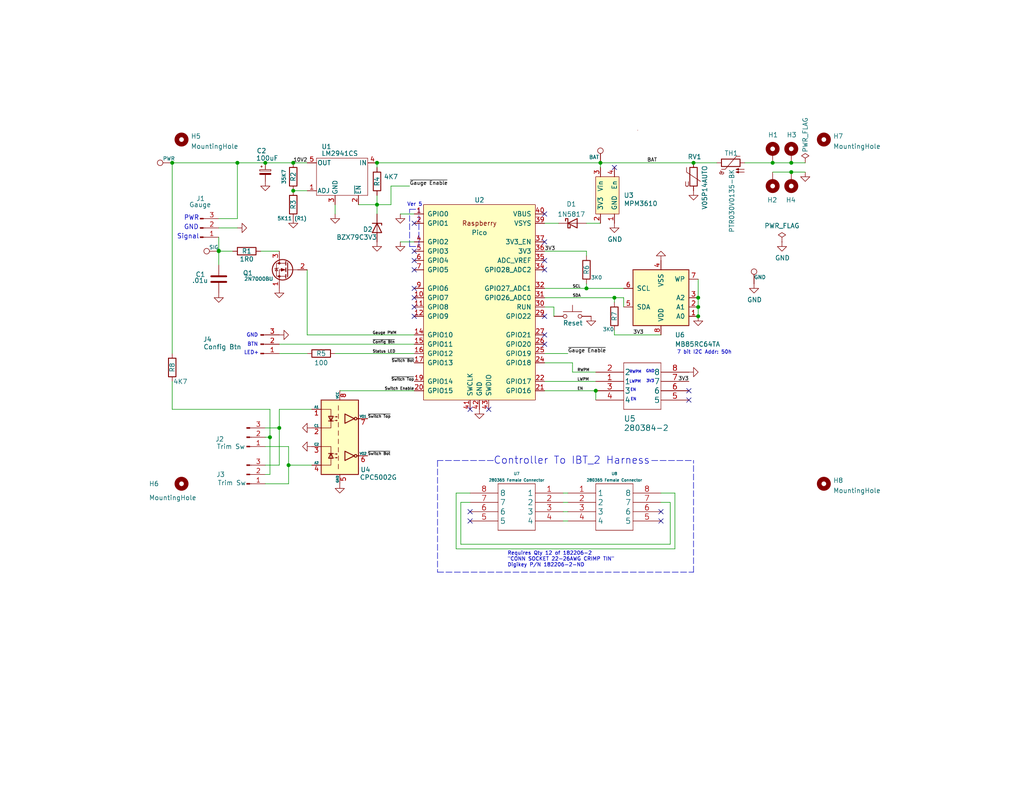
<source format=kicad_sch>
(kicad_sch (version 20211123) (generator eeschema)

  (uuid f3628265-0155-43e2-a467-c40ff783e265)

  (paper "USLetter")

  (title_block
    (title "Homebrew TAPS controller")
    (date "2022-02-04")
    (rev "5.0a")
  )

  (lib_symbols
    (symbol "Connector:Conn_01x03_Male" (pin_names (offset 1.016) hide) (in_bom yes) (on_board yes)
      (property "Reference" "J" (id 0) (at 0 5.08 0)
        (effects (font (size 1.27 1.27)))
      )
      (property "Value" "Conn_01x03_Male" (id 1) (at 0 -5.08 0)
        (effects (font (size 1.27 1.27)))
      )
      (property "Footprint" "" (id 2) (at 0 0 0)
        (effects (font (size 1.27 1.27)) hide)
      )
      (property "Datasheet" "~" (id 3) (at 0 0 0)
        (effects (font (size 1.27 1.27)) hide)
      )
      (property "ki_keywords" "connector" (id 4) (at 0 0 0)
        (effects (font (size 1.27 1.27)) hide)
      )
      (property "ki_description" "Generic connector, single row, 01x03, script generated (kicad-library-utils/schlib/autogen/connector/)" (id 5) (at 0 0 0)
        (effects (font (size 1.27 1.27)) hide)
      )
      (property "ki_fp_filters" "Connector*:*_1x??_*" (id 6) (at 0 0 0)
        (effects (font (size 1.27 1.27)) hide)
      )
      (symbol "Conn_01x03_Male_1_1"
        (polyline
          (pts
            (xy 1.27 -2.54)
            (xy 0.8636 -2.54)
          )
          (stroke (width 0.1524) (type default) (color 0 0 0 0))
          (fill (type none))
        )
        (polyline
          (pts
            (xy 1.27 0)
            (xy 0.8636 0)
          )
          (stroke (width 0.1524) (type default) (color 0 0 0 0))
          (fill (type none))
        )
        (polyline
          (pts
            (xy 1.27 2.54)
            (xy 0.8636 2.54)
          )
          (stroke (width 0.1524) (type default) (color 0 0 0 0))
          (fill (type none))
        )
        (rectangle (start 0.8636 -2.413) (end 0 -2.667)
          (stroke (width 0.1524) (type default) (color 0 0 0 0))
          (fill (type outline))
        )
        (rectangle (start 0.8636 0.127) (end 0 -0.127)
          (stroke (width 0.1524) (type default) (color 0 0 0 0))
          (fill (type outline))
        )
        (rectangle (start 0.8636 2.667) (end 0 2.413)
          (stroke (width 0.1524) (type default) (color 0 0 0 0))
          (fill (type outline))
        )
        (pin passive line (at 5.08 2.54 180) (length 3.81)
          (name "Pin_1" (effects (font (size 1.27 1.27))))
          (number "1" (effects (font (size 1.27 1.27))))
        )
        (pin passive line (at 5.08 0 180) (length 3.81)
          (name "Pin_2" (effects (font (size 1.27 1.27))))
          (number "2" (effects (font (size 1.27 1.27))))
        )
        (pin passive line (at 5.08 -2.54 180) (length 3.81)
          (name "Pin_3" (effects (font (size 1.27 1.27))))
          (number "3" (effects (font (size 1.27 1.27))))
        )
      )
    )
    (symbol "Connector:TestPoint" (pin_numbers hide) (pin_names (offset 0.762) hide) (in_bom yes) (on_board yes)
      (property "Reference" "TP" (id 0) (at 0 6.858 0)
        (effects (font (size 1.27 1.27)))
      )
      (property "Value" "TestPoint" (id 1) (at 0 5.08 0)
        (effects (font (size 1.27 1.27)))
      )
      (property "Footprint" "" (id 2) (at 5.08 0 0)
        (effects (font (size 1.27 1.27)) hide)
      )
      (property "Datasheet" "~" (id 3) (at 5.08 0 0)
        (effects (font (size 1.27 1.27)) hide)
      )
      (property "ki_keywords" "test point tp" (id 4) (at 0 0 0)
        (effects (font (size 1.27 1.27)) hide)
      )
      (property "ki_description" "test point" (id 5) (at 0 0 0)
        (effects (font (size 1.27 1.27)) hide)
      )
      (property "ki_fp_filters" "Pin* Test*" (id 6) (at 0 0 0)
        (effects (font (size 1.27 1.27)) hide)
      )
      (symbol "TestPoint_0_1"
        (circle (center 0 3.302) (radius 0.762)
          (stroke (width 0) (type default) (color 0 0 0 0))
          (fill (type none))
        )
      )
      (symbol "TestPoint_1_1"
        (pin passive line (at 0 0 90) (length 2.54)
          (name "1" (effects (font (size 1.27 1.27))))
          (number "1" (effects (font (size 1.27 1.27))))
        )
      )
    )
    (symbol "Connector_TE:280365" (in_bom yes) (on_board yes)
      (property "Reference" "U" (id 0) (at -2.54 2.54 0)
        (effects (font (size 1.27 1.27)))
      )
      (property "Value" "280365" (id 1) (at 0 0 0)
        (effects (font (size 1.27 1.27)))
      )
      (property "Footprint" "" (id 2) (at 0 0 0)
        (effects (font (size 1.27 1.27)) hide)
      )
      (property "Datasheet" "" (id 3) (at 0 0 0)
        (effects (font (size 1.27 1.27)) hide)
      )
      (symbol "280365_0_1"
        (polyline
          (pts
            (xy -5.08 -13.97)
            (xy 5.08 -13.97)
          )
          (stroke (width 0) (type default) (color 0 0 0 0))
          (fill (type none))
        )
        (polyline
          (pts
            (xy -5.08 -1.27)
            (xy 5.08 -1.27)
          )
          (stroke (width 0) (type default) (color 0 0 0 0))
          (fill (type none))
        )
      )
      (symbol "280365_1_1"
        (polyline
          (pts
            (xy -5.08 -1.27)
            (xy -5.08 -13.97)
          )
          (stroke (width 0.127) (type default) (color 0 0 0 0))
          (fill (type none))
        )
        (polyline
          (pts
            (xy 5.08 -13.97)
            (xy 5.08 -1.27)
          )
          (stroke (width 0.127) (type default) (color 0 0 0 0))
          (fill (type none))
        )
        (pin unspecified line (at -12.7 -3.81 0) (length 7.62)
          (name "1" (effects (font (size 1.4986 1.4986))))
          (number "1" (effects (font (size 1.4986 1.4986))))
        )
        (pin unspecified line (at -12.7 -6.35 0) (length 7.62)
          (name "2" (effects (font (size 1.4986 1.4986))))
          (number "2" (effects (font (size 1.4986 1.4986))))
        )
        (pin unspecified line (at -12.7 -8.89 0) (length 7.62)
          (name "3" (effects (font (size 1.4986 1.4986))))
          (number "3" (effects (font (size 1.4986 1.4986))))
        )
        (pin unspecified line (at -12.7 -11.43 0) (length 7.62)
          (name "4" (effects (font (size 1.4986 1.4986))))
          (number "4" (effects (font (size 1.4986 1.4986))))
        )
        (pin unspecified line (at 12.7 -11.43 180) (length 7.62)
          (name "5" (effects (font (size 1.4986 1.4986))))
          (number "5" (effects (font (size 1.4986 1.4986))))
        )
        (pin unspecified line (at 12.7 -8.89 180) (length 7.62)
          (name "6" (effects (font (size 1.4986 1.4986))))
          (number "6" (effects (font (size 1.4986 1.4986))))
        )
        (pin unspecified line (at 12.7 -6.35 180) (length 7.62)
          (name "7" (effects (font (size 1.4986 1.4986))))
          (number "7" (effects (font (size 1.4986 1.4986))))
        )
        (pin unspecified line (at 12.7 -3.81 180) (length 7.62)
          (name "8" (effects (font (size 1.4986 1.4986))))
          (number "8" (effects (font (size 1.4986 1.4986))))
        )
      )
    )
    (symbol "Connector_TE_280384-2:280384-2" (pin_names (offset 0.254)) (in_bom yes) (on_board yes)
      (property "Reference" "U5" (id 0) (at 7.62 -12.7 0)
        (effects (font (size 1.524 1.524)) (justify left))
      )
      (property "Value" "280384-2" (id 1) (at 7.62 -15.24 0)
        (effects (font (size 1.524 1.524)) (justify left))
      )
      (property "Footprint" "myfootprints:Connector_TE_280384-2" (id 2) (at 13.97 -11.43 0)
        (effects (font (size 1.524 1.524)) hide)
      )
      (property "Datasheet" "https://www.te.com/commerce/DocumentDelivery/DDEController?Action=srchrtrv&DocNm=280384&DocType=Customer+Drawing&DocLang=English" (id 3) (at 0 0 0)
        (effects (font (size 1.524 1.524)) hide)
      )
      (property "MFR" "TE Connectivity AMP Connectors" (id 4) (at 0 0 0)
        (effects (font (size 1.27 1.27)) hide)
      )
      (property "MFN" "280384-2" (id 5) (at 0 0 0)
        (effects (font (size 1.27 1.27)) hide)
      )
      (property "Digikey PN" "A106409-ND" (id 6) (at 0 0 0)
        (effects (font (size 1.27 1.27)) hide)
      )
      (property "ki_locked" "" (id 7) (at 0 0 0)
        (effects (font (size 1.27 1.27)))
      )
      (property "ki_fp_filters" "280384-2_TYC" (id 8) (at 0 0 0)
        (effects (font (size 1.27 1.27)) hide)
      )
      (symbol "280384-2_0_1"
        (polyline
          (pts
            (xy 7.62 -10.16)
            (xy 17.78 -10.16)
          )
          (stroke (width 0) (type default) (color 0 0 0 0))
          (fill (type none))
        )
        (polyline
          (pts
            (xy 7.62 2.54)
            (xy 17.78 2.54)
          )
          (stroke (width 0) (type default) (color 0 0 0 0))
          (fill (type none))
        )
      )
      (symbol "280384-2_1_1"
        (polyline
          (pts
            (xy 7.62 2.54)
            (xy 7.62 -10.16)
          )
          (stroke (width 0.127) (type default) (color 0 0 0 0))
          (fill (type none))
        )
        (polyline
          (pts
            (xy 17.78 -10.16)
            (xy 17.78 2.54)
          )
          (stroke (width 0.127) (type default) (color 0 0 0 0))
          (fill (type none))
        )
        (pin unspecified line (at 0 -2.54 0) (length 7.62)
          (name "1" (effects (font (size 1.4986 1.4986))))
          (number "1" (effects (font (size 1.4986 1.4986))))
        )
        (pin unspecified line (at 0 0 0) (length 7.62)
          (name "2" (effects (font (size 1.4986 1.4986))))
          (number "2" (effects (font (size 1.4986 1.4986))))
        )
        (pin unspecified line (at 0 -5.08 0) (length 7.62)
          (name "3" (effects (font (size 1.4986 1.4986))))
          (number "3" (effects (font (size 1.4986 1.4986))))
        )
        (pin unspecified line (at 0 -7.62 0) (length 7.62)
          (name "4" (effects (font (size 1.4986 1.4986))))
          (number "4" (effects (font (size 1.4986 1.4986))))
        )
        (pin unspecified line (at 25.4 -7.62 180) (length 7.62)
          (name "5" (effects (font (size 1.4986 1.4986))))
          (number "5" (effects (font (size 1.4986 1.4986))))
        )
        (pin unspecified line (at 25.4 -5.08 180) (length 7.62)
          (name "6" (effects (font (size 1.4986 1.4986))))
          (number "6" (effects (font (size 1.4986 1.4986))))
        )
        (pin unspecified line (at 25.4 -2.54 180) (length 7.62)
          (name "7" (effects (font (size 1.4986 1.4986))))
          (number "7" (effects (font (size 1.4986 1.4986))))
        )
        (pin unspecified line (at 25.4 0 180) (length 7.62)
          (name "8" (effects (font (size 1.4986 1.4986))))
          (number "8" (effects (font (size 1.4986 1.4986))))
        )
      )
    )
    (symbol "Converter_DCDC_Adafruit_MPM3610:MPM3610" (pin_names (offset 1.016)) (in_bom yes) (on_board yes)
      (property "Reference" "U" (id 0) (at -7.62 -3.81 0)
        (effects (font (size 1.27 1.27)))
      )
      (property "Value" "MPM3610" (id 1) (at -6.35 -6.35 0)
        (effects (font (size 1.27 1.27)))
      )
      (property "Footprint" "" (id 2) (at 0 0 0)
        (effects (font (size 1.27 1.27)) hide)
      )
      (property "Datasheet" "" (id 3) (at 0 0 0)
        (effects (font (size 1.27 1.27)) hide)
      )
      (symbol "MPM3610_0_1"
        (rectangle (start 5.08 -8.89) (end -1.27 1.27)
          (stroke (width 0) (type default) (color 0 0 0 0))
          (fill (type background))
        )
        (rectangle (start 10.16 -21.59) (end 10.16 -21.59)
          (stroke (width 0) (type default) (color 0 0 0 0))
          (fill (type none))
        )
      )
      (symbol "MPM3610_1_1"
        (pin power_in line (at 3.81 3.81 270) (length 2.54)
          (name "GND" (effects (font (size 1.27 1.27))))
          (number "1" (effects (font (size 1.27 1.27))))
        )
        (pin power_out line (at 0 3.81 270) (length 2.54)
          (name "3V3" (effects (font (size 1.27 1.27))))
          (number "2" (effects (font (size 1.27 1.27))))
        )
        (pin power_in line (at 0 -11.43 90) (length 2.54)
          (name "Vin" (effects (font (size 1.27 1.27))))
          (number "3" (effects (font (size 1.27 1.27))))
        )
        (pin input line (at 3.81 -11.43 90) (length 2.54)
          (name "En" (effects (font (size 1.27 1.27))))
          (number "4" (effects (font (size 1.27 1.27))))
        )
      )
    )
    (symbol "Device:C" (pin_numbers hide) (pin_names (offset 0.254)) (in_bom yes) (on_board yes)
      (property "Reference" "C" (id 0) (at 0.635 2.54 0)
        (effects (font (size 1.27 1.27)) (justify left))
      )
      (property "Value" "C" (id 1) (at 0.635 -2.54 0)
        (effects (font (size 1.27 1.27)) (justify left))
      )
      (property "Footprint" "" (id 2) (at 0.9652 -3.81 0)
        (effects (font (size 1.27 1.27)) hide)
      )
      (property "Datasheet" "~" (id 3) (at 0 0 0)
        (effects (font (size 1.27 1.27)) hide)
      )
      (property "ki_keywords" "cap capacitor" (id 4) (at 0 0 0)
        (effects (font (size 1.27 1.27)) hide)
      )
      (property "ki_description" "Unpolarized capacitor" (id 5) (at 0 0 0)
        (effects (font (size 1.27 1.27)) hide)
      )
      (property "ki_fp_filters" "C_*" (id 6) (at 0 0 0)
        (effects (font (size 1.27 1.27)) hide)
      )
      (symbol "C_0_1"
        (polyline
          (pts
            (xy -2.032 -0.762)
            (xy 2.032 -0.762)
          )
          (stroke (width 0.508) (type default) (color 0 0 0 0))
          (fill (type none))
        )
        (polyline
          (pts
            (xy -2.032 0.762)
            (xy 2.032 0.762)
          )
          (stroke (width 0.508) (type default) (color 0 0 0 0))
          (fill (type none))
        )
      )
      (symbol "C_1_1"
        (pin passive line (at 0 3.81 270) (length 2.794)
          (name "~" (effects (font (size 1.27 1.27))))
          (number "1" (effects (font (size 1.27 1.27))))
        )
        (pin passive line (at 0 -3.81 90) (length 2.794)
          (name "~" (effects (font (size 1.27 1.27))))
          (number "2" (effects (font (size 1.27 1.27))))
        )
      )
    )
    (symbol "Device:C_Polarized_Small" (pin_numbers hide) (pin_names (offset 0.254) hide) (in_bom yes) (on_board yes)
      (property "Reference" "C" (id 0) (at 0.254 1.778 0)
        (effects (font (size 1.27 1.27)) (justify left))
      )
      (property "Value" "C_Polarized_Small" (id 1) (at 0.254 -2.032 0)
        (effects (font (size 1.27 1.27)) (justify left))
      )
      (property "Footprint" "" (id 2) (at 0 0 0)
        (effects (font (size 1.27 1.27)) hide)
      )
      (property "Datasheet" "~" (id 3) (at 0 0 0)
        (effects (font (size 1.27 1.27)) hide)
      )
      (property "ki_keywords" "cap capacitor" (id 4) (at 0 0 0)
        (effects (font (size 1.27 1.27)) hide)
      )
      (property "ki_description" "Polarized capacitor, small symbol" (id 5) (at 0 0 0)
        (effects (font (size 1.27 1.27)) hide)
      )
      (property "ki_fp_filters" "CP_*" (id 6) (at 0 0 0)
        (effects (font (size 1.27 1.27)) hide)
      )
      (symbol "C_Polarized_Small_0_1"
        (rectangle (start -1.524 -0.3048) (end 1.524 -0.6858)
          (stroke (width 0) (type default) (color 0 0 0 0))
          (fill (type outline))
        )
        (rectangle (start -1.524 0.6858) (end 1.524 0.3048)
          (stroke (width 0) (type default) (color 0 0 0 0))
          (fill (type none))
        )
        (polyline
          (pts
            (xy -1.27 1.524)
            (xy -0.762 1.524)
          )
          (stroke (width 0) (type default) (color 0 0 0 0))
          (fill (type none))
        )
        (polyline
          (pts
            (xy -1.016 1.27)
            (xy -1.016 1.778)
          )
          (stroke (width 0) (type default) (color 0 0 0 0))
          (fill (type none))
        )
      )
      (symbol "C_Polarized_Small_1_1"
        (pin passive line (at 0 2.54 270) (length 1.8542)
          (name "~" (effects (font (size 1.27 1.27))))
          (number "1" (effects (font (size 1.27 1.27))))
        )
        (pin passive line (at 0 -2.54 90) (length 1.8542)
          (name "~" (effects (font (size 1.27 1.27))))
          (number "2" (effects (font (size 1.27 1.27))))
        )
      )
    )
    (symbol "Device:D_Zener" (pin_numbers hide) (pin_names (offset 1.016) hide) (in_bom yes) (on_board yes)
      (property "Reference" "D" (id 0) (at 0 2.54 0)
        (effects (font (size 1.27 1.27)))
      )
      (property "Value" "D_Zener" (id 1) (at 0 -2.54 0)
        (effects (font (size 1.27 1.27)))
      )
      (property "Footprint" "" (id 2) (at 0 0 0)
        (effects (font (size 1.27 1.27)) hide)
      )
      (property "Datasheet" "~" (id 3) (at 0 0 0)
        (effects (font (size 1.27 1.27)) hide)
      )
      (property "ki_keywords" "diode" (id 4) (at 0 0 0)
        (effects (font (size 1.27 1.27)) hide)
      )
      (property "ki_description" "Zener diode" (id 5) (at 0 0 0)
        (effects (font (size 1.27 1.27)) hide)
      )
      (property "ki_fp_filters" "TO-???* *_Diode_* *SingleDiode* D_*" (id 6) (at 0 0 0)
        (effects (font (size 1.27 1.27)) hide)
      )
      (symbol "D_Zener_0_1"
        (polyline
          (pts
            (xy 1.27 0)
            (xy -1.27 0)
          )
          (stroke (width 0) (type default) (color 0 0 0 0))
          (fill (type none))
        )
        (polyline
          (pts
            (xy -1.27 -1.27)
            (xy -1.27 1.27)
            (xy -0.762 1.27)
          )
          (stroke (width 0.254) (type default) (color 0 0 0 0))
          (fill (type none))
        )
        (polyline
          (pts
            (xy 1.27 -1.27)
            (xy 1.27 1.27)
            (xy -1.27 0)
            (xy 1.27 -1.27)
          )
          (stroke (width 0.254) (type default) (color 0 0 0 0))
          (fill (type none))
        )
      )
      (symbol "D_Zener_1_1"
        (pin passive line (at -3.81 0 0) (length 2.54)
          (name "K" (effects (font (size 1.27 1.27))))
          (number "1" (effects (font (size 1.27 1.27))))
        )
        (pin passive line (at 3.81 0 180) (length 2.54)
          (name "A" (effects (font (size 1.27 1.27))))
          (number "2" (effects (font (size 1.27 1.27))))
        )
      )
    )
    (symbol "Device:R" (pin_numbers hide) (pin_names (offset 0)) (in_bom yes) (on_board yes)
      (property "Reference" "R" (id 0) (at 2.032 0 90)
        (effects (font (size 1.27 1.27)))
      )
      (property "Value" "R" (id 1) (at 0 0 90)
        (effects (font (size 1.27 1.27)))
      )
      (property "Footprint" "" (id 2) (at -1.778 0 90)
        (effects (font (size 1.27 1.27)) hide)
      )
      (property "Datasheet" "~" (id 3) (at 0 0 0)
        (effects (font (size 1.27 1.27)) hide)
      )
      (property "ki_keywords" "R res resistor" (id 4) (at 0 0 0)
        (effects (font (size 1.27 1.27)) hide)
      )
      (property "ki_description" "Resistor" (id 5) (at 0 0 0)
        (effects (font (size 1.27 1.27)) hide)
      )
      (property "ki_fp_filters" "R_*" (id 6) (at 0 0 0)
        (effects (font (size 1.27 1.27)) hide)
      )
      (symbol "R_0_1"
        (rectangle (start -1.016 -2.54) (end 1.016 2.54)
          (stroke (width 0.254) (type default) (color 0 0 0 0))
          (fill (type none))
        )
      )
      (symbol "R_1_1"
        (pin passive line (at 0 3.81 270) (length 1.27)
          (name "~" (effects (font (size 1.27 1.27))))
          (number "1" (effects (font (size 1.27 1.27))))
        )
        (pin passive line (at 0 -3.81 90) (length 1.27)
          (name "~" (effects (font (size 1.27 1.27))))
          (number "2" (effects (font (size 1.27 1.27))))
        )
      )
    )
    (symbol "Device:Thermistor_PTC" (pin_numbers hide) (pin_names (offset 0)) (in_bom yes) (on_board yes)
      (property "Reference" "TH" (id 0) (at -4.064 0 90)
        (effects (font (size 1.27 1.27)))
      )
      (property "Value" "Thermistor_PTC" (id 1) (at 3.048 0 90)
        (effects (font (size 1.27 1.27)))
      )
      (property "Footprint" "" (id 2) (at 1.27 -5.08 0)
        (effects (font (size 1.27 1.27)) (justify left) hide)
      )
      (property "Datasheet" "~" (id 3) (at 0 0 0)
        (effects (font (size 1.27 1.27)) hide)
      )
      (property "ki_keywords" "resistor PTC thermistor sensor RTD" (id 4) (at 0 0 0)
        (effects (font (size 1.27 1.27)) hide)
      )
      (property "ki_description" "Temperature dependent resistor, positive temperature coefficient" (id 5) (at 0 0 0)
        (effects (font (size 1.27 1.27)) hide)
      )
      (property "ki_fp_filters" "*PTC* *Thermistor* PIN?ARRAY* bornier* *Terminal?Block* R_*" (id 6) (at 0 0 0)
        (effects (font (size 1.27 1.27)) hide)
      )
      (symbol "Thermistor_PTC_0_1"
        (arc (start -3.048 2.159) (mid -3.0505 2.3165) (end -3.175 2.413)
          (stroke (width 0) (type default) (color 0 0 0 0))
          (fill (type none))
        )
        (arc (start -3.048 2.159) (mid -2.9736 1.9794) (end -2.794 1.905)
          (stroke (width 0) (type default) (color 0 0 0 0))
          (fill (type none))
        )
        (arc (start -3.048 2.794) (mid -2.9736 2.6144) (end -2.794 2.54)
          (stroke (width 0) (type default) (color 0 0 0 0))
          (fill (type none))
        )
        (arc (start -2.794 1.905) (mid -2.6144 1.9794) (end -2.54 2.159)
          (stroke (width 0) (type default) (color 0 0 0 0))
          (fill (type none))
        )
        (arc (start -2.794 2.54) (mid -2.434 2.5608) (end -2.159 2.794)
          (stroke (width 0) (type default) (color 0 0 0 0))
          (fill (type none))
        )
        (arc (start -2.794 3.048) (mid -2.9736 2.9736) (end -3.048 2.794)
          (stroke (width 0) (type default) (color 0 0 0 0))
          (fill (type none))
        )
        (arc (start -2.54 2.794) (mid -2.6144 2.9736) (end -2.794 3.048)
          (stroke (width 0) (type default) (color 0 0 0 0))
          (fill (type none))
        )
        (rectangle (start -1.016 2.54) (end 1.016 -2.54)
          (stroke (width 0.254) (type default) (color 0 0 0 0))
          (fill (type none))
        )
        (polyline
          (pts
            (xy -2.54 2.159)
            (xy -2.54 2.794)
          )
          (stroke (width 0) (type default) (color 0 0 0 0))
          (fill (type none))
        )
        (polyline
          (pts
            (xy -1.778 2.54)
            (xy -1.778 1.524)
            (xy 1.778 -1.524)
            (xy 1.778 -2.54)
          )
          (stroke (width 0) (type default) (color 0 0 0 0))
          (fill (type none))
        )
        (polyline
          (pts
            (xy -2.54 -3.683)
            (xy -2.54 -1.397)
            (xy -2.794 -2.159)
            (xy -2.286 -2.159)
            (xy -2.54 -1.397)
            (xy -2.54 -1.651)
          )
          (stroke (width 0) (type default) (color 0 0 0 0))
          (fill (type outline))
        )
        (polyline
          (pts
            (xy -1.778 -3.683)
            (xy -1.778 -1.397)
            (xy -2.032 -2.159)
            (xy -1.524 -2.159)
            (xy -1.778 -1.397)
            (xy -1.778 -1.651)
          )
          (stroke (width 0) (type default) (color 0 0 0 0))
          (fill (type outline))
        )
      )
      (symbol "Thermistor_PTC_1_1"
        (pin passive line (at 0 3.81 270) (length 1.27)
          (name "~" (effects (font (size 1.27 1.27))))
          (number "1" (effects (font (size 1.27 1.27))))
        )
        (pin passive line (at 0 -3.81 90) (length 1.27)
          (name "~" (effects (font (size 1.27 1.27))))
          (number "2" (effects (font (size 1.27 1.27))))
        )
      )
    )
    (symbol "Device:Varistor" (pin_numbers hide) (pin_names (offset 0)) (in_bom yes) (on_board yes)
      (property "Reference" "RV" (id 0) (at 3.175 0 90)
        (effects (font (size 1.27 1.27)))
      )
      (property "Value" "Varistor" (id 1) (at -3.175 0 90)
        (effects (font (size 1.27 1.27)))
      )
      (property "Footprint" "" (id 2) (at -1.778 0 90)
        (effects (font (size 1.27 1.27)) hide)
      )
      (property "Datasheet" "~" (id 3) (at 0 0 0)
        (effects (font (size 1.27 1.27)) hide)
      )
      (property "ki_keywords" "VDR resistance" (id 4) (at 0 0 0)
        (effects (font (size 1.27 1.27)) hide)
      )
      (property "ki_description" "Voltage dependent resistor" (id 5) (at 0 0 0)
        (effects (font (size 1.27 1.27)) hide)
      )
      (property "ki_fp_filters" "RV_* Varistor*" (id 6) (at 0 0 0)
        (effects (font (size 1.27 1.27)) hide)
      )
      (symbol "Varistor_0_0"
        (text "U" (at -1.778 -2.032 0)
          (effects (font (size 1.27 1.27)))
        )
      )
      (symbol "Varistor_0_1"
        (rectangle (start -1.016 -2.54) (end 1.016 2.54)
          (stroke (width 0.254) (type default) (color 0 0 0 0))
          (fill (type none))
        )
        (polyline
          (pts
            (xy -1.905 2.54)
            (xy -1.905 1.27)
            (xy 1.905 -1.27)
          )
          (stroke (width 0) (type default) (color 0 0 0 0))
          (fill (type none))
        )
      )
      (symbol "Varistor_1_1"
        (pin passive line (at 0 3.81 270) (length 1.27)
          (name "~" (effects (font (size 1.27 1.27))))
          (number "1" (effects (font (size 1.27 1.27))))
        )
        (pin passive line (at 0 -3.81 90) (length 1.27)
          (name "~" (effects (font (size 1.27 1.27))))
          (number "2" (effects (font (size 1.27 1.27))))
        )
      )
    )
    (symbol "Diode:1N5817" (pin_numbers hide) (pin_names (offset 1.016) hide) (in_bom yes) (on_board yes)
      (property "Reference" "D" (id 0) (at 0 2.54 0)
        (effects (font (size 1.27 1.27)))
      )
      (property "Value" "1N5817" (id 1) (at 0 -2.54 0)
        (effects (font (size 1.27 1.27)))
      )
      (property "Footprint" "Diode_THT:D_DO-41_SOD81_P10.16mm_Horizontal" (id 2) (at 0 -4.445 0)
        (effects (font (size 1.27 1.27)) hide)
      )
      (property "Datasheet" "http://www.vishay.com/docs/88525/1n5817.pdf" (id 3) (at 0 0 0)
        (effects (font (size 1.27 1.27)) hide)
      )
      (property "ki_keywords" "diode Schottky" (id 4) (at 0 0 0)
        (effects (font (size 1.27 1.27)) hide)
      )
      (property "ki_description" "20V 1A Schottky Barrier Rectifier Diode, DO-41" (id 5) (at 0 0 0)
        (effects (font (size 1.27 1.27)) hide)
      )
      (property "ki_fp_filters" "D*DO?41*" (id 6) (at 0 0 0)
        (effects (font (size 1.27 1.27)) hide)
      )
      (symbol "1N5817_0_1"
        (polyline
          (pts
            (xy 1.27 0)
            (xy -1.27 0)
          )
          (stroke (width 0) (type default) (color 0 0 0 0))
          (fill (type none))
        )
        (polyline
          (pts
            (xy 1.27 1.27)
            (xy 1.27 -1.27)
            (xy -1.27 0)
            (xy 1.27 1.27)
          )
          (stroke (width 0.254) (type default) (color 0 0 0 0))
          (fill (type none))
        )
        (polyline
          (pts
            (xy -1.905 0.635)
            (xy -1.905 1.27)
            (xy -1.27 1.27)
            (xy -1.27 -1.27)
            (xy -0.635 -1.27)
            (xy -0.635 -0.635)
          )
          (stroke (width 0.254) (type default) (color 0 0 0 0))
          (fill (type none))
        )
      )
      (symbol "1N5817_1_1"
        (pin passive line (at -3.81 0 0) (length 2.54)
          (name "K" (effects (font (size 1.27 1.27))))
          (number "1" (effects (font (size 1.27 1.27))))
        )
        (pin passive line (at 3.81 0 180) (length 2.54)
          (name "A" (effects (font (size 1.27 1.27))))
          (number "2" (effects (font (size 1.27 1.27))))
        )
      )
    )
    (symbol "Isolator:CPC-5002" (pin_names (offset 0)) (in_bom yes) (on_board yes)
      (property "Reference" "U" (id 0) (at -4.064 11.43 0)
        (effects (font (size 1.27 1.27)))
      )
      (property "Value" "CPC-5002" (id 1) (at 7.62 11.43 0)
        (effects (font (size 1.27 1.27)))
      )
      (property "Footprint" "Package_DIP:DIP-8_W7.62mm" (id 2) (at 2.54 -18.288 0)
        (effects (font (size 1.27 1.27)) hide)
      )
      (property "Datasheet" "http://www.ixysic.com/home/pdfs.nsf/www/CPC5002.pdf" (id 3) (at -10.16 8.89 0)
        (effects (font (size 1.27 1.27)) hide)
      )
      (property "ki_keywords" "High speed optically coupled gates" (id 4) (at 0 0 0)
        (effects (font (size 1.27 1.27)) hide)
      )
      (property "ki_description" "Dual High Speed CMOS Compatible Optocoupler, dV/dt 5000/us, VCM 20, -0.3V to 6.5V VCC, DIP-8" (id 5) (at 0 0 0)
        (effects (font (size 1.27 1.27)) hide)
      )
      (property "ki_fp_filters" "DIP*W7.62mm*" (id 6) (at 0 0 0)
        (effects (font (size 1.27 1.27)) hide)
      )
      (symbol "CPC-5002_1_1"
        (rectangle (start -5.08 10.16) (end 5.08 -10.16)
          (stroke (width 0.254) (type default) (color 0 0 0 0))
          (fill (type background))
        )
        (polyline
          (pts
            (xy -3.048 -4.445)
            (xy -1.778 -4.445)
          )
          (stroke (width 0.254) (type default) (color 0 0 0 0))
          (fill (type none))
        )
        (polyline
          (pts
            (xy -3.048 4.445)
            (xy -1.778 4.445)
          )
          (stroke (width 0.254) (type default) (color 0 0 0 0))
          (fill (type none))
        )
        (polyline
          (pts
            (xy -0.381 -7.366)
            (xy -0.381 -8.636)
          )
          (stroke (width 0) (type default) (color 0 0 0 0))
          (fill (type none))
        )
        (polyline
          (pts
            (xy -0.381 -5.08)
            (xy -0.381 -6.35)
          )
          (stroke (width 0) (type default) (color 0 0 0 0))
          (fill (type none))
        )
        (polyline
          (pts
            (xy -0.381 -2.794)
            (xy -0.381 -4.064)
          )
          (stroke (width 0) (type default) (color 0 0 0 0))
          (fill (type none))
        )
        (polyline
          (pts
            (xy -0.381 -0.508)
            (xy -0.381 -1.778)
          )
          (stroke (width 0) (type default) (color 0 0 0 0))
          (fill (type none))
        )
        (polyline
          (pts
            (xy -0.381 1.778)
            (xy -0.381 0.508)
          )
          (stroke (width 0) (type default) (color 0 0 0 0))
          (fill (type none))
        )
        (polyline
          (pts
            (xy -0.381 4.064)
            (xy -0.381 2.794)
          )
          (stroke (width 0) (type default) (color 0 0 0 0))
          (fill (type none))
        )
        (polyline
          (pts
            (xy -0.381 6.35)
            (xy -0.381 5.08)
          )
          (stroke (width 0) (type default) (color 0 0 0 0))
          (fill (type none))
        )
        (polyline
          (pts
            (xy -0.381 8.636)
            (xy -0.381 7.366)
          )
          (stroke (width 0) (type default) (color 0 0 0 0))
          (fill (type none))
        )
        (polyline
          (pts
            (xy 4.699 -5.08)
            (xy 5.207 -5.08)
          )
          (stroke (width 0.254) (type default) (color 0 0 0 0))
          (fill (type none))
        )
        (polyline
          (pts
            (xy 4.699 5.08)
            (xy 5.334 5.08)
          )
          (stroke (width 0.254) (type default) (color 0 0 0 0))
          (fill (type none))
        )
        (polyline
          (pts
            (xy -4.953 -7.62)
            (xy -2.413 -7.62)
            (xy -2.413 -5.715)
          )
          (stroke (width 0) (type default) (color 0 0 0 0))
          (fill (type none))
        )
        (polyline
          (pts
            (xy -4.953 7.62)
            (xy -2.413 7.62)
            (xy -2.413 4.318)
          )
          (stroke (width 0) (type default) (color 0 0 0 0))
          (fill (type none))
        )
        (polyline
          (pts
            (xy -2.413 -5.842)
            (xy -2.413 -2.54)
            (xy -4.953 -2.54)
          )
          (stroke (width 0) (type default) (color 0 0 0 0))
          (fill (type none))
        )
        (polyline
          (pts
            (xy -2.413 4.445)
            (xy -2.413 2.54)
            (xy -4.953 2.54)
          )
          (stroke (width 0) (type default) (color 0 0 0 0))
          (fill (type none))
        )
        (polyline
          (pts
            (xy -2.413 -4.445)
            (xy -3.048 -5.715)
            (xy -1.778 -5.715)
            (xy -2.413 -4.445)
          )
          (stroke (width 0.254) (type default) (color 0 0 0 0))
          (fill (type none))
        )
        (polyline
          (pts
            (xy -2.413 4.445)
            (xy -3.048 5.715)
            (xy -1.778 5.715)
            (xy -2.413 4.445)
          )
          (stroke (width 0.254) (type default) (color 0 0 0 0))
          (fill (type none))
        )
        (polyline
          (pts
            (xy 3.937 -5.08)
            (xy 1.397 -3.81)
            (xy 1.397 -6.35)
            (xy 3.937 -5.08)
          )
          (stroke (width 0.254) (type default) (color 0 0 0 0))
          (fill (type none))
        )
        (polyline
          (pts
            (xy 3.937 5.08)
            (xy 1.397 6.35)
            (xy 1.397 3.81)
            (xy 3.937 5.08)
          )
          (stroke (width 0.254) (type default) (color 0 0 0 0))
          (fill (type none))
        )
        (polyline
          (pts
            (xy -1.397 -5.588)
            (xy -0.635 -5.588)
            (xy -1.016 -5.715)
            (xy -1.016 -5.461)
            (xy -0.635 -5.588)
          )
          (stroke (width 0.127) (type default) (color 0 0 0 0))
          (fill (type none))
        )
        (polyline
          (pts
            (xy -1.397 -4.572)
            (xy -0.635 -4.572)
            (xy -1.016 -4.699)
            (xy -1.016 -4.445)
            (xy -0.635 -4.572)
          )
          (stroke (width 0.127) (type default) (color 0 0 0 0))
          (fill (type none))
        )
        (polyline
          (pts
            (xy -1.397 4.572)
            (xy -0.635 4.572)
            (xy -1.016 4.445)
            (xy -1.016 4.699)
            (xy -0.635 4.572)
          )
          (stroke (width 0.127) (type default) (color 0 0 0 0))
          (fill (type none))
        )
        (polyline
          (pts
            (xy -1.397 5.588)
            (xy -0.635 5.588)
            (xy -1.016 5.461)
            (xy -1.016 5.715)
            (xy -0.635 5.588)
          )
          (stroke (width 0.127) (type default) (color 0 0 0 0))
          (fill (type none))
        )
        (circle (center 4.318 -5.08) (radius 0.3556)
          (stroke (width 0.254) (type default) (color 0 0 0 0))
          (fill (type none))
        )
        (circle (center 4.318 5.08) (radius 0.3556)
          (stroke (width 0.254) (type default) (color 0 0 0 0))
          (fill (type none))
        )
        (pin passive line (at -7.62 7.62 0) (length 2.54)
          (name "A1" (effects (font (size 0.635 0.635))))
          (number "1" (effects (font (size 1.27 1.27))))
        )
        (pin passive line (at -7.62 2.54 0) (length 2.54)
          (name "C1" (effects (font (size 0.635 0.635))))
          (number "2" (effects (font (size 1.27 1.27))))
        )
        (pin passive line (at -7.62 -2.54 0) (length 2.54)
          (name "C2" (effects (font (size 0.635 0.635))))
          (number "3" (effects (font (size 1.27 1.27))))
        )
        (pin passive line (at -7.62 -7.62 0) (length 2.54)
          (name "A2" (effects (font (size 0.635 0.635))))
          (number "4" (effects (font (size 1.27 1.27))))
        )
        (pin power_in line (at 0 -12.7 90) (length 2.54)
          (name "GND" (effects (font (size 0.635 0.635))))
          (number "5" (effects (font (size 1.27 1.27))))
        )
        (pin open_collector line (at 7.62 -5.08 180) (length 2.54)
          (name "VO2" (effects (font (size 0.635 0.635))))
          (number "6" (effects (font (size 1.27 1.27))))
        )
        (pin open_collector line (at 7.62 5.08 180) (length 2.54)
          (name "VO1" (effects (font (size 0.635 0.635))))
          (number "7" (effects (font (size 1.27 1.27))))
        )
        (pin power_in line (at 0 12.7 270) (length 2.54)
          (name "VCC" (effects (font (size 0.635 0.635))))
          (number "8" (effects (font (size 1.27 1.27))))
        )
      )
    )
    (symbol "LM2941:LM2941T{slash}LF03" (pin_names (offset 0.254)) (in_bom yes) (on_board yes)
      (property "Reference" "U1" (id 0) (at -3.6322 8.2296 0)
        (effects (font (size 1.27 1.27)))
      )
      (property "Value" "LM2941CS" (id 1) (at 0 6.35 0)
        (effects (font (size 1.27 1.27)))
      )
      (property "Footprint" "Package_TO_SOT_SMD:TO-263-5_TabPin3" (id 2) (at 6.35 6.096 0)
        (effects (font (size 1.524 1.524)) hide)
      )
      (property "Datasheet" "https://www.ti.com/lit/ds/snvs770i/snvs770i.pdf" (id 3) (at -13.97 0 0)
        (effects (font (size 1.524 1.524)) hide)
      )
      (property "MFR" "Texas Instruments" (id 4) (at -13.97 0 0)
        (effects (font (size 1.27 1.27)) hide)
      )
      (property "MFN" "LM2941CS" (id 5) (at -13.97 0 0)
        (effects (font (size 1.27 1.27)) hide)
      )
      (property "Digikey PN" "LM2941CS-ND" (id 6) (at -13.97 0 0)
        (effects (font (size 1.27 1.27)) hide)
      )
      (property "ki_locked" "" (id 7) (at 0 0 0)
        (effects (font (size 1.27 1.27)))
      )
      (property "ki_fp_filters" "NDH5_TEX" (id 8) (at 0 0 0)
        (effects (font (size 1.27 1.27)) hide)
      )
      (symbol "LM2941T{slash}LF03_1_1"
        (polyline
          (pts
            (xy -6.35 -5.08)
            (xy 7.62 -5.08)
          )
          (stroke (width 0.127) (type default) (color 0 0 0 0))
          (fill (type none))
        )
        (polyline
          (pts
            (xy -6.35 5.08)
            (xy -6.35 -5.08)
          )
          (stroke (width 0.127) (type default) (color 0 0 0 0))
          (fill (type none))
        )
        (polyline
          (pts
            (xy 7.62 -5.08)
            (xy 7.62 5.08)
          )
          (stroke (width 0.127) (type default) (color 0 0 0 0))
          (fill (type none))
        )
        (polyline
          (pts
            (xy 7.62 5.08)
            (xy -6.35 5.08)
          )
          (stroke (width 0.127) (type default) (color 0 0 0 0))
          (fill (type none))
        )
        (pin input line (at -8.89 -3.81 0) (length 2.5)
          (name "ADJ" (effects (font (size 1.25 1.25))))
          (number "1" (effects (font (size 1.25 1.25))))
        )
        (pin input line (at 5.08 -7.62 90) (length 2.5)
          (name "~{EN}" (effects (font (size 1.25 1.25))))
          (number "2" (effects (font (size 1.25 1.25))))
        )
        (pin power_in line (at -1.27 -7.62 90) (length 2.5)
          (name "GND" (effects (font (size 1.25 1.25))))
          (number "3" (effects (font (size 1.25 1.25))))
        )
        (pin input line (at 10.16 3.81 180) (length 2.5)
          (name "IN" (effects (font (size 1.25 1.25))))
          (number "4" (effects (font (size 1.25 1.25))))
        )
        (pin output line (at -8.89 3.81 0) (length 2.5)
          (name "OUT" (effects (font (size 1.25 1.25))))
          (number "5" (effects (font (size 1.25 1.25))))
        )
      )
    )
    (symbol "MCU_RaspberryPi_and_Boards:Pico" (pin_names (offset 1.016)) (in_bom yes) (on_board yes)
      (property "Reference" "U2" (id 0) (at 0 27.94 0)
        (effects (font (size 1.27 1.27)))
      )
      (property "Value" "Pico" (id 1) (at 0 19.05 0)
        (effects (font (size 1.27 1.27)))
      )
      (property "Footprint" "myfootprints:RPi_Pico_SMD" (id 2) (at 0 0 90)
        (effects (font (size 1.27 1.27)) hide)
      )
      (property "Datasheet" "https://www.adafruit.com/product/4883" (id 3) (at 0 0 0)
        (effects (font (size 1.27 1.27)) hide)
      )
      (property "MFR" "Adafruit" (id 4) (at 0 0 0)
        (effects (font (size 1.27 1.27)) hide)
      )
      (property "MFN" "4883" (id 5) (at 0 0 0)
        (effects (font (size 1.27 1.27)) hide)
      )
      (property "Cost" "5.00" (id 6) (at 0 0 0)
        (effects (font (size 1.27 1.27)) hide)
      )
      (symbol "Pico_0_0"
        (text "Raspberry" (at 0 21.59 0)
          (effects (font (size 1.27 1.27)))
        )
      )
      (symbol "Pico_0_1"
        (rectangle (start -15.24 26.67) (end 15.24 -26.67)
          (stroke (width 0) (type default) (color 0 0 0 0))
          (fill (type background))
        )
      )
      (symbol "Pico_1_1"
        (pin bidirectional line (at -17.78 24.13 0) (length 2.54)
          (name "GPIO0" (effects (font (size 1.27 1.27))))
          (number "1" (effects (font (size 1.27 1.27))))
        )
        (pin bidirectional line (at -17.78 1.27 0) (length 2.54)
          (name "GPIO7" (effects (font (size 1.27 1.27))))
          (number "10" (effects (font (size 1.27 1.27))))
        )
        (pin bidirectional line (at -17.78 -1.27 0) (length 2.54)
          (name "GPIO8" (effects (font (size 1.27 1.27))))
          (number "11" (effects (font (size 1.27 1.27))))
        )
        (pin bidirectional line (at -17.78 -3.81 0) (length 2.54)
          (name "GPIO9" (effects (font (size 1.27 1.27))))
          (number "12" (effects (font (size 1.27 1.27))))
        )
        (pin power_in line (at -17.78 -6.35 0) (length 2.54) hide
          (name "GND" (effects (font (size 1.27 1.27))))
          (number "13" (effects (font (size 1.27 1.27))))
        )
        (pin bidirectional line (at -17.78 -8.89 0) (length 2.54)
          (name "GPIO10" (effects (font (size 1.27 1.27))))
          (number "14" (effects (font (size 1.27 1.27))))
        )
        (pin bidirectional line (at -17.78 -11.43 0) (length 2.54)
          (name "GPIO11" (effects (font (size 1.27 1.27))))
          (number "15" (effects (font (size 1.27 1.27))))
        )
        (pin bidirectional line (at -17.78 -13.97 0) (length 2.54)
          (name "GPIO12" (effects (font (size 1.27 1.27))))
          (number "16" (effects (font (size 1.27 1.27))))
        )
        (pin bidirectional line (at -17.78 -16.51 0) (length 2.54)
          (name "GPIO13" (effects (font (size 1.27 1.27))))
          (number "17" (effects (font (size 1.27 1.27))))
        )
        (pin power_in line (at -17.78 -19.05 0) (length 2.54) hide
          (name "GND" (effects (font (size 1.27 1.27))))
          (number "18" (effects (font (size 1.27 1.27))))
        )
        (pin bidirectional line (at -17.78 -21.59 0) (length 2.54)
          (name "GPIO14" (effects (font (size 1.27 1.27))))
          (number "19" (effects (font (size 1.27 1.27))))
        )
        (pin bidirectional line (at -17.78 21.59 0) (length 2.54)
          (name "GPIO1" (effects (font (size 1.27 1.27))))
          (number "2" (effects (font (size 1.27 1.27))))
        )
        (pin bidirectional line (at -17.78 -24.13 0) (length 2.54)
          (name "GPIO15" (effects (font (size 1.27 1.27))))
          (number "20" (effects (font (size 1.27 1.27))))
        )
        (pin bidirectional line (at 17.78 -24.13 180) (length 2.54)
          (name "GPIO16" (effects (font (size 1.27 1.27))))
          (number "21" (effects (font (size 1.27 1.27))))
        )
        (pin bidirectional line (at 17.78 -21.59 180) (length 2.54)
          (name "GPIO17" (effects (font (size 1.27 1.27))))
          (number "22" (effects (font (size 1.27 1.27))))
        )
        (pin power_in line (at 17.78 -19.05 180) (length 2.54) hide
          (name "GND" (effects (font (size 1.27 1.27))))
          (number "23" (effects (font (size 1.27 1.27))))
        )
        (pin bidirectional line (at 17.78 -16.51 180) (length 2.54)
          (name "GPIO18" (effects (font (size 1.27 1.27))))
          (number "24" (effects (font (size 1.27 1.27))))
        )
        (pin bidirectional line (at 17.78 -13.97 180) (length 2.54)
          (name "GPIO19" (effects (font (size 1.27 1.27))))
          (number "25" (effects (font (size 1.27 1.27))))
        )
        (pin bidirectional line (at 17.78 -11.43 180) (length 2.54)
          (name "GPIO20" (effects (font (size 1.27 1.27))))
          (number "26" (effects (font (size 1.27 1.27))))
        )
        (pin bidirectional line (at 17.78 -8.89 180) (length 2.54)
          (name "GPIO21" (effects (font (size 1.27 1.27))))
          (number "27" (effects (font (size 1.27 1.27))))
        )
        (pin power_in line (at 17.78 -6.35 180) (length 2.54) hide
          (name "GND" (effects (font (size 1.27 1.27))))
          (number "28" (effects (font (size 1.27 1.27))))
        )
        (pin bidirectional line (at 17.78 -3.81 180) (length 2.54)
          (name "GPIO22" (effects (font (size 1.27 1.27))))
          (number "29" (effects (font (size 1.27 1.27))))
        )
        (pin power_in line (at -17.78 19.05 0) (length 2.54) hide
          (name "GND" (effects (font (size 1.27 1.27))))
          (number "3" (effects (font (size 1.27 1.27))))
        )
        (pin input line (at 17.78 -1.27 180) (length 2.54)
          (name "RUN" (effects (font (size 1.27 1.27))))
          (number "30" (effects (font (size 1.27 1.27))))
        )
        (pin bidirectional line (at 17.78 1.27 180) (length 2.54)
          (name "GPIO26_ADC0" (effects (font (size 1.27 1.27))))
          (number "31" (effects (font (size 1.27 1.27))))
        )
        (pin bidirectional line (at 17.78 3.81 180) (length 2.54)
          (name "GPIO27_ADC1" (effects (font (size 1.27 1.27))))
          (number "32" (effects (font (size 1.27 1.27))))
        )
        (pin power_in line (at 17.78 6.35 180) (length 2.54) hide
          (name "GND" (effects (font (size 1.27 1.27))))
          (number "33" (effects (font (size 1.27 1.27))))
        )
        (pin bidirectional line (at 17.78 8.89 180) (length 2.54)
          (name "GPIO28_ADC2" (effects (font (size 1.27 1.27))))
          (number "34" (effects (font (size 1.27 1.27))))
        )
        (pin power_in line (at 17.78 11.43 180) (length 2.54)
          (name "ADC_VREF" (effects (font (size 1.27 1.27))))
          (number "35" (effects (font (size 1.27 1.27))))
        )
        (pin power_out line (at 17.78 13.97 180) (length 2.54)
          (name "3V3" (effects (font (size 1.27 1.27))))
          (number "36" (effects (font (size 1.27 1.27))))
        )
        (pin input line (at 17.78 16.51 180) (length 2.54)
          (name "3V3_EN" (effects (font (size 1.27 1.27))))
          (number "37" (effects (font (size 1.27 1.27))))
        )
        (pin power_in line (at 17.78 19.05 180) (length 2.54) hide
          (name "GND" (effects (font (size 1.27 1.27))))
          (number "38" (effects (font (size 1.27 1.27))))
        )
        (pin power_in line (at 17.78 21.59 180) (length 2.54)
          (name "VSYS" (effects (font (size 1.27 1.27))))
          (number "39" (effects (font (size 1.27 1.27))))
        )
        (pin bidirectional line (at -17.78 16.51 0) (length 2.54)
          (name "GPIO2" (effects (font (size 1.27 1.27))))
          (number "4" (effects (font (size 1.27 1.27))))
        )
        (pin power_in line (at 17.78 24.13 180) (length 2.54)
          (name "VBUS" (effects (font (size 1.27 1.27))))
          (number "40" (effects (font (size 1.27 1.27))))
        )
        (pin input line (at -2.54 -29.21 90) (length 2.54)
          (name "SWCLK" (effects (font (size 1.27 1.27))))
          (number "41" (effects (font (size 1.27 1.27))))
        )
        (pin power_in line (at 0 -29.21 90) (length 2.54)
          (name "GND" (effects (font (size 1.27 1.27))))
          (number "42" (effects (font (size 1.27 1.27))))
        )
        (pin bidirectional line (at 2.54 -29.21 90) (length 2.54)
          (name "SWDIO" (effects (font (size 1.27 1.27))))
          (number "43" (effects (font (size 1.27 1.27))))
        )
        (pin bidirectional line (at -17.78 13.97 0) (length 2.54)
          (name "GPIO3" (effects (font (size 1.27 1.27))))
          (number "5" (effects (font (size 1.27 1.27))))
        )
        (pin bidirectional line (at -17.78 11.43 0) (length 2.54)
          (name "GPIO4" (effects (font (size 1.27 1.27))))
          (number "6" (effects (font (size 1.27 1.27))))
        )
        (pin bidirectional line (at -17.78 8.89 0) (length 2.54)
          (name "GPIO5" (effects (font (size 1.27 1.27))))
          (number "7" (effects (font (size 1.27 1.27))))
        )
        (pin power_in line (at -17.78 6.35 0) (length 2.54) hide
          (name "GND" (effects (font (size 1.27 1.27))))
          (number "8" (effects (font (size 1.27 1.27))))
        )
        (pin bidirectional line (at -17.78 3.81 0) (length 2.54)
          (name "GPIO6" (effects (font (size 1.27 1.27))))
          (number "9" (effects (font (size 1.27 1.27))))
        )
      )
    )
    (symbol "Mechanical:MountingHole" (pin_names (offset 1.016)) (in_bom yes) (on_board yes)
      (property "Reference" "H" (id 0) (at 0 5.08 0)
        (effects (font (size 1.27 1.27)))
      )
      (property "Value" "MountingHole" (id 1) (at 0 3.175 0)
        (effects (font (size 1.27 1.27)))
      )
      (property "Footprint" "" (id 2) (at 0 0 0)
        (effects (font (size 1.27 1.27)) hide)
      )
      (property "Datasheet" "~" (id 3) (at 0 0 0)
        (effects (font (size 1.27 1.27)) hide)
      )
      (property "ki_keywords" "mounting hole" (id 4) (at 0 0 0)
        (effects (font (size 1.27 1.27)) hide)
      )
      (property "ki_description" "Mounting Hole without connection" (id 5) (at 0 0 0)
        (effects (font (size 1.27 1.27)) hide)
      )
      (property "ki_fp_filters" "MountingHole*" (id 6) (at 0 0 0)
        (effects (font (size 1.27 1.27)) hide)
      )
      (symbol "MountingHole_0_1"
        (circle (center 0 0) (radius 1.27)
          (stroke (width 1.27) (type default) (color 0 0 0 0))
          (fill (type none))
        )
      )
    )
    (symbol "Mechanical:MountingHole_Pad" (pin_numbers hide) (pin_names (offset 1.016) hide) (in_bom yes) (on_board yes)
      (property "Reference" "H" (id 0) (at 0 6.35 0)
        (effects (font (size 1.27 1.27)))
      )
      (property "Value" "MountingHole_Pad" (id 1) (at 0 4.445 0)
        (effects (font (size 1.27 1.27)))
      )
      (property "Footprint" "" (id 2) (at 0 0 0)
        (effects (font (size 1.27 1.27)) hide)
      )
      (property "Datasheet" "~" (id 3) (at 0 0 0)
        (effects (font (size 1.27 1.27)) hide)
      )
      (property "ki_keywords" "mounting hole" (id 4) (at 0 0 0)
        (effects (font (size 1.27 1.27)) hide)
      )
      (property "ki_description" "Mounting Hole with connection" (id 5) (at 0 0 0)
        (effects (font (size 1.27 1.27)) hide)
      )
      (property "ki_fp_filters" "MountingHole*Pad*" (id 6) (at 0 0 0)
        (effects (font (size 1.27 1.27)) hide)
      )
      (symbol "MountingHole_Pad_0_1"
        (circle (center 0 1.27) (radius 1.27)
          (stroke (width 1.27) (type default) (color 0 0 0 0))
          (fill (type none))
        )
      )
      (symbol "MountingHole_Pad_1_1"
        (pin input line (at 0 -2.54 90) (length 2.54)
          (name "1" (effects (font (size 1.27 1.27))))
          (number "1" (effects (font (size 1.27 1.27))))
        )
      )
    )
    (symbol "Memory_NVRAM:FM24C64C" (pin_names (offset 1.016)) (in_bom yes) (on_board yes)
      (property "Reference" "U" (id 0) (at -5.08 8.89 0)
        (effects (font (size 1.27 1.27)))
      )
      (property "Value" "FM24C64C" (id 1) (at 6.35 -8.89 0)
        (effects (font (size 1.27 1.27)))
      )
      (property "Footprint" "Package_SO:SOIC-8_3.9x4.9mm_P1.27mm" (id 2) (at 0 0 0)
        (effects (font (size 1.27 1.27)) hide)
      )
      (property "Datasheet" "http://www.cypress.com/file/41651/download" (id 3) (at -5.08 8.89 0)
        (effects (font (size 1.27 1.27)) hide)
      )
      (property "ki_keywords" "FRAM I2C Serial 5V FRAM NVRAM" (id 4) (at 0 0 0)
        (effects (font (size 1.27 1.27)) hide)
      )
      (property "ki_description" "64Kb serial FRAM nonvolatile Memory, SOIC-8" (id 5) (at 0 0 0)
        (effects (font (size 1.27 1.27)) hide)
      )
      (property "ki_fp_filters" "SOIC*3.9x4.9mm*P1.27mm*" (id 6) (at 0 0 0)
        (effects (font (size 1.27 1.27)) hide)
      )
      (symbol "FM24C64C_0_1"
        (rectangle (start -7.62 7.62) (end 7.62 -7.62)
          (stroke (width 0.254) (type default) (color 0 0 0 0))
          (fill (type background))
        )
      )
      (symbol "FM24C64C_1_1"
        (pin input line (at -10.16 5.08 0) (length 2.54)
          (name "A0" (effects (font (size 1.27 1.27))))
          (number "1" (effects (font (size 1.27 1.27))))
        )
        (pin input line (at -10.16 2.54 0) (length 2.54)
          (name "A1" (effects (font (size 1.27 1.27))))
          (number "2" (effects (font (size 1.27 1.27))))
        )
        (pin input line (at -10.16 0 0) (length 2.54)
          (name "A2" (effects (font (size 1.27 1.27))))
          (number "3" (effects (font (size 1.27 1.27))))
        )
        (pin power_in line (at 0 -10.16 90) (length 2.54)
          (name "VSS" (effects (font (size 1.27 1.27))))
          (number "4" (effects (font (size 1.27 1.27))))
        )
        (pin bidirectional line (at 10.16 2.54 180) (length 2.54)
          (name "SDA" (effects (font (size 1.27 1.27))))
          (number "5" (effects (font (size 1.27 1.27))))
        )
        (pin input line (at 10.16 -2.54 180) (length 2.54)
          (name "SCL" (effects (font (size 1.27 1.27))))
          (number "6" (effects (font (size 1.27 1.27))))
        )
        (pin input line (at -10.16 -5.08 0) (length 2.54)
          (name "WP" (effects (font (size 1.27 1.27))))
          (number "7" (effects (font (size 1.27 1.27))))
        )
        (pin power_in line (at 0 10.16 270) (length 2.54)
          (name "VDD" (effects (font (size 1.27 1.27))))
          (number "8" (effects (font (size 1.27 1.27))))
        )
      )
    )
    (symbol "Switch:SW_Push" (pin_numbers hide) (pin_names (offset 1.016) hide) (in_bom yes) (on_board yes)
      (property "Reference" "SW" (id 0) (at 1.27 2.54 0)
        (effects (font (size 1.27 1.27)) (justify left))
      )
      (property "Value" "SW_Push" (id 1) (at 0 -1.524 0)
        (effects (font (size 1.27 1.27)))
      )
      (property "Footprint" "" (id 2) (at 0 5.08 0)
        (effects (font (size 1.27 1.27)) hide)
      )
      (property "Datasheet" "~" (id 3) (at 0 5.08 0)
        (effects (font (size 1.27 1.27)) hide)
      )
      (property "ki_keywords" "switch normally-open pushbutton push-button" (id 4) (at 0 0 0)
        (effects (font (size 1.27 1.27)) hide)
      )
      (property "ki_description" "Push button switch, generic, two pins" (id 5) (at 0 0 0)
        (effects (font (size 1.27 1.27)) hide)
      )
      (symbol "SW_Push_0_1"
        (circle (center -2.032 0) (radius 0.508)
          (stroke (width 0) (type default) (color 0 0 0 0))
          (fill (type none))
        )
        (polyline
          (pts
            (xy 0 1.27)
            (xy 0 3.048)
          )
          (stroke (width 0) (type default) (color 0 0 0 0))
          (fill (type none))
        )
        (polyline
          (pts
            (xy 2.54 1.27)
            (xy -2.54 1.27)
          )
          (stroke (width 0) (type default) (color 0 0 0 0))
          (fill (type none))
        )
        (circle (center 2.032 0) (radius 0.508)
          (stroke (width 0) (type default) (color 0 0 0 0))
          (fill (type none))
        )
        (pin passive line (at -5.08 0 0) (length 2.54)
          (name "1" (effects (font (size 1.27 1.27))))
          (number "1" (effects (font (size 1.27 1.27))))
        )
        (pin passive line (at 5.08 0 180) (length 2.54)
          (name "2" (effects (font (size 1.27 1.27))))
          (number "2" (effects (font (size 1.27 1.27))))
        )
      )
    )
    (symbol "Transistor_FET:2N7000" (pin_names hide) (in_bom yes) (on_board yes)
      (property "Reference" "Q" (id 0) (at 5.08 1.905 0)
        (effects (font (size 1.27 1.27)) (justify left))
      )
      (property "Value" "2N7000" (id 1) (at 5.08 0 0)
        (effects (font (size 1.27 1.27)) (justify left))
      )
      (property "Footprint" "Package_TO_SOT_THT:TO-92_Inline" (id 2) (at 5.08 -1.905 0)
        (effects (font (size 1.27 1.27) italic) (justify left) hide)
      )
      (property "Datasheet" "https://www.onsemi.com/pub/Collateral/NDS7002A-D.PDF" (id 3) (at 0 0 0)
        (effects (font (size 1.27 1.27)) (justify left) hide)
      )
      (property "ki_keywords" "N-Channel MOSFET Logic-Level" (id 4) (at 0 0 0)
        (effects (font (size 1.27 1.27)) hide)
      )
      (property "ki_description" "0.2A Id, 200V Vds, N-Channel MOSFET, 2.6V Logic Level, TO-92" (id 5) (at 0 0 0)
        (effects (font (size 1.27 1.27)) hide)
      )
      (property "ki_fp_filters" "TO?92*" (id 6) (at 0 0 0)
        (effects (font (size 1.27 1.27)) hide)
      )
      (symbol "2N7000_0_1"
        (polyline
          (pts
            (xy 0.254 0)
            (xy -2.54 0)
          )
          (stroke (width 0) (type default) (color 0 0 0 0))
          (fill (type none))
        )
        (polyline
          (pts
            (xy 0.254 1.905)
            (xy 0.254 -1.905)
          )
          (stroke (width 0.254) (type default) (color 0 0 0 0))
          (fill (type none))
        )
        (polyline
          (pts
            (xy 0.762 -1.27)
            (xy 0.762 -2.286)
          )
          (stroke (width 0.254) (type default) (color 0 0 0 0))
          (fill (type none))
        )
        (polyline
          (pts
            (xy 0.762 0.508)
            (xy 0.762 -0.508)
          )
          (stroke (width 0.254) (type default) (color 0 0 0 0))
          (fill (type none))
        )
        (polyline
          (pts
            (xy 0.762 2.286)
            (xy 0.762 1.27)
          )
          (stroke (width 0.254) (type default) (color 0 0 0 0))
          (fill (type none))
        )
        (polyline
          (pts
            (xy 2.54 2.54)
            (xy 2.54 1.778)
          )
          (stroke (width 0) (type default) (color 0 0 0 0))
          (fill (type none))
        )
        (polyline
          (pts
            (xy 2.54 -2.54)
            (xy 2.54 0)
            (xy 0.762 0)
          )
          (stroke (width 0) (type default) (color 0 0 0 0))
          (fill (type none))
        )
        (polyline
          (pts
            (xy 0.762 -1.778)
            (xy 3.302 -1.778)
            (xy 3.302 1.778)
            (xy 0.762 1.778)
          )
          (stroke (width 0) (type default) (color 0 0 0 0))
          (fill (type none))
        )
        (polyline
          (pts
            (xy 1.016 0)
            (xy 2.032 0.381)
            (xy 2.032 -0.381)
            (xy 1.016 0)
          )
          (stroke (width 0) (type default) (color 0 0 0 0))
          (fill (type outline))
        )
        (polyline
          (pts
            (xy 2.794 0.508)
            (xy 2.921 0.381)
            (xy 3.683 0.381)
            (xy 3.81 0.254)
          )
          (stroke (width 0) (type default) (color 0 0 0 0))
          (fill (type none))
        )
        (polyline
          (pts
            (xy 3.302 0.381)
            (xy 2.921 -0.254)
            (xy 3.683 -0.254)
            (xy 3.302 0.381)
          )
          (stroke (width 0) (type default) (color 0 0 0 0))
          (fill (type none))
        )
        (circle (center 1.651 0) (radius 2.794)
          (stroke (width 0.254) (type default) (color 0 0 0 0))
          (fill (type none))
        )
        (circle (center 2.54 -1.778) (radius 0.254)
          (stroke (width 0) (type default) (color 0 0 0 0))
          (fill (type outline))
        )
        (circle (center 2.54 1.778) (radius 0.254)
          (stroke (width 0) (type default) (color 0 0 0 0))
          (fill (type outline))
        )
      )
      (symbol "2N7000_1_1"
        (pin passive line (at 2.54 -5.08 90) (length 2.54)
          (name "S" (effects (font (size 1.27 1.27))))
          (number "1" (effects (font (size 1.27 1.27))))
        )
        (pin input line (at -5.08 0 0) (length 2.54)
          (name "G" (effects (font (size 1.27 1.27))))
          (number "2" (effects (font (size 1.27 1.27))))
        )
        (pin passive line (at 2.54 5.08 270) (length 2.54)
          (name "D" (effects (font (size 1.27 1.27))))
          (number "3" (effects (font (size 1.27 1.27))))
        )
      )
    )
    (symbol "power:GND" (power) (pin_names (offset 0)) (in_bom yes) (on_board yes)
      (property "Reference" "#PWR" (id 0) (at 0 -6.35 0)
        (effects (font (size 1.27 1.27)) hide)
      )
      (property "Value" "GND" (id 1) (at 0 -3.81 0)
        (effects (font (size 1.27 1.27)))
      )
      (property "Footprint" "" (id 2) (at 0 0 0)
        (effects (font (size 1.27 1.27)) hide)
      )
      (property "Datasheet" "" (id 3) (at 0 0 0)
        (effects (font (size 1.27 1.27)) hide)
      )
      (property "ki_keywords" "power-flag" (id 4) (at 0 0 0)
        (effects (font (size 1.27 1.27)) hide)
      )
      (property "ki_description" "Power symbol creates a global label with name \"GND\" , ground" (id 5) (at 0 0 0)
        (effects (font (size 1.27 1.27)) hide)
      )
      (symbol "GND_0_1"
        (polyline
          (pts
            (xy 0 0)
            (xy 0 -1.27)
            (xy 1.27 -1.27)
            (xy 0 -2.54)
            (xy -1.27 -1.27)
            (xy 0 -1.27)
          )
          (stroke (width 0) (type default) (color 0 0 0 0))
          (fill (type none))
        )
      )
      (symbol "GND_1_1"
        (pin power_in line (at 0 0 270) (length 0) hide
          (name "GND" (effects (font (size 1.27 1.27))))
          (number "1" (effects (font (size 1.27 1.27))))
        )
      )
    )
    (symbol "power:PWR_FLAG" (power) (pin_numbers hide) (pin_names (offset 0) hide) (in_bom yes) (on_board yes)
      (property "Reference" "#FLG" (id 0) (at 0 1.905 0)
        (effects (font (size 1.27 1.27)) hide)
      )
      (property "Value" "PWR_FLAG" (id 1) (at 0 3.81 0)
        (effects (font (size 1.27 1.27)))
      )
      (property "Footprint" "" (id 2) (at 0 0 0)
        (effects (font (size 1.27 1.27)) hide)
      )
      (property "Datasheet" "~" (id 3) (at 0 0 0)
        (effects (font (size 1.27 1.27)) hide)
      )
      (property "ki_keywords" "power-flag" (id 4) (at 0 0 0)
        (effects (font (size 1.27 1.27)) hide)
      )
      (property "ki_description" "Special symbol for telling ERC where power comes from" (id 5) (at 0 0 0)
        (effects (font (size 1.27 1.27)) hide)
      )
      (symbol "PWR_FLAG_0_0"
        (pin power_out line (at 0 0 90) (length 0)
          (name "pwr" (effects (font (size 1.27 1.27))))
          (number "1" (effects (font (size 1.27 1.27))))
        )
      )
      (symbol "PWR_FLAG_0_1"
        (polyline
          (pts
            (xy 0 0)
            (xy 0 1.27)
            (xy -1.016 1.905)
            (xy 0 2.54)
            (xy 1.016 1.905)
            (xy 0 1.27)
          )
          (stroke (width 0) (type default) (color 0 0 0 0))
          (fill (type none))
        )
      )
    )
  )

  (junction (at 190.5 81.28) (diameter 0) (color 0 0 0 0)
    (uuid 0a648536-2b29-46d7-84e9-aa84d75f592e)
  )
  (junction (at 167.64 81.28) (diameter 0) (color 0 0 0 0)
    (uuid 4040f629-a111-4f94-a72e-a36b2509e5cf)
  )
  (junction (at 162.56 106.68) (diameter 0) (color 0 0 0 0)
    (uuid 45696738-d9c2-410b-b153-52caad510422)
  )
  (junction (at 78.74 127) (diameter 0) (color 0 0 0 0)
    (uuid 477892a1-722e-4cda-bb6c-fcdb8ba5f93e)
  )
  (junction (at 163.83 44.45) (diameter 0) (color 0 0 0 0)
    (uuid 47848156-76c9-44cc-a989-4926bc5be57b)
  )
  (junction (at 59.69 68.453) (diameter 0) (color 0 0 0 0)
    (uuid 47eeee8e-b5bb-4bee-9431-73712c7fbd7f)
  )
  (junction (at 46.99 44.45) (diameter 0) (color 0 0 0 0)
    (uuid 4e955b08-8e11-4f92-9786-5b9639884b45)
  )
  (junction (at 215.9 44.45) (diameter 0) (color 0 0 0 0)
    (uuid 5149edb2-749d-43d4-b529-f85a6c3e2de5)
  )
  (junction (at 76.2 116.84) (diameter 0) (color 0 0 0 0)
    (uuid 60ff6322-62e2-4602-9bc0-7a0f0a5ecfbf)
  )
  (junction (at 190.5 83.82) (diameter 0) (color 0 0 0 0)
    (uuid 7d921d99-4bfb-4a58-bf88-7950d836ce55)
  )
  (junction (at 80.01 44.45) (diameter 0) (color 0 0 0 0)
    (uuid 8cc9d45b-6224-4d02-aa5f-827449e27732)
  )
  (junction (at 102.87 55.88) (diameter 0) (color 0 0 0 0)
    (uuid 8fd52544-866c-407e-990a-b7ff97bb39d0)
  )
  (junction (at 59.69 68.58) (diameter 0) (color 0 0 0 0)
    (uuid 97fe2a5c-4eee-4c7a-9c43-47749b396494)
  )
  (junction (at 210.82 44.45) (diameter 0) (color 0 0 0 0)
    (uuid a02e4182-1dd0-467d-8e43-a452ccb67619)
  )
  (junction (at 160.02 78.74) (diameter 0) (color 0 0 0 0)
    (uuid aa8b8524-474b-4fda-bb3c-5a6282760885)
  )
  (junction (at 73.66 119.38) (diameter 0) (color 0 0 0 0)
    (uuid afd38b10-2eca-4abe-aed1-a96fb07ffdbe)
  )
  (junction (at 189.23 44.45) (diameter 0) (color 0 0 0 0)
    (uuid b56f8e4d-8090-4f79-a926-7e0298292328)
  )
  (junction (at 64.77 44.45) (diameter 0) (color 0 0 0 0)
    (uuid cc15f583-a41b-43af-ba94-a75455506a96)
  )
  (junction (at 190.5 86.36) (diameter 0) (color 0 0 0 0)
    (uuid d7720ff1-2ea2-479d-9aa1-372fa21e1099)
  )
  (junction (at 80.01 52.07) (diameter 0) (color 0 0 0 0)
    (uuid dc346587-225c-417a-8877-b974d56383fb)
  )
  (junction (at 215.9 46.99) (diameter 0) (color 0 0 0 0)
    (uuid e3efd19b-405b-4ca6-9b82-165925bc7102)
  )
  (junction (at 102.87 44.45) (diameter 0) (color 0 0 0 0)
    (uuid e838fc6e-5348-4f97-836c-9e53288e13d5)
  )
  (junction (at 72.39 44.45) (diameter 0) (color 0 0 0 0)
    (uuid ea6e3c5d-605f-4cd6-80bf-b1c2aaacd469)
  )

  (no_connect (at 128.27 111.76) (uuid 0325ec43-0390-4ae2-b055-b1ec6ce17b1c))
  (no_connect (at 148.59 93.98) (uuid 289ba2cf-bb61-490b-97b5-7892567071a7))
  (no_connect (at 148.59 91.44) (uuid 289ba2cf-bb61-490b-97b5-7892567071a8))
  (no_connect (at 113.03 86.36) (uuid 2c60448a-e30f-46b2-89e1-a44f51688efc))
  (no_connect (at 148.59 71.12) (uuid 309b3bff-19c8-41ec-a84d-63399c649f46))
  (no_connect (at 180.34 142.24) (uuid 31ae2ff7-7621-41a0-8337-9c324fe7d21a))
  (no_connect (at 180.34 139.7) (uuid 31ae2ff7-7621-41a0-8337-9c324fe7d21b))
  (no_connect (at 128.27 142.24) (uuid 31ae2ff7-7621-41a0-8337-9c324fe7d21c))
  (no_connect (at 128.27 139.7) (uuid 31ae2ff7-7621-41a0-8337-9c324fe7d21d))
  (no_connect (at 148.59 86.36) (uuid 4632212f-13ce-4392-bc68-ccb9ba333770))
  (no_connect (at 113.03 60.96) (uuid 609b9e1b-4e3b-42b7-ac76-a62ec4d0e7c7))
  (no_connect (at 148.59 58.42) (uuid 68e8f2d6-2e10-4c43-8660-06f6f527226e))
  (no_connect (at 187.96 106.68) (uuid 88d2c4b8-79f2-4e8b-9f70-b7e0ed9c70f8))
  (no_connect (at 148.59 73.66) (uuid 8c0807a7-765b-4fa5-baaa-e09a2b610e6b))
  (no_connect (at 133.35 111.76) (uuid 935f462d-8b1e-4005-9f1e-17f537ab1756))
  (no_connect (at 148.59 66.04) (uuid bd9595a1-04f3-4fda-8f1b-e65ad874edd3))
  (no_connect (at 113.03 83.82) (uuid bec98b6e-a40c-41d1-8d9f-0d1892ec78d6))
  (no_connect (at 113.03 68.58) (uuid bec98b6e-a40c-41d1-8d9f-0d1892ec78d7))
  (no_connect (at 187.96 109.22) (uuid c8b6b273-3d20-4a46-8069-f6d608563604))
  (no_connect (at 113.03 71.12) (uuid c9667181-b3c7-4b01-b8b4-baa29a9aea63))
  (no_connect (at 113.03 81.28) (uuid d41ae87d-da9f-4149-8ac8-6d46077f921b))
  (no_connect (at 113.03 78.74) (uuid e1c30a32-820e-4b17-aec9-5cb8b76f0ccc))
  (no_connect (at 167.64 45.72) (uuid ecb52a74-5cf7-4197-a715-0ebe026f7372))
  (no_connect (at 113.03 73.66) (uuid f1447ad6-651c-45be-a2d6-33bddf672c2c))

  (wire (pts (xy 76.2 116.84) (xy 76.2 127))
    (stroke (width 0) (type default) (color 0 0 0 0))
    (uuid 009b5465-0a65-4237-93e7-eb65321eeb18)
  )
  (wire (pts (xy 72.39 116.84) (xy 76.2 116.84))
    (stroke (width 0) (type default) (color 0 0 0 0))
    (uuid 00f3ea8b-8a54-4e56-84ff-d98f6c00496c)
  )
  (wire (pts (xy 167.64 90.17) (xy 167.64 91.44))
    (stroke (width 0) (type default) (color 0 0 0 0))
    (uuid 02a3632a-19c7-458e-92e6-afdf35e9662e)
  )
  (wire (pts (xy 72.39 129.54) (xy 73.66 129.54))
    (stroke (width 0) (type default) (color 0 0 0 0))
    (uuid 0520f61d-4522-4301-a3fa-8ed0bf060f69)
  )
  (polyline (pts (xy 119.38 125.73) (xy 119.38 156.21))
    (stroke (width 0) (type default) (color 0 0 0 0))
    (uuid 06d5c5f7-18ae-40ca-b604-e46dfdced65c)
  )
  (polyline (pts (xy 189.23 156.21) (xy 189.23 125.73))
    (stroke (width 0) (type default) (color 0 0 0 0))
    (uuid 081a3a88-d880-45de-acc7-6d2bcb7860bc)
  )

  (wire (pts (xy 148.59 83.82) (xy 151.13 83.82))
    (stroke (width 0) (type default) (color 0 0 0 0))
    (uuid 0ae88e2b-56fc-4cb2-9986-b85e00f94ce8)
  )
  (wire (pts (xy 180.34 137.16) (xy 182.88 137.16))
    (stroke (width 0) (type default) (color 0 0 0 0))
    (uuid 0b5df9fd-80c7-4607-a501-692697b939ee)
  )
  (wire (pts (xy 73.66 119.38) (xy 73.66 111.76))
    (stroke (width 0) (type default) (color 0 0 0 0))
    (uuid 1199146e-a60b-416a-b503-e77d6d2892f9)
  )
  (polyline (pts (xy 111.76 67.31) (xy 111.76 57.15))
    (stroke (width 0) (type default) (color 0 0 0 0))
    (uuid 143ed874-a01f-4ced-ba4e-bbb66ddd1f70)
  )

  (wire (pts (xy 170.18 81.28) (xy 170.18 83.82))
    (stroke (width 0) (type default) (color 0 0 0 0))
    (uuid 14a8f7d1-6e93-4bd3-b053-b00fed2e7fb8)
  )
  (wire (pts (xy 160.02 77.47) (xy 160.02 78.74))
    (stroke (width 0) (type default) (color 0 0 0 0))
    (uuid 18d4b181-6cf1-4761-b693-0c3be0804c40)
  )
  (wire (pts (xy 167.64 81.28) (xy 170.18 81.28))
    (stroke (width 0) (type default) (color 0 0 0 0))
    (uuid 1a54cabd-7d89-4bc3-8ab9-f09ac77f0e3d)
  )
  (wire (pts (xy 128.27 134.62) (xy 124.46 134.62))
    (stroke (width 0) (type default) (color 0 0 0 0))
    (uuid 1b66ee52-02bc-44e5-9281-6533da7d9595)
  )
  (wire (pts (xy 64.77 62.23) (xy 59.69 62.23))
    (stroke (width 0) (type default) (color 0 0 0 0))
    (uuid 1fa508ef-df83-4c99-846b-9acf535b3ad9)
  )
  (wire (pts (xy 151.13 83.82) (xy 151.13 86.36))
    (stroke (width 0) (type default) (color 0 0 0 0))
    (uuid 201aea6a-eb07-4b19-9c9a-51c43c0e0614)
  )
  (wire (pts (xy 83.82 91.44) (xy 113.03 91.44))
    (stroke (width 0) (type default) (color 0 0 0 0))
    (uuid 20e08b86-fdfe-4f67-ab5d-3979aed36888)
  )
  (wire (pts (xy 76.2 127) (xy 72.39 127))
    (stroke (width 0) (type default) (color 0 0 0 0))
    (uuid 221bef83-3ea7-4d3f-adeb-53a8a07c6273)
  )
  (wire (pts (xy 64.77 44.45) (xy 72.39 44.45))
    (stroke (width 0) (type default) (color 0 0 0 0))
    (uuid 24cd43b4-fc68-4817-a02e-68cf4f028504)
  )
  (wire (pts (xy 64.77 44.45) (xy 64.77 59.69))
    (stroke (width 0) (type default) (color 0 0 0 0))
    (uuid 2891767f-251c-48c4-91c0-deb1b368f45c)
  )
  (wire (pts (xy 106.68 55.88) (xy 106.68 50.8))
    (stroke (width 0) (type default) (color 0 0 0 0))
    (uuid 2895f655-b0ea-4217-82b5-3c534525d86b)
  )
  (wire (pts (xy 102.87 44.45) (xy 163.83 44.45))
    (stroke (width 0) (type default) (color 0 0 0 0))
    (uuid 2d0ab01a-83a5-438c-bd5a-7d18b642a065)
  )
  (wire (pts (xy 124.46 149.86) (xy 184.15 149.86))
    (stroke (width 0) (type default) (color 0 0 0 0))
    (uuid 2e98db93-b588-48ac-af37-f22f1eeff613)
  )
  (wire (pts (xy 148.59 68.58) (xy 160.02 68.58))
    (stroke (width 0) (type default) (color 0 0 0 0))
    (uuid 35f9ba7d-1548-4698-ba75-efc024a39f96)
  )
  (wire (pts (xy 189.23 44.45) (xy 195.58 44.45))
    (stroke (width 0) (type default) (color 0 0 0 0))
    (uuid 36ead525-ee1c-470f-a658-00357c3ad8f5)
  )
  (wire (pts (xy 72.39 44.45) (xy 80.01 44.45))
    (stroke (width 0) (type default) (color 0 0 0 0))
    (uuid 38dbc52a-58d0-4d18-b698-7634f043555e)
  )
  (wire (pts (xy 210.82 44.45) (xy 215.9 44.45))
    (stroke (width 0) (type default) (color 0 0 0 0))
    (uuid 3a3878d6-d283-47fa-91ce-45f0a67bb4bb)
  )
  (wire (pts (xy 156.21 99.06) (xy 148.59 99.06))
    (stroke (width 0) (type default) (color 0 0 0 0))
    (uuid 3f563900-009d-4df0-ad53-b633c97e372c)
  )
  (polyline (pts (xy 111.76 67.31) (xy 114.3 67.31))
    (stroke (width 0) (type default) (color 0 0 0 0))
    (uuid 411d4270-c66c-4318-b7fb-1470d34862b8)
  )

  (wire (pts (xy 160.02 68.58) (xy 160.02 69.85))
    (stroke (width 0) (type default) (color 0 0 0 0))
    (uuid 44cd17e2-a254-4d9c-81a2-c4678ead8c5d)
  )
  (wire (pts (xy 59.69 68.453) (xy 59.69 68.58))
    (stroke (width 0) (type default) (color 0 0 0 0))
    (uuid 454df662-9f7f-45dc-9fbe-e6ec06511907)
  )
  (wire (pts (xy 76.2 96.52) (xy 83.82 96.52))
    (stroke (width 0) (type default) (color 0 0 0 0))
    (uuid 45884597-7014-4461-83ee-9975c42b9a53)
  )
  (wire (pts (xy 46.99 44.45) (xy 64.77 44.45))
    (stroke (width 0) (type default) (color 0 0 0 0))
    (uuid 479331ff-c540-41f4-84e6-b48d65171e59)
  )
  (wire (pts (xy 76.2 111.76) (xy 85.09 111.76))
    (stroke (width 0) (type default) (color 0 0 0 0))
    (uuid 4ba06b66-7669-4c70-b585-f5d4c9c33527)
  )
  (wire (pts (xy 85.09 127) (xy 78.74 127))
    (stroke (width 0) (type default) (color 0 0 0 0))
    (uuid 4d586a18-26c5-441e-a9ff-8125ee516126)
  )
  (wire (pts (xy 59.69 64.77) (xy 59.69 68.453))
    (stroke (width 0) (type default) (color 0 0 0 0))
    (uuid 4f411f68-04bd-4175-a406-bcaa4cf6601e)
  )
  (polyline (pts (xy 177.8 125.73) (xy 189.23 125.73))
    (stroke (width 0) (type default) (color 0 0 0 0))
    (uuid 4ff9cd7e-29ac-43b0-a8ec-98ffabc755b9)
  )

  (wire (pts (xy 80.01 44.45) (xy 83.82 44.45))
    (stroke (width 0) (type default) (color 0 0 0 0))
    (uuid 53504e79-f453-4615-83bb-cba358a082bb)
  )
  (wire (pts (xy 46.99 104.14) (xy 46.99 111.76))
    (stroke (width 0) (type default) (color 0 0 0 0))
    (uuid 5ddaa17e-772f-4279-ac05-f75dc4dc1ef6)
  )
  (wire (pts (xy 153.67 134.62) (xy 154.94 134.62))
    (stroke (width 0) (type default) (color 0 0 0 0))
    (uuid 5e16a5ed-76a6-4e0a-9970-dc5b68e958a0)
  )
  (wire (pts (xy 219.71 46.99) (xy 215.9 46.99))
    (stroke (width 0) (type default) (color 0 0 0 0))
    (uuid 5f10a5ef-3574-48e7-be6d-2bc7b26f7e5d)
  )
  (wire (pts (xy 190.5 83.82) (xy 190.5 86.36))
    (stroke (width 0) (type default) (color 0 0 0 0))
    (uuid 63347f4d-d05b-41bb-8bac-edc18e740fec)
  )
  (polyline (pts (xy 119.38 156.21) (xy 189.23 156.21))
    (stroke (width 0) (type default) (color 0 0 0 0))
    (uuid 6a414f0e-5858-462f-8035-10e3e86221e9)
  )

  (wire (pts (xy 63.5 68.58) (xy 59.69 68.58))
    (stroke (width 0) (type default) (color 0 0 0 0))
    (uuid 6bd115d6-07e0-45db-8f2e-3cbb0429104f)
  )
  (wire (pts (xy 163.83 44.45) (xy 189.23 44.45))
    (stroke (width 0) (type default) (color 0 0 0 0))
    (uuid 6c38259e-37e1-448c-beee-0476808f3745)
  )
  (wire (pts (xy 102.87 44.45) (xy 102.87 45.72))
    (stroke (width 0) (type default) (color 0 0 0 0))
    (uuid 70b21feb-5e3b-4578-9030-4986d59398e0)
  )
  (wire (pts (xy 109.22 58.42) (xy 113.03 58.42))
    (stroke (width 0) (type default) (color 0 0 0 0))
    (uuid 71f92193-19b0-44ed-bc7f-77535083d769)
  )
  (wire (pts (xy 156.21 101.6) (xy 162.56 101.6))
    (stroke (width 0) (type default) (color 0 0 0 0))
    (uuid 742961e7-9698-4483-b05d-03f55ecbff0f)
  )
  (wire (pts (xy 156.21 99.06) (xy 156.21 101.6))
    (stroke (width 0) (type default) (color 0 0 0 0))
    (uuid 74e8e1b9-1c94-4198-8f77-0aa1477de78e)
  )
  (wire (pts (xy 190.5 76.2) (xy 190.5 81.28))
    (stroke (width 0) (type default) (color 0 0 0 0))
    (uuid 76bd9b6d-9eeb-42f5-800a-d8ad42b1a471)
  )
  (wire (pts (xy 148.59 104.14) (xy 162.56 104.14))
    (stroke (width 0) (type default) (color 0 0 0 0))
    (uuid 76c781b5-996f-4f62-9473-cce6e81a46c8)
  )
  (polyline (pts (xy 111.76 57.15) (xy 114.3 57.15))
    (stroke (width 0) (type default) (color 0 0 0 0))
    (uuid 795e68e2-c9ba-45cf-9bff-89b8fae05b5a)
  )

  (wire (pts (xy 102.87 55.88) (xy 106.68 55.88))
    (stroke (width 0) (type default) (color 0 0 0 0))
    (uuid 7b784452-8fd9-4902-b244-8e749826f330)
  )
  (wire (pts (xy 160.02 60.96) (xy 163.83 60.96))
    (stroke (width 0) (type default) (color 0 0 0 0))
    (uuid 7e5dee3a-5c68-4c24-82bf-6640b64970ec)
  )
  (wire (pts (xy 167.64 81.28) (xy 167.64 82.55))
    (stroke (width 0) (type default) (color 0 0 0 0))
    (uuid 7f8fe04b-7f86-4462-9608-d44e185fb697)
  )
  (wire (pts (xy 59.69 72.39) (xy 59.69 68.58))
    (stroke (width 0) (type default) (color 0 0 0 0))
    (uuid 83670470-7788-490d-8c5b-97aa8663a5fd)
  )
  (wire (pts (xy 163.83 44.45) (xy 163.83 45.72))
    (stroke (width 0) (type default) (color 0 0 0 0))
    (uuid 837def82-af98-49dc-97bb-244b9a23a0d3)
  )
  (wire (pts (xy 148.59 96.52) (xy 154.94 96.52))
    (stroke (width 0) (type default) (color 0 0 0 0))
    (uuid 8ba9888d-18c1-4aa7-b289-9a9691372e6a)
  )
  (wire (pts (xy 80.01 52.07) (xy 83.82 52.07))
    (stroke (width 0) (type default) (color 0 0 0 0))
    (uuid 8c1656d5-fd9e-44be-ada8-cd3fad8d923c)
  )
  (polyline (pts (xy 134.62 125.73) (xy 119.38 125.73))
    (stroke (width 0) (type default) (color 0 0 0 0))
    (uuid 8c4d1fa0-a974-4495-8800-165837a1ac11)
  )

  (wire (pts (xy 76.2 68.58) (xy 71.12 68.58))
    (stroke (width 0) (type default) (color 0 0 0 0))
    (uuid 8fc062a7-114d-48eb-a8f8-71128838f380)
  )
  (polyline (pts (xy 114.3 67.31) (xy 114.3 57.15))
    (stroke (width 0) (type default) (color 0 0 0 0))
    (uuid 8fcec304-c6b1-4655-8326-beacd0476953)
  )

  (wire (pts (xy 91.44 96.52) (xy 113.03 96.52))
    (stroke (width 0) (type default) (color 0 0 0 0))
    (uuid 901440f4-e2a6-4447-83cc-f58a2b26f5c4)
  )
  (wire (pts (xy 78.74 132.08) (xy 72.39 132.08))
    (stroke (width 0) (type default) (color 0 0 0 0))
    (uuid 9186fd02-f30d-4e17-aa38-378ab73e3908)
  )
  (wire (pts (xy 102.87 53.34) (xy 102.87 55.88))
    (stroke (width 0) (type default) (color 0 0 0 0))
    (uuid 91a91a20-0e67-4be2-86ba-beb7044e6dd2)
  )
  (wire (pts (xy 162.56 109.22) (xy 162.56 106.68))
    (stroke (width 0) (type default) (color 0 0 0 0))
    (uuid 94d5e158-b85f-41e1-89dd-dd0ef6dfcbde)
  )
  (wire (pts (xy 215.9 46.99) (xy 210.82 46.99))
    (stroke (width 0) (type default) (color 0 0 0 0))
    (uuid 94ed876e-a9d7-4f17-8bdd-20aa1b2df538)
  )
  (wire (pts (xy 153.67 137.16) (xy 154.94 137.16))
    (stroke (width 0) (type default) (color 0 0 0 0))
    (uuid 9582ba0a-5e4c-4b9d-88be-352f86beadc7)
  )
  (wire (pts (xy 46.99 44.45) (xy 46.99 96.52))
    (stroke (width 0) (type default) (color 0 0 0 0))
    (uuid 98b00c9d-9188-4bce-aa70-92d12dd9cf82)
  )
  (wire (pts (xy 167.64 91.44) (xy 180.34 91.44))
    (stroke (width 0) (type default) (color 0 0 0 0))
    (uuid a2df1543-a1ae-4349-b268-8ee09f6d5b68)
  )
  (wire (pts (xy 203.2 44.45) (xy 210.82 44.45))
    (stroke (width 0) (type default) (color 0 0 0 0))
    (uuid a7490d50-53fa-40dc-aa0b-4261578d7a2c)
  )
  (wire (pts (xy 148.59 60.96) (xy 152.4 60.96))
    (stroke (width 0) (type default) (color 0 0 0 0))
    (uuid a9688c93-9eed-4faa-b1ed-57090d82d3b7)
  )
  (wire (pts (xy 78.74 121.92) (xy 78.74 127))
    (stroke (width 0) (type default) (color 0 0 0 0))
    (uuid aa130053-a451-4f12-97f7-3d4d891a5f83)
  )
  (wire (pts (xy 160.02 78.74) (xy 170.18 78.74))
    (stroke (width 0) (type default) (color 0 0 0 0))
    (uuid aa6eed11-a6f2-470f-8e74-916325b427a3)
  )
  (wire (pts (xy 153.67 139.7) (xy 154.94 139.7))
    (stroke (width 0) (type default) (color 0 0 0 0))
    (uuid aab842d7-4d19-4b68-bb24-b42e53a6af19)
  )
  (wire (pts (xy 190.5 81.28) (xy 190.5 83.82))
    (stroke (width 0) (type default) (color 0 0 0 0))
    (uuid afdc14e8-326e-4228-bc8d-1de0c21429d6)
  )
  (wire (pts (xy 83.82 73.66) (xy 83.82 91.44))
    (stroke (width 0) (type default) (color 0 0 0 0))
    (uuid b0271cdd-de22-4bf4-8f55-fc137cfbd4ec)
  )
  (wire (pts (xy 78.74 127) (xy 78.74 132.08))
    (stroke (width 0) (type default) (color 0 0 0 0))
    (uuid b09666f9-12f1-4ee9-8877-2292c94258ca)
  )
  (wire (pts (xy 92.71 106.68) (xy 113.03 106.68))
    (stroke (width 0) (type default) (color 0 0 0 0))
    (uuid b0e1692a-a46b-4160-bcd8-1d23ed12d370)
  )
  (wire (pts (xy 76.2 116.84) (xy 76.2 111.76))
    (stroke (width 0) (type default) (color 0 0 0 0))
    (uuid b52d6ff3-fef1-496e-8dd5-ebb89b6bce6a)
  )
  (wire (pts (xy 102.87 55.88) (xy 102.87 58.42))
    (stroke (width 0) (type default) (color 0 0 0 0))
    (uuid bb3cc2e9-0754-4134-a574-40949073c010)
  )
  (wire (pts (xy 73.66 119.38) (xy 72.39 119.38))
    (stroke (width 0) (type default) (color 0 0 0 0))
    (uuid bc0dbc57-3ae8-4ce5-a05c-2d6003bba475)
  )
  (wire (pts (xy 124.46 134.62) (xy 124.46 149.86))
    (stroke (width 0) (type default) (color 0 0 0 0))
    (uuid c0be0b1b-b142-4858-a01e-809e9a5c5474)
  )
  (wire (pts (xy 97.79 55.88) (xy 102.87 55.88))
    (stroke (width 0) (type default) (color 0 0 0 0))
    (uuid c1271c5f-90f4-43b7-83d9-a3858d4f4814)
  )
  (wire (pts (xy 109.22 66.04) (xy 113.03 66.04))
    (stroke (width 0) (type default) (color 0 0 0 0))
    (uuid c178cc04-cf2a-408d-89f3-4800e1130b28)
  )
  (wire (pts (xy 148.59 106.68) (xy 162.56 106.68))
    (stroke (width 0) (type default) (color 0 0 0 0))
    (uuid c387d881-3020-4eca-ad7f-711325fc7beb)
  )
  (wire (pts (xy 76.2 93.98) (xy 113.03 93.98))
    (stroke (width 0) (type default) (color 0 0 0 0))
    (uuid c514e30c-e48e-4ca5-ab44-8b3afedef1f2)
  )
  (wire (pts (xy 215.9 44.45) (xy 219.71 44.45))
    (stroke (width 0) (type default) (color 0 0 0 0))
    (uuid c846d084-ce0f-49f0-9b0a-7aaf9b28c028)
  )
  (wire (pts (xy 73.66 129.54) (xy 73.66 119.38))
    (stroke (width 0) (type default) (color 0 0 0 0))
    (uuid c8b92953-cd23-44e6-85ce-083fb8c3f20f)
  )
  (wire (pts (xy 125.73 137.16) (xy 125.73 148.59))
    (stroke (width 0) (type default) (color 0 0 0 0))
    (uuid cb3bfde5-0bef-403a-b7ab-80531fb306b9)
  )
  (wire (pts (xy 46.99 111.76) (xy 73.66 111.76))
    (stroke (width 0) (type default) (color 0 0 0 0))
    (uuid d0163ef7-a683-4bda-885f-513ec973ce82)
  )
  (wire (pts (xy 184.15 149.86) (xy 184.15 134.62))
    (stroke (width 0) (type default) (color 0 0 0 0))
    (uuid d086c1b8-6e67-4082-a8d4-5cca34b0aebc)
  )
  (wire (pts (xy 182.88 137.16) (xy 182.88 148.59))
    (stroke (width 0) (type default) (color 0 0 0 0))
    (uuid d5c0360a-bdf2-4136-b50f-a85de6b5648e)
  )
  (wire (pts (xy 64.77 59.69) (xy 59.69 59.69))
    (stroke (width 0) (type default) (color 0 0 0 0))
    (uuid d88958ac-68cd-4955-a63f-0eaa329dec86)
  )
  (wire (pts (xy 128.27 137.16) (xy 125.73 137.16))
    (stroke (width 0) (type default) (color 0 0 0 0))
    (uuid daf4c00a-d9c2-4357-a1d3-e621f1a2efe0)
  )
  (wire (pts (xy 153.67 142.24) (xy 154.94 142.24))
    (stroke (width 0) (type default) (color 0 0 0 0))
    (uuid de79fa3b-5a21-4aa0-b062-88deb8e9dcc0)
  )
  (wire (pts (xy 125.73 148.59) (xy 182.88 148.59))
    (stroke (width 0) (type default) (color 0 0 0 0))
    (uuid e2d7a1c6-3a89-4bc5-85cc-8cee682060d1)
  )
  (wire (pts (xy 91.44 55.88) (xy 91.44 58.42))
    (stroke (width 0) (type default) (color 0 0 0 0))
    (uuid e381b449-d829-4b17-b03e-0fb0d7646e19)
  )
  (wire (pts (xy 72.39 121.92) (xy 78.74 121.92))
    (stroke (width 0) (type default) (color 0 0 0 0))
    (uuid e7369115-d491-4ef3-be3d-f5298992c3e8)
  )
  (wire (pts (xy 106.68 50.8) (xy 111.76 50.8))
    (stroke (width 0) (type default) (color 0 0 0 0))
    (uuid e9e778a1-5a5c-4653-a362-96a1a9887f41)
  )
  (wire (pts (xy 148.59 81.28) (xy 167.64 81.28))
    (stroke (width 0) (type default) (color 0 0 0 0))
    (uuid efa64a4d-4760-4db8-9b5c-8dec3e990122)
  )
  (wire (pts (xy 148.59 78.74) (xy 160.02 78.74))
    (stroke (width 0) (type default) (color 0 0 0 0))
    (uuid f6642791-f0ab-4fac-8552-007dc2a5d140)
  )
  (wire (pts (xy 184.15 134.62) (xy 180.34 134.62))
    (stroke (width 0) (type default) (color 0 0 0 0))
    (uuid f9c56031-fac4-4078-96e0-be9b1895ad43)
  )

  (text "Signal" (at 48.26 65.405 0)
    (effects (font (size 1.27 1.27)) (justify left bottom))
    (uuid 29e058a7-50a3-43e5-81c3-bfee53da08be)
  )
  (text "3V3" (at 178.562 104.5972 180)
    (effects (font (size 0.75 0.75)) (justify right bottom))
    (uuid 34beef9e-5130-4dae-9536-4a0a67979e01)
  )
  (text "7 bit I2C Addr: 50h" (at 184.6834 96.8502 0)
    (effects (font (size 0.9906 0.9906)) (justify left bottom))
    (uuid 449e3c80-2418-4f11-b9ea-3c197db3ba35)
  )
  (text "RWPM" (at 175.0822 102.108 180)
    (effects (font (size 0.75 0.75)) (justify right bottom))
    (uuid 4890a7ec-ab92-451a-aa8e-c0345041fa15)
  )
  (text "BTN" (at 70.4342 94.7166 180)
    (effects (font (size 0.9906 0.9906)) (justify right bottom))
    (uuid 59ec3156-036e-4049-89db-91a9dd07095f)
  )
  (text "Requires Qty 12 of 182206-2\n\"CONN SOCKET 22-26AWG CRIMP TIN\"\nDigikey P/N 182206-2-ND"
    (at 138.43 154.94 0)
    (effects (font (size 0.9906 0.9906)) (justify left bottom))
    (uuid 5bc4dafc-9f87-4683-869e-b08ad6a31bfc)
  )
  (text "GND" (at 50.165 62.865 0)
    (effects (font (size 1.27 1.27)) (justify left bottom))
    (uuid 5cf2db29-f7ab-499a-9907-cdeba64bf0f3)
  )
  (text "EN" (at 173.609 107.0102 180)
    (effects (font (size 0.75 0.75)) (justify right bottom))
    (uuid 7471995c-9389-46b1-8d31-aeb40ee7b5c4)
  )
  (text "Ver 5" (at 115.2652 56.4896 180)
    (effects (font (size 0.9906 0.9906)) (justify right bottom))
    (uuid 7afa54c4-2181-41d3-81f7-39efc497ecae)
  )
  (text "GND" (at 178.6636 101.9302 180)
    (effects (font (size 0.75 0.75)) (justify right bottom))
    (uuid 87e170e2-3e38-492e-8523-ad8ebf4e5fcd)
  )
  (text "LED+" (at 70.6628 96.9772 180)
    (effects (font (size 0.9906 0.9906)) (justify right bottom))
    (uuid 926001fd-2747-4639-8c0f-4fc46ff7218d)
  )
  (text "EN" (at 173.6852 109.5756 180)
    (effects (font (size 0.75 0.75)) (justify right bottom))
    (uuid b62c9b46-77b4-4423-97e3-67dd778040de)
  )
  (text "LWPM" (at 174.9298 104.7496 180)
    (effects (font (size 0.75 0.75)) (justify right bottom))
    (uuid b755a207-e23b-44a3-8d2f-26ccdf43741d)
  )
  (text "Controller To IBT_2 Harness" (at 134.62 127 0)
    (effects (font (size 2 2)) (justify left bottom))
    (uuid be27396f-0757-4f6b-a8d9-af6180b66ab3)
  )
  (text "GND" (at 70.4342 92.202 180)
    (effects (font (size 0.9906 0.9906)) (justify right bottom))
    (uuid d39d813e-3e64-490c-ba5c-a64bb5ad6bd0)
  )
  (text "PWR" (at 50.165 60.325 0)
    (effects (font (size 1.27 1.27)) (justify left bottom))
    (uuid feb26ecb-9193-46ea-a41b-d09305bf0a3e)
  )

  (label "SDA" (at 156.21 81.28 0)
    (effects (font (size 0.75 0.75)) (justify left bottom))
    (uuid 1dc423f3-1741-4cb4-aa3d-a702d125d769)
  )
  (label "EN" (at 157.48 106.68 0)
    (effects (font (size 0.75 0.75)) (justify left bottom))
    (uuid 212d2e58-01b2-47fd-956e-a8b9d1a47ecc)
  )
  (label "~{Gauge Enable}" (at 111.76 50.8 0)
    (effects (font (size 0.9906 0.9906)) (justify left bottom))
    (uuid 31a6dd66-246a-433a-a8db-605f3b9873c2)
  )
  (label "Gauge PWM" (at 101.6 91.44 0)
    (effects (font (size 0.75 0.75)) (justify left bottom))
    (uuid 4451a169-326b-4ea5-98a4-34b43dbe20d5)
  )
  (label "RWPM" (at 157.48 101.6 0)
    (effects (font (size 0.75 0.75)) (justify left bottom))
    (uuid 46faaf34-5c14-40b7-824a-12d87f6ad8ac)
  )
  (label "~{Config Btn}" (at 101.6 93.98 0)
    (effects (font (size 0.75 0.75)) (justify left bottom))
    (uuid 49c2aea3-f6f9-41f5-b12f-3409ae970d21)
  )
  (label "SCL" (at 156.21 78.74 0)
    (effects (font (size 0.75 0.75)) (justify left bottom))
    (uuid 5e707534-c918-46f7-a5cb-689e5a18b5bb)
  )
  (label "~{Switch Top}" (at 100.33 114.3 0)
    (effects (font (size 0.75 0.75)) (justify left bottom))
    (uuid 5f993c38-7552-4e0e-a0ae-f5d388c6b450)
  )
  (label "3V3" (at 187.96 104.14 180)
    (effects (font (size 0.9906 0.9906)) (justify right bottom))
    (uuid 6622f525-73eb-4277-ae5b-911c968b297e)
  )
  (label "Switch Enable" (at 113.03 106.68 180)
    (effects (font (size 0.75 0.75)) (justify right bottom))
    (uuid 70b190fb-f7c0-4202-ae01-c69df1be0109)
  )
  (label "~{Switch Bot}" (at 113.03 99.06 180)
    (effects (font (size 0.75 0.75)) (justify right bottom))
    (uuid 7aeb5ef7-af57-4280-99d5-0bd8585966d5)
  )
  (label "~{Switch Bot}" (at 100.33 124.46 0)
    (effects (font (size 0.75 0.75)) (justify left bottom))
    (uuid 8165398a-efc8-428c-a9a7-3d34dc294853)
  )
  (label "BAT" (at 176.53 44.45 0)
    (effects (font (size 0.9906 0.9906)) (justify left bottom))
    (uuid 8874aa3a-cca8-454a-b1ba-35998fcdc828)
  )
  (label "LWPM" (at 157.48 104.14 0)
    (effects (font (size 0.75 0.75)) (justify left bottom))
    (uuid 8dd5244b-d798-4c90-a4a3-dae328ce8c7b)
  )
  (label "Status LED" (at 101.6 96.52 0)
    (effects (font (size 0.75 0.75)) (justify left bottom))
    (uuid 9da84c40-49cd-46f1-bbf3-cd095d084e46)
  )
  (label "3V3" (at 172.72 91.44 0)
    (effects (font (size 0.9906 0.9906)) (justify left bottom))
    (uuid ab3b1cc1-0f38-4d9e-9cbd-2ace30162208)
  )
  (label "~{Switch Top}" (at 113.03 104.14 180)
    (effects (font (size 0.75 0.75)) (justify right bottom))
    (uuid abb8dd2a-03fb-4e18-ac16-ae57c97f0ae6)
  )
  (label "10V2" (at 80.01 44.45 0)
    (effects (font (size 0.9906 0.9906)) (justify left bottom))
    (uuid c00f752a-fe0e-4a9a-8f10-350268f3f4e6)
  )
  (label "~{Gauge Enable}" (at 154.94 96.52 0)
    (effects (font (size 0.9906 0.9906)) (justify left bottom))
    (uuid dc16febd-7350-470b-8950-ca96fb54b461)
  )
  (label "3V3" (at 148.59 68.58 0)
    (effects (font (size 0.9906 0.9906)) (justify left bottom))
    (uuid e32ee344-1030-4498-9cac-bfbf7540faf4)
  )

  (symbol (lib_id "Device:R") (at 87.63 96.52 90) (unit 1)
    (in_bom yes) (on_board yes)
    (uuid 00000000-0000-0000-0000-000061b22e9b)
    (property "Reference" "R5" (id 0) (at 87.63 96.52 90))
    (property "Value" "100" (id 1) (at 87.63 99.06 90))
    (property "Footprint" "Resistor_THT:R_Axial_DIN0204_L3.6mm_D1.6mm_P7.62mm_Horizontal" (id 2) (at 87.63 98.298 90)
      (effects (font (size 1.27 1.27)) hide)
    )
    (property "Datasheet" "https://www.seielect.com/catalog/sei-rnf_rnmf.pdf" (id 3) (at 87.63 96.52 0)
      (effects (font (size 1.27 1.27)) hide)
    )
    (property "MFR" "Stackpole Electronics Inc" (id 4) (at 87.63 96.52 0)
      (effects (font (size 1.27 1.27)) hide)
    )
    (property "MFN" "CF18JT100R" (id 5) (at 87.63 96.52 0)
      (effects (font (size 1.27 1.27)) hide)
    )
    (property "Digikey PN" "CF18JT100RCT-ND" (id 6) (at 87.63 96.52 0)
      (effects (font (size 1.27 1.27)) hide)
    )
    (pin "1" (uuid bb74453b-793d-42ed-aa5f-ef411d7ca60f))
    (pin "2" (uuid eb701bfc-c359-4ab2-af52-326e1ee9caa8))
  )

  (symbol (lib_id "Device:C") (at 59.69 76.2 0) (unit 1)
    (in_bom yes) (on_board yes)
    (uuid 00000000-0000-0000-0000-000061b3c506)
    (property "Reference" "C1" (id 0) (at 53.34 74.93 0)
      (effects (font (size 1.27 1.27)) (justify left))
    )
    (property "Value" ".01u" (id 1) (at 52.4002 76.581 0)
      (effects (font (size 1.27 1.27)) (justify left))
    )
    (property "Footprint" "Capacitor_THT:C_Disc_D4.3mm_W1.9mm_P5.00mm" (id 2) (at 60.6552 80.01 0)
      (effects (font (size 1.27 1.27)) hide)
    )
    (property "Datasheet" "https://api.kemet.com/component-edge/download/datasheet/C317C103K5R5TA.pdf" (id 3) (at 59.69 76.2 0)
      (effects (font (size 1.27 1.27)) hide)
    )
    (property "MFR" "KMET" (id 4) (at 59.69 76.2 0)
      (effects (font (size 1.27 1.27)) hide)
    )
    (property "MFN" "C317C103K5R5TA" (id 5) (at 59.69 76.2 0)
      (effects (font (size 1.27 1.27)) hide)
    )
    (property "Digikey PN" "399-4206-ND" (id 6) (at 59.69 76.2 0)
      (effects (font (size 1.27 1.27)) hide)
    )
    (pin "1" (uuid 47683de5-61f0-4ee8-b7ab-3ad15501846a))
    (pin "2" (uuid 42a3b329-6794-4a92-b3a6-33c499795e5b))
  )

  (symbol (lib_id "Transistor_FET:2N7000") (at 78.74 73.66 0) (mirror y) (unit 1)
    (in_bom yes) (on_board yes)
    (uuid 00000000-0000-0000-0000-000061b493c5)
    (property "Reference" "Q1" (id 0) (at 69.0118 74.549 0)
      (effects (font (size 1.27 1.27)) (justify left))
    )
    (property "Value" "2N7000BU" (id 1) (at 74.5744 76.1492 0)
      (effects (font (size 0.9906 0.9906)) (justify left))
    )
    (property "Footprint" "Package_TO_SOT_THT:TO-92_Inline" (id 2) (at 73.66 75.565 0)
      (effects (font (size 1.27 1.27) italic) (justify left) hide)
    )
    (property "Datasheet" "https://rocelec.widen.net/view/pdf/orqxwkxkq1/ONSM-S-A0003544006-1.pdf?t.download=true&u=5oefqw" (id 3) (at 78.74 73.66 0)
      (effects (font (size 1.27 1.27)) (justify left) hide)
    )
    (property "MFR" "onsemi" (id 4) (at 78.74 73.66 0)
      (effects (font (size 1.27 1.27)) hide)
    )
    (property "MFN" "2N7000BU" (id 5) (at 78.74 73.66 0)
      (effects (font (size 1.27 1.27)) hide)
    )
    (property "Digikey PN" "2N7000BU-ND" (id 6) (at 78.74 73.66 0)
      (effects (font (size 1.27 1.27)) hide)
    )
    (pin "1" (uuid 661671b8-4f85-434a-ae96-e36c0b8bf277))
    (pin "2" (uuid 79297cdc-43d3-4682-8f8a-7f9be20c6dce))
    (pin "3" (uuid 42f73789-ccca-4e18-844b-499235d89cac))
  )

  (symbol (lib_id "Switch:SW_Push") (at 156.21 86.36 0) (unit 1)
    (in_bom yes) (on_board yes)
    (uuid 00000000-0000-0000-0000-000061b4e53f)
    (property "Reference" "SW1" (id 0) (at 156.21 90.17 0)
      (effects (font (size 1.27 1.27)) hide)
    )
    (property "Value" "Reset" (id 1) (at 156.3116 88.1888 0))
    (property "Footprint" "Button_Switch_THT:SW_PUSH_6mm_H7.3mm" (id 2) (at 156.21 81.28 0)
      (effects (font (size 1.27 1.27)) hide)
    )
    (property "Datasheet" "https://www.te.com/commerce/DocumentDelivery/DDEController?Action=srchrtrv&DocNm=1825910&DocType=Customerhttps://www.te.com/commerce/DocumentDelivery/DDEController?Action=srchrtrv&DocNm=1825910&DocType=Customer+Drawing&DocLang=English" (id 3) (at 156.21 81.28 0)
      (effects (font (size 1.27 1.27)) hide)
    )
    (property "MFR" "TE Connectivity ALCOSWITCH Switches" (id 4) (at 156.21 86.36 0)
      (effects (font (size 1.27 1.27)) hide)
    )
    (property "MFN" "1825910-6" (id 5) (at 156.21 86.36 0)
      (effects (font (size 1.27 1.27)) hide)
    )
    (property "Digikey PN" "450-1650-ND" (id 6) (at 156.21 86.36 0)
      (effects (font (size 1.27 1.27)) hide)
    )
    (pin "1" (uuid 6380ab27-8204-487f-822b-df57ff8573b0))
    (pin "2" (uuid 0c420b65-efa0-447c-bfef-09cccba2ae6a))
  )

  (symbol (lib_id "Device:R") (at 67.31 68.58 90) (unit 1)
    (in_bom yes) (on_board yes)
    (uuid 00000000-0000-0000-0000-000061b575d4)
    (property "Reference" "R1" (id 0) (at 67.31 68.58 90))
    (property "Value" "1R0" (id 1) (at 67.31 70.739 90))
    (property "Footprint" "Resistor_THT:R_Axial_DIN0204_L3.6mm_D1.6mm_P7.62mm_Horizontal" (id 2) (at 67.31 70.358 90)
      (effects (font (size 1.27 1.27)) hide)
    )
    (property "Datasheet" "https://www.seielect.com/catalog/sei-cf_cfm.pdf" (id 3) (at 67.31 68.58 0)
      (effects (font (size 1.27 1.27)) hide)
    )
    (property "MFR" "Stackpole Electronics Inc" (id 4) (at 67.31 68.58 0)
      (effects (font (size 1.27 1.27)) hide)
    )
    (property "MFN" "CF18JT1R00" (id 5) (at 67.31 68.58 0)
      (effects (font (size 1.27 1.27)) hide)
    )
    (property "Digikey PN" "CF18JT1R00CT-ND" (id 6) (at 67.31 68.58 0)
      (effects (font (size 1.27 1.27)) hide)
    )
    (pin "1" (uuid 3095b0f9-78d5-4a07-b71c-f48a9c58e7ec))
    (pin "2" (uuid 556eaa74-9381-481c-92e8-5831de22ee29))
  )

  (symbol (lib_id "Connector:Conn_01x03_Male") (at 54.61 62.23 0) (mirror x) (unit 1)
    (in_bom no) (on_board yes)
    (uuid 00000000-0000-0000-0000-000061b68a37)
    (property "Reference" "J1" (id 0) (at 54.737 54.2036 0))
    (property "Value" "Gauge" (id 1) (at 54.61 55.88 0))
    (property "Footprint" "Connector_JST:JST_XH_B3B-XH-A_1x03_P2.50mm_Vertical" (id 2) (at 54.61 62.23 0)
      (effects (font (size 1.27 1.27)) hide)
    )
    (property "Datasheet" "https://www.jst-mfg.com/product/pdf/eng/eXA1.pdf" (id 3) (at 54.61 62.23 0)
      (effects (font (size 1.27 1.27)) hide)
    )
    (property "MFR" "JST Sales America Inc" (id 4) (at 54.61 62.23 0)
      (effects (font (size 1.27 1.27)) hide)
    )
    (property "MFN" "B03B-XASK-1(LF)(SN)" (id 5) (at 54.61 62.23 0)
      (effects (font (size 1.27 1.27)) hide)
    )
    (property "Digikey PN" "455-1990-ND" (id 6) (at 54.61 62.23 0)
      (effects (font (size 1.27 1.27)) hide)
    )
    (pin "1" (uuid 15cee9de-119c-4ce1-b533-62930f02a9a9))
    (pin "2" (uuid 7f036cbf-6db6-469d-bb8f-cc58e54542ad))
    (pin "3" (uuid fd5b07b2-0067-4ef1-8552-3012080437d3))
  )

  (symbol (lib_id "power:GND") (at 64.77 62.23 90) (unit 1)
    (in_bom yes) (on_board yes)
    (uuid 00000000-0000-0000-0000-000061b6a457)
    (property "Reference" "#PWR01" (id 0) (at 71.12 62.23 0)
      (effects (font (size 1.27 1.27)) hide)
    )
    (property "Value" "GND" (id 1) (at 68.0212 62.103 90)
      (effects (font (size 1.27 1.27)) (justify right) hide)
    )
    (property "Footprint" "" (id 2) (at 64.77 62.23 0)
      (effects (font (size 1.27 1.27)) hide)
    )
    (property "Datasheet" "" (id 3) (at 64.77 62.23 0)
      (effects (font (size 1.27 1.27)) hide)
    )
    (pin "1" (uuid 478cb2d7-ba31-4bde-a324-a1d432fdc9e5))
  )

  (symbol (lib_id "Connector:Conn_01x03_Male") (at 71.12 93.98 0) (mirror x) (unit 1)
    (in_bom no) (on_board yes)
    (uuid 00000000-0000-0000-0000-000061b75f5a)
    (property "Reference" "J4" (id 0) (at 56.5912 92.6592 0))
    (property "Value" "Config Btn" (id 1) (at 60.6806 94.7166 0))
    (property "Footprint" "Connector_JST:JST_XH_B3B-XH-A_1x03_P2.50mm_Vertical" (id 2) (at 71.12 93.98 0)
      (effects (font (size 1.27 1.27)) hide)
    )
    (property "Datasheet" "https://www.jst-mfg.com/product/pdf/eng/eXA1.pdf" (id 3) (at 71.12 93.98 0)
      (effects (font (size 1.27 1.27)) hide)
    )
    (property "MFR" "JST Sales America Inc" (id 4) (at 71.12 93.98 0)
      (effects (font (size 1.27 1.27)) hide)
    )
    (property "MFN" "B03B-XASK-1(LF)(SN)" (id 5) (at 71.12 93.98 0)
      (effects (font (size 1.27 1.27)) hide)
    )
    (property "Cost" "0.26" (id 6) (at 71.12 93.98 0)
      (effects (font (size 1.27 1.27)) hide)
    )
    (pin "1" (uuid 76047a9d-dd9a-4659-98bc-2e3cbf110d0a))
    (pin "2" (uuid b60d8d6b-e3ab-4dd9-9ec7-0b29d52f906c))
    (pin "3" (uuid 8a3bcb5b-1783-4c11-8710-40ebdc295c36))
  )

  (symbol (lib_id "power:GND") (at 59.69 80.01 0) (unit 1)
    (in_bom yes) (on_board yes)
    (uuid 00000000-0000-0000-0000-000061b80e51)
    (property "Reference" "#PWR0103" (id 0) (at 59.69 86.36 0)
      (effects (font (size 1.27 1.27)) hide)
    )
    (property "Value" "GND" (id 1) (at 59.817 83.2612 90)
      (effects (font (size 1.27 1.27)) (justify right) hide)
    )
    (property "Footprint" "" (id 2) (at 59.69 80.01 0)
      (effects (font (size 1.27 1.27)) hide)
    )
    (property "Datasheet" "" (id 3) (at 59.69 80.01 0)
      (effects (font (size 1.27 1.27)) hide)
    )
    (pin "1" (uuid 893c072a-617b-4c9e-97b4-279bb392c8c4))
  )

  (symbol (lib_id "power:PWR_FLAG") (at 219.71 44.45 0) (unit 1)
    (in_bom yes) (on_board yes)
    (uuid 00000000-0000-0000-0000-000061b8588a)
    (property "Reference" "#FLG0101" (id 0) (at 219.71 42.545 0)
      (effects (font (size 1.27 1.27)) hide)
    )
    (property "Value" "PWR_FLAG" (id 1) (at 219.71 36.83 90))
    (property "Footprint" "" (id 2) (at 219.71 44.45 0)
      (effects (font (size 1.27 1.27)) hide)
    )
    (property "Datasheet" "~" (id 3) (at 219.71 44.45 0)
      (effects (font (size 1.27 1.27)) hide)
    )
    (pin "1" (uuid e92a3599-e17b-4c6d-ac1c-5a9ced6b3311))
  )

  (symbol (lib_id "power:PWR_FLAG") (at 213.36 66.04 0) (unit 1)
    (in_bom yes) (on_board yes)
    (uuid 00000000-0000-0000-0000-000061b8607d)
    (property "Reference" "#FLG0102" (id 0) (at 213.36 64.135 0)
      (effects (font (size 1.27 1.27)) hide)
    )
    (property "Value" "PWR_FLAG" (id 1) (at 213.36 61.6458 0))
    (property "Footprint" "" (id 2) (at 213.36 66.04 0)
      (effects (font (size 1.27 1.27)) hide)
    )
    (property "Datasheet" "~" (id 3) (at 213.36 66.04 0)
      (effects (font (size 1.27 1.27)) hide)
    )
    (pin "1" (uuid 514b8d54-ec5d-453b-8f50-c241d41f3e90))
  )

  (symbol (lib_id "power:GND") (at 213.36 66.04 0) (unit 1)
    (in_bom yes) (on_board yes)
    (uuid 00000000-0000-0000-0000-000061b8a698)
    (property "Reference" "#PWR0102" (id 0) (at 213.36 72.39 0)
      (effects (font (size 1.27 1.27)) hide)
    )
    (property "Value" "GND" (id 1) (at 213.487 70.4342 0))
    (property "Footprint" "" (id 2) (at 213.36 66.04 0)
      (effects (font (size 1.27 1.27)) hide)
    )
    (property "Datasheet" "" (id 3) (at 213.36 66.04 0)
      (effects (font (size 1.27 1.27)) hide)
    )
    (pin "1" (uuid 75c2fdac-34a7-493b-aacd-b77ecd1d2eab))
  )

  (symbol (lib_id "MCU_RaspberryPi_and_Boards:Pico") (at 130.81 82.55 0) (unit 1)
    (in_bom yes) (on_board yes)
    (uuid 00000000-0000-0000-0000-000061ba047c)
    (property "Reference" "U2" (id 0) (at 130.81 54.61 0))
    (property "Value" "Pico" (id 1) (at 130.81 63.5 0))
    (property "Footprint" "myfootprints:RPi_Pico_SMD" (id 2) (at 130.81 82.55 90)
      (effects (font (size 1.27 1.27)) hide)
    )
    (property "Datasheet" "https://www.adafruit.com/product/4883" (id 3) (at 130.81 82.55 0)
      (effects (font (size 1.27 1.27)) hide)
    )
    (property "MFR" "Raspberry Pi" (id 4) (at 130.81 82.55 0)
      (effects (font (size 1.27 1.27)) hide)
    )
    (property "MFN" "SC0915" (id 5) (at 130.81 82.55 0)
      (effects (font (size 1.27 1.27)) hide)
    )
    (property "Digikey PN" "2648-SC0915CT-ND" (id 6) (at 130.81 82.55 0)
      (effects (font (size 1.27 1.27)) hide)
    )
    (pin "1" (uuid 960c9e1d-f708-4d59-af60-35a02ece62c6))
    (pin "10" (uuid b79b4bc1-5292-4f22-96da-053abaf32268))
    (pin "11" (uuid 194bcd96-263b-4aa9-a1e6-46c319af353b))
    (pin "12" (uuid 6c1bc6d8-aae7-4798-aa03-961372291f4b))
    (pin "13" (uuid f291985b-9173-49b9-8801-f61c67018fbb))
    (pin "14" (uuid 784e6613-910a-424c-bb87-622bc45a1eba))
    (pin "15" (uuid 7e37e11c-3d01-4f89-9645-cd37840dce64))
    (pin "16" (uuid 725902aa-a66d-41d3-8425-3047ef8d2561))
    (pin "17" (uuid bff11894-02c3-40a4-a41e-2c3465904728))
    (pin "18" (uuid ec2382c6-f67b-4899-959e-d04de4aba0e2))
    (pin "19" (uuid f602f74b-e606-42d0-aab7-713f25f1f15d))
    (pin "2" (uuid f46d72ed-2847-4b54-b74b-634bb732bdb0))
    (pin "20" (uuid 8c790751-480a-4c77-b3e3-18ad7c08fd74))
    (pin "21" (uuid 8c8d663b-9f59-4fe8-a0f4-17a5bcc9ff73))
    (pin "22" (uuid ec5772c6-7cc2-4597-8ff4-1bb3ca4641ee))
    (pin "23" (uuid ad117f96-4eba-4260-8ff5-b92328ffa92d))
    (pin "24" (uuid ec09c969-83ec-40d3-9cc1-7095e6ac4650))
    (pin "25" (uuid 18909c61-dd05-4939-b566-37c6c1698a95))
    (pin "26" (uuid 405c83e0-7d4b-46d1-8a06-8f9f3914b52d))
    (pin "27" (uuid adc3de90-fe68-4889-aa1f-b2891afd7b4b))
    (pin "28" (uuid fe1d3770-c1f8-42fc-8a6c-ae5536f83f1b))
    (pin "29" (uuid af984cd5-324d-4a68-ab71-1e46733b828f))
    (pin "3" (uuid 343a1989-0394-4c67-8fd4-4e3e4de180b9))
    (pin "30" (uuid 94bc4ffd-54fe-4c85-a085-14b99e900802))
    (pin "31" (uuid 42cc96d2-24bd-494e-8764-5ab75d297d3c))
    (pin "32" (uuid ba248bb2-1c3f-4852-82c5-baa4e9beaa39))
    (pin "33" (uuid 37463f21-b807-43a8-87df-b65d0efb076f))
    (pin "34" (uuid ea66459f-5d13-489c-b90c-3794c93458ec))
    (pin "35" (uuid 50a063ff-1b03-42ff-a025-ecfa57997bc7))
    (pin "36" (uuid b41659d3-b84a-436f-a471-82eb3cc5cb1e))
    (pin "37" (uuid 7c8c6b9f-4671-44b2-a589-dfedf1568d4d))
    (pin "38" (uuid 32d91881-9560-4c4c-9b0c-21f2766c0e56))
    (pin "39" (uuid 5e10ebed-e13b-4443-ae8d-93be866f9b73))
    (pin "4" (uuid e5e7ae5a-373d-4173-8153-af75babee219))
    (pin "40" (uuid 5365bf23-551e-43be-ad53-c7b95f867e97))
    (pin "41" (uuid 172a55a1-cf71-4ecd-8cbb-f8b85a986aca))
    (pin "42" (uuid 55399910-8b4c-4925-bf1d-6a04e057aded))
    (pin "43" (uuid d2586aee-8c0a-4e8c-9a95-43896a020601))
    (pin "5" (uuid 814acf01-f2d5-48dc-8858-cf982710b307))
    (pin "6" (uuid 8b156c2e-bd37-47a0-8dca-d41e5e5b0533))
    (pin "7" (uuid a42b045d-6822-4be5-a001-84f288168357))
    (pin "8" (uuid 5522b1b4-56d0-4c10-aa65-1b720faed05a))
    (pin "9" (uuid 0ca69a16-eeee-4b88-9415-cde7ae285a53))
  )

  (symbol (lib_id "Connector:Conn_01x03_Male") (at 67.31 119.38 0) (mirror x) (unit 1)
    (in_bom no) (on_board yes)
    (uuid 00000000-0000-0000-0000-000061bdfe15)
    (property "Reference" "J2" (id 0) (at 59.944 119.888 0))
    (property "Value" "Trim Sw" (id 1) (at 62.992 121.92 0))
    (property "Footprint" "Connector_JST:JST_XH_B3B-XH-A_1x03_P2.50mm_Vertical" (id 2) (at 67.31 119.38 0)
      (effects (font (size 1.27 1.27)) hide)
    )
    (property "Datasheet" "https://www.jst-mfg.com/product/pdf/eng/eXA1.pdf" (id 3) (at 67.31 119.38 0)
      (effects (font (size 1.27 1.27)) hide)
    )
    (property "MFR" "JST Sales America Inc" (id 4) (at 67.31 119.38 0)
      (effects (font (size 1.27 1.27)) hide)
    )
    (property "MFN" "B03B-XASK-1(LF)(SN)" (id 5) (at 67.31 119.38 0)
      (effects (font (size 1.27 1.27)) hide)
    )
    (property "Digikey PN" "455-1990-ND" (id 6) (at 67.31 119.38 0)
      (effects (font (size 1.27 1.27)) hide)
    )
    (pin "1" (uuid b4fd1831-a394-4569-b954-96bb3149be4b))
    (pin "2" (uuid cb2fc9f9-8eb7-43b4-94ed-9cca8a6a87c7))
    (pin "3" (uuid 73277fbb-1b08-4d33-9c5b-5325484342f3))
  )

  (symbol (lib_id "power:GND") (at 85.09 116.84 270) (unit 1)
    (in_bom yes) (on_board yes)
    (uuid 00000000-0000-0000-0000-000061be8144)
    (property "Reference" "#PWR06" (id 0) (at 78.74 116.84 0)
      (effects (font (size 1.27 1.27)) hide)
    )
    (property "Value" "GND" (id 1) (at 80.6958 116.967 0)
      (effects (font (size 1.27 1.27)) hide)
    )
    (property "Footprint" "" (id 2) (at 85.09 116.84 0)
      (effects (font (size 1.27 1.27)) hide)
    )
    (property "Datasheet" "" (id 3) (at 85.09 116.84 0)
      (effects (font (size 1.27 1.27)) hide)
    )
    (pin "1" (uuid a43af91e-8311-462e-a588-ce89116e7c9b))
  )

  (symbol (lib_id "power:GND") (at 92.71 132.08 0) (unit 1)
    (in_bom yes) (on_board yes)
    (uuid 00000000-0000-0000-0000-000061bec6aa)
    (property "Reference" "#PWR08" (id 0) (at 92.71 138.43 0)
      (effects (font (size 1.27 1.27)) hide)
    )
    (property "Value" "GND" (id 1) (at 92.837 136.4742 0)
      (effects (font (size 1.27 1.27)) hide)
    )
    (property "Footprint" "" (id 2) (at 92.71 132.08 0)
      (effects (font (size 1.27 1.27)) hide)
    )
    (property "Datasheet" "" (id 3) (at 92.71 132.08 0)
      (effects (font (size 1.27 1.27)) hide)
    )
    (pin "1" (uuid 84b887f9-49b3-40aa-aadb-3e9f18585f40))
  )

  (symbol (lib_id "Device:R") (at 46.99 100.33 0) (unit 1)
    (in_bom yes) (on_board yes)
    (uuid 00000000-0000-0000-0000-000061bf7314)
    (property "Reference" "R8" (id 0) (at 46.99 100.33 90))
    (property "Value" "4K7" (id 1) (at 49.2252 104.1908 0))
    (property "Footprint" "Resistor_THT:R_Axial_DIN0204_L3.6mm_D1.6mm_P7.62mm_Horizontal" (id 2) (at 45.212 100.33 90)
      (effects (font (size 1.27 1.27)) hide)
    )
    (property "Datasheet" "https://www.seielect.com/catalog/sei-cf_cfm.pdf" (id 3) (at 46.99 100.33 0)
      (effects (font (size 1.27 1.27)) hide)
    )
    (property "MFR" "Stackpole Electronics Inc" (id 4) (at 46.99 100.33 0)
      (effects (font (size 1.27 1.27)) hide)
    )
    (property "MFN" "CF18JT4K70" (id 5) (at 46.99 100.33 0)
      (effects (font (size 1.27 1.27)) hide)
    )
    (property "Digikey PN" "CF18JT4K70CT-ND" (id 6) (at 46.99 100.33 0)
      (effects (font (size 1.27 1.27)) hide)
    )
    (pin "1" (uuid a4f89b50-22dd-41b9-a0db-38ee6a9c07cd))
    (pin "2" (uuid 347abbc1-854a-40f3-be93-e7f380c88c8b))
  )

  (symbol (lib_id "power:GND") (at 130.81 111.76 0) (unit 1)
    (in_bom yes) (on_board yes)
    (uuid 00000000-0000-0000-0000-000061bf8094)
    (property "Reference" "#PWR09" (id 0) (at 130.81 118.11 0)
      (effects (font (size 1.27 1.27)) hide)
    )
    (property "Value" "GND" (id 1) (at 130.937 116.1542 0)
      (effects (font (size 1.27 1.27)) hide)
    )
    (property "Footprint" "" (id 2) (at 130.81 111.76 0)
      (effects (font (size 1.27 1.27)) hide)
    )
    (property "Datasheet" "" (id 3) (at 130.81 111.76 0)
      (effects (font (size 1.27 1.27)) hide)
    )
    (pin "1" (uuid 6c76af25-2c28-4451-b280-01fb7cc46320))
  )

  (symbol (lib_id "power:GND") (at 161.29 86.36 0) (unit 1)
    (in_bom yes) (on_board yes)
    (uuid 00000000-0000-0000-0000-000061bfcd8f)
    (property "Reference" "#PWR011" (id 0) (at 161.29 92.71 0)
      (effects (font (size 1.27 1.27)) hide)
    )
    (property "Value" "GND" (id 1) (at 161.417 90.7542 0)
      (effects (font (size 1.27 1.27)) hide)
    )
    (property "Footprint" "" (id 2) (at 161.29 86.36 0)
      (effects (font (size 1.27 1.27)) hide)
    )
    (property "Datasheet" "" (id 3) (at 161.29 86.36 0)
      (effects (font (size 1.27 1.27)) hide)
    )
    (pin "1" (uuid 97a9f31c-6421-4b82-8398-8c6fe9baa180))
  )

  (symbol (lib_id "Connector:Conn_01x03_Male") (at 67.31 129.54 0) (mirror x) (unit 1)
    (in_bom no) (on_board yes)
    (uuid 00000000-0000-0000-0000-000061bfeb71)
    (property "Reference" "J3" (id 0) (at 60.198 129.54 0))
    (property "Value" "Trim Sw" (id 1) (at 63.246 131.826 0))
    (property "Footprint" "Connector_JST:JST_XH_B3B-XH-A_1x03_P2.50mm_Vertical" (id 2) (at 67.31 129.54 0)
      (effects (font (size 1.27 1.27)) hide)
    )
    (property "Datasheet" "https://www.jst-mfg.com/product/pdf/eng/eXA1.pdf" (id 3) (at 67.31 129.54 0)
      (effects (font (size 1.27 1.27)) hide)
    )
    (property "MFR" "JST Sales America Inc" (id 4) (at 67.31 129.54 0)
      (effects (font (size 1.27 1.27)) hide)
    )
    (property "MFN" "B03B-XASK-1(LF)(SN)" (id 5) (at 67.31 129.54 0)
      (effects (font (size 1.27 1.27)) hide)
    )
    (property "Digikey PN" "455-1990-ND" (id 6) (at 67.31 129.54 0)
      (effects (font (size 1.27 1.27)) hide)
    )
    (pin "1" (uuid 075db404-4177-4836-a9db-4cd063481e33))
    (pin "2" (uuid 1e5bc815-30cc-48f2-b344-2cb387ef18f5))
    (pin "3" (uuid f2728166-8f63-4c48-bce3-c255ad124472))
  )

  (symbol (lib_id "power:GND") (at 85.09 121.92 270) (unit 1)
    (in_bom yes) (on_board yes)
    (uuid 00000000-0000-0000-0000-000061bff7cd)
    (property "Reference" "#PWR07" (id 0) (at 78.74 121.92 0)
      (effects (font (size 1.27 1.27)) hide)
    )
    (property "Value" "GND" (id 1) (at 80.6958 122.047 0)
      (effects (font (size 1.27 1.27)) hide)
    )
    (property "Footprint" "" (id 2) (at 85.09 121.92 0)
      (effects (font (size 1.27 1.27)) hide)
    )
    (property "Datasheet" "" (id 3) (at 85.09 121.92 0)
      (effects (font (size 1.27 1.27)) hide)
    )
    (pin "1" (uuid a87f4e45-81f2-4e68-bcdb-03971775e490))
  )

  (symbol (lib_id "power:GND") (at 219.71 46.99 0) (unit 1)
    (in_bom yes) (on_board yes)
    (uuid 00000000-0000-0000-0000-000061c16d5f)
    (property "Reference" "#PWR014" (id 0) (at 219.71 53.34 0)
      (effects (font (size 1.27 1.27)) hide)
    )
    (property "Value" "GND" (id 1) (at 219.837 51.3842 0)
      (effects (font (size 1.27 1.27)) hide)
    )
    (property "Footprint" "" (id 2) (at 219.71 46.99 0)
      (effects (font (size 1.27 1.27)) hide)
    )
    (property "Datasheet" "" (id 3) (at 219.71 46.99 0)
      (effects (font (size 1.27 1.27)) hide)
    )
    (pin "1" (uuid b22b7df5-0468-41f6-ba70-8b5f619120ed))
  )

  (symbol (lib_id "Isolator:CPC-5002") (at 92.71 119.38 0) (unit 1)
    (in_bom yes) (on_board yes)
    (uuid 00000000-0000-0000-0000-000061c2ca0e)
    (property "Reference" "U4" (id 0) (at 99.7204 128.2446 0))
    (property "Value" "CPC5002G" (id 1) (at 103.2256 130.3274 0))
    (property "Footprint" "Package_DIP:DIP-8_W7.62mm" (id 2) (at 95.25 137.668 0)
      (effects (font (size 1.27 1.27)) hide)
    )
    (property "Datasheet" "https://ixapps.ixys.com/DataSheet/CPC5002.pdf" (id 3) (at 82.55 110.49 0)
      (effects (font (size 1.27 1.27)) hide)
    )
    (property "MFR" "IXYS Integrated Circuits Division" (id 4) (at 92.71 119.38 0)
      (effects (font (size 1.27 1.27)) hide)
    )
    (property "MFN" "CPC5002G" (id 5) (at 92.71 119.38 0)
      (effects (font (size 1.27 1.27)) hide)
    )
    (property "Digikey PN" "CLA383-ND" (id 6) (at 92.71 119.38 0)
      (effects (font (size 1.27 1.27)) hide)
    )
    (pin "1" (uuid 7049e2d9-608d-4039-83d2-e40d48e5d5e6))
    (pin "2" (uuid 2df5ca7e-234e-499f-aad0-78a24bacc365))
    (pin "3" (uuid 1cb48968-4e0f-4795-a977-82c12412a438))
    (pin "4" (uuid e793c5ba-38a6-4748-8449-ea684fedaf3f))
    (pin "5" (uuid 1eb94d34-d632-4fd3-96fe-3a1fafb12f09))
    (pin "6" (uuid 523c15a1-d33a-4b2d-aa97-c739fbcaeb77))
    (pin "7" (uuid 1d225dc2-5280-42d8-8e77-6a14174a7ac6))
    (pin "8" (uuid 67f595f2-a040-45ef-9452-bd91c5174948))
  )

  (symbol (lib_id "power:GND") (at 109.22 58.42 0) (unit 1)
    (in_bom yes) (on_board yes)
    (uuid 00000000-0000-0000-0000-000061c5647e)
    (property "Reference" "#PWR0101" (id 0) (at 109.22 64.77 0)
      (effects (font (size 1.27 1.27)) hide)
    )
    (property "Value" "GND" (id 1) (at 109.347 62.8142 0)
      (effects (font (size 1.27 1.27)) hide)
    )
    (property "Footprint" "" (id 2) (at 109.22 58.42 0)
      (effects (font (size 1.27 1.27)) hide)
    )
    (property "Datasheet" "" (id 3) (at 109.22 58.42 0)
      (effects (font (size 1.27 1.27)) hide)
    )
    (pin "1" (uuid 1a8cf039-c899-42a0-8865-cbcc8bf265a8))
  )

  (symbol (lib_id "power:GND") (at 187.96 101.6 90) (mirror x) (unit 1)
    (in_bom yes) (on_board yes)
    (uuid 00000000-0000-0000-0000-000061c5a606)
    (property "Reference" "#PWR0104" (id 0) (at 194.31 101.6 0)
      (effects (font (size 1.27 1.27)) hide)
    )
    (property "Value" "GND" (id 1) (at 192.3542 101.727 0)
      (effects (font (size 1.27 1.27)) hide)
    )
    (property "Footprint" "" (id 2) (at 187.96 101.6 0)
      (effects (font (size 1.27 1.27)) hide)
    )
    (property "Datasheet" "" (id 3) (at 187.96 101.6 0)
      (effects (font (size 1.27 1.27)) hide)
    )
    (pin "1" (uuid 49e3a7d1-5025-4d69-a257-7ad753d7d2d9))
  )

  (symbol (lib_id "Converter_DCDC_Adafruit_MPM3610:MPM3610") (at 163.83 57.15 0) (mirror x) (unit 1)
    (in_bom no) (on_board yes)
    (uuid 00000000-0000-0000-0000-000061d15948)
    (property "Reference" "U3" (id 0) (at 170.18 53.34 0)
      (effects (font (size 1.27 1.27)) (justify left))
    )
    (property "Value" "MPM3610" (id 1) (at 170.2054 55.5752 0)
      (effects (font (size 1.27 1.27)) (justify left))
    )
    (property "Footprint" "myfootprints:Converter_DCDC_Adafruit_MPM3610" (id 2) (at 163.83 57.15 0)
      (effects (font (size 1.27 1.27)) hide)
    )
    (property "Datasheet" "https://www.adafruit.com/product/4683" (id 3) (at 163.83 57.15 0)
      (effects (font (size 1.27 1.27)) hide)
    )
    (property "MFR" "Adafruit" (id 4) (at 163.83 57.15 0)
      (effects (font (size 1.27 1.27)) hide)
    )
    (property "MFN" "4683" (id 5) (at 163.83 57.15 0)
      (effects (font (size 1.27 1.27)) hide)
    )
    (pin "1" (uuid 527097c1-206d-4d8a-8b9f-5b271ad1164a))
    (pin "2" (uuid 503df31b-195f-4f50-a96a-e0f1bc72cd20))
    (pin "3" (uuid d75fff2b-2411-4fac-b88f-c003920c4607))
    (pin "4" (uuid da4a2bfb-a7a5-4c48-bf18-3dd0d5a9f8e4))
  )

  (symbol (lib_id "Connector_TE_280384-2:280384-2") (at 162.56 101.6 0) (unit 1)
    (in_bom yes) (on_board yes)
    (uuid 00000000-0000-0000-0000-000061d162ce)
    (property "Reference" "U5" (id 0) (at 170.18 114.3 0)
      (effects (font (size 1.524 1.524)) (justify left))
    )
    (property "Value" "280384-2" (id 1) (at 170.18 116.84 0)
      (effects (font (size 1.524 1.524)) (justify left))
    )
    (property "Footprint" "myfootprints:Connector_TE_280384-2" (id 2) (at 176.53 113.03 0)
      (effects (font (size 1.524 1.524)) hide)
    )
    (property "Datasheet" "https://www.te.com/commerce/DocumentDelivery/DDEController?Action=srchrtrv&DocNm=280384&DocType=Customer+Drawing&DocLang=English" (id 3) (at 162.56 101.6 0)
      (effects (font (size 1.524 1.524)) hide)
    )
    (property "MFR" "TE Connectivity AMP Connectors" (id 4) (at 162.56 101.6 0)
      (effects (font (size 1.27 1.27)) hide)
    )
    (property "MFN" "280384-2" (id 5) (at 162.56 101.6 0)
      (effects (font (size 1.27 1.27)) hide)
    )
    (property "Digikey PN" "A106409-ND" (id 6) (at 162.56 101.6 0)
      (effects (font (size 1.27 1.27)) hide)
    )
    (pin "1" (uuid 62f1e10d-7c47-4481-948c-4264d3f9cfe3))
    (pin "2" (uuid 900ef53f-3523-4972-a3da-41e799817899))
    (pin "3" (uuid 9cc28e0c-395a-4bd3-833e-6b062dcebde6))
    (pin "4" (uuid 23d8cdfd-9341-4d69-a187-6edb0e6d2395))
    (pin "5" (uuid f9964e79-7d5e-4075-b9a0-e8b603de3ab5))
    (pin "6" (uuid 1157bbdb-a3e8-4d90-9b1f-4533965e30b7))
    (pin "7" (uuid 433ec658-dc83-49c1-8e60-a32f7da8fd74))
    (pin "8" (uuid f2cf8e9f-18a7-4f37-a509-71971438e62a))
  )

  (symbol (lib_id "power:GND") (at 76.2 78.74 0) (unit 1)
    (in_bom yes) (on_board yes)
    (uuid 00000000-0000-0000-0000-000061d4f3f5)
    (property "Reference" "#PWR0105" (id 0) (at 76.2 85.09 0)
      (effects (font (size 1.27 1.27)) hide)
    )
    (property "Value" "GND" (id 1) (at 76.327 81.9912 90)
      (effects (font (size 1.27 1.27)) (justify right) hide)
    )
    (property "Footprint" "" (id 2) (at 76.2 78.74 0)
      (effects (font (size 1.27 1.27)) hide)
    )
    (property "Datasheet" "" (id 3) (at 76.2 78.74 0)
      (effects (font (size 1.27 1.27)) hide)
    )
    (pin "1" (uuid d1186845-91a1-463f-98bf-ea214392bf40))
  )

  (symbol (lib_id "power:GND") (at 76.2 91.44 90) (unit 1)
    (in_bom yes) (on_board yes)
    (uuid 00000000-0000-0000-0000-000061d7c134)
    (property "Reference" "#PWR0106" (id 0) (at 82.55 91.44 0)
      (effects (font (size 1.27 1.27)) hide)
    )
    (property "Value" "GND" (id 1) (at 79.4512 91.313 90)
      (effects (font (size 1.27 1.27)) (justify right) hide)
    )
    (property "Footprint" "" (id 2) (at 76.2 91.44 0)
      (effects (font (size 1.27 1.27)) hide)
    )
    (property "Datasheet" "" (id 3) (at 76.2 91.44 0)
      (effects (font (size 1.27 1.27)) hide)
    )
    (pin "1" (uuid ae26c46b-2323-4da4-9b11-12651c694aeb))
  )

  (symbol (lib_id "LM2941:LM2941T{slash}LF03") (at 92.71 48.26 0) (unit 1)
    (in_bom yes) (on_board yes)
    (uuid 031568d7-fb00-4eae-b64c-0abfd6d72217)
    (property "Reference" "U1" (id 0) (at 89.0778 40.0304 0))
    (property "Value" "LM2941CS" (id 1) (at 92.71 41.91 0))
    (property "Footprint" "Package_TO_SOT_SMD:TO-263-5_TabPin3" (id 2) (at 99.06 42.164 0)
      (effects (font (size 1.524 1.524)) hide)
    )
    (property "Datasheet" "https://www.ti.com/lit/ds/snvs770i/snvs770i.pdf" (id 3) (at 78.74 48.26 0)
      (effects (font (size 1.524 1.524)) hide)
    )
    (property "MFR" "Texas Instruments" (id 4) (at 78.74 48.26 0)
      (effects (font (size 1.27 1.27)) hide)
    )
    (property "MFN" "LM2941CS" (id 5) (at 78.74 48.26 0)
      (effects (font (size 1.27 1.27)) hide)
    )
    (property "Digikey PN" "LM2941CS-ND" (id 6) (at 78.74 48.26 0)
      (effects (font (size 1.27 1.27)) hide)
    )
    (pin "1" (uuid deda9f7a-3deb-4b07-96c7-432ee3eb736a))
    (pin "2" (uuid 3e4eab1e-9b85-4143-bb2b-30e8beb0f5e3))
    (pin "3" (uuid fc9411ac-3978-43a6-8dc9-aabdccf2ee9f))
    (pin "4" (uuid afb213c1-0feb-4ed7-b65f-dd912c6f86ea))
    (pin "5" (uuid 694f894f-10e3-4b53-9963-93ad3f004299))
  )

  (symbol (lib_id "Connector:TestPoint") (at 205.74 77.47 0) (unit 1)
    (in_bom yes) (on_board yes)
    (uuid 0dd7a7dc-3a33-40b4-a338-dc7d080d3818)
    (property "Reference" "TP3" (id 0) (at 209.3976 75.8952 0)
      (effects (font (size 1 1)) (justify right) hide)
    )
    (property "Value" "GND" (id 1) (at 208.9658 75.6666 0)
      (effects (font (size 1 1)) (justify right))
    )
    (property "Footprint" "TestPoint:TestPoint_Keystone_5000-5004_Miniature" (id 2) (at 210.82 77.47 0)
      (effects (font (size 1.27 1.27)) hide)
    )
    (property "Datasheet" "https://www.keyelco.com/userAssets/file/M65p56.pdf" (id 3) (at 210.82 77.47 0)
      (effects (font (size 1.27 1.27)) hide)
    )
    (property "MFR" "Keystone Electronics" (id 4) (at 205.74 77.47 0)
      (effects (font (size 1.27 1.27)) hide)
    )
    (property "MFN" "5002" (id 5) (at 205.74 77.47 0)
      (effects (font (size 1.27 1.27)) hide)
    )
    (property "Digikey PN" "36-5002-ND" (id 6) (at 205.74 77.47 0)
      (effects (font (size 1.27 1.27)) hide)
    )
    (pin "1" (uuid 2e9a27c5-2eee-469d-8701-8440f039bf7c))
  )

  (symbol (lib_id "power:GND") (at 102.87 66.04 0) (unit 1)
    (in_bom yes) (on_board yes)
    (uuid 0f131efc-cd79-47bc-9538-dd70648649ef)
    (property "Reference" "#PWR013" (id 0) (at 102.87 72.39 0)
      (effects (font (size 1.27 1.27)) hide)
    )
    (property "Value" "GND" (id 1) (at 102.997 69.2912 90)
      (effects (font (size 1.27 1.27)) (justify right) hide)
    )
    (property "Footprint" "" (id 2) (at 102.87 66.04 0)
      (effects (font (size 1.27 1.27)) hide)
    )
    (property "Datasheet" "" (id 3) (at 102.87 66.04 0)
      (effects (font (size 1.27 1.27)) hide)
    )
    (pin "1" (uuid 689fd0b5-2061-4b23-aa9a-2bf099b27f99))
  )

  (symbol (lib_id "Mechanical:MountingHole") (at 49.53 38.1 0) (unit 1)
    (in_bom no) (on_board yes) (fields_autoplaced)
    (uuid 28fd309c-8036-4a07-9afe-9750b9c865f2)
    (property "Reference" "H5" (id 0) (at 52.07 37.1915 0)
      (effects (font (size 1.27 1.27)) (justify left))
    )
    (property "Value" "MountingHole" (id 1) (at 52.07 39.9666 0)
      (effects (font (size 1.27 1.27)) (justify left))
    )
    (property "Footprint" "MountingHole:MountingHole_2.5mm" (id 2) (at 49.53 38.1 0)
      (effects (font (size 1.27 1.27)) hide)
    )
    (property "Datasheet" "~" (id 3) (at 49.53 38.1 0)
      (effects (font (size 1.27 1.27)) hide)
    )
  )

  (symbol (lib_id "Mechanical:MountingHole") (at 224.79 132.08 0) (unit 1)
    (in_bom no) (on_board yes) (fields_autoplaced)
    (uuid 2bc4f786-122c-4918-a49f-37b3cd003599)
    (property "Reference" "H8" (id 0) (at 227.33 131.1715 0)
      (effects (font (size 1.27 1.27)) (justify left))
    )
    (property "Value" "MountingHole" (id 1) (at 227.33 133.9466 0)
      (effects (font (size 1.27 1.27)) (justify left))
    )
    (property "Footprint" "MountingHole:MountingHole_2.5mm" (id 2) (at 224.79 132.08 0)
      (effects (font (size 1.27 1.27)) hide)
    )
    (property "Datasheet" "~" (id 3) (at 224.79 132.08 0)
      (effects (font (size 1.27 1.27)) hide)
    )
  )

  (symbol (lib_id "power:GND") (at 190.5 86.36 0) (unit 1)
    (in_bom yes) (on_board yes)
    (uuid 2e5331ca-6e74-4892-a1dd-eeeceb837ea3)
    (property "Reference" "#PWR0108" (id 0) (at 190.5 92.71 0)
      (effects (font (size 1.27 1.27)) hide)
    )
    (property "Value" "GND" (id 1) (at 190.627 90.7542 0)
      (effects (font (size 1.27 1.27)) hide)
    )
    (property "Footprint" "" (id 2) (at 190.5 86.36 0)
      (effects (font (size 1.27 1.27)) hide)
    )
    (property "Datasheet" "" (id 3) (at 190.5 86.36 0)
      (effects (font (size 1.27 1.27)) hide)
    )
    (pin "1" (uuid 0d902e17-6326-4499-94a4-8c04d7a8f45e))
  )

  (symbol (lib_id "power:GND") (at 91.44 58.42 0) (unit 1)
    (in_bom yes) (on_board yes)
    (uuid 2e84637d-d5c3-48c7-b41e-4427ca69044c)
    (property "Reference" "#PWR05" (id 0) (at 91.44 64.77 0)
      (effects (font (size 1.27 1.27)) hide)
    )
    (property "Value" "GND" (id 1) (at 91.567 61.6712 90)
      (effects (font (size 1.27 1.27)) (justify right) hide)
    )
    (property "Footprint" "" (id 2) (at 91.44 58.42 0)
      (effects (font (size 1.27 1.27)) hide)
    )
    (property "Datasheet" "" (id 3) (at 91.44 58.42 0)
      (effects (font (size 1.27 1.27)) hide)
    )
    (pin "1" (uuid 2541ad8b-24aa-47db-913e-cbb5e026be71))
  )

  (symbol (lib_id "Memory_NVRAM:FM24C64C") (at 180.34 81.28 180) (unit 1)
    (in_bom yes) (on_board yes)
    (uuid 3410882a-d360-4629-945d-59bcc2378eb5)
    (property "Reference" "U6" (id 0) (at 184.15 91.44 0)
      (effects (font (size 1.27 1.27)) (justify right))
    )
    (property "Value" "MB85RC64TA" (id 1) (at 184.15 93.98 0)
      (effects (font (size 1.27 1.27)) (justify right))
    )
    (property "Footprint" "Package_SO:SOP-8_3.9x4.9mm_P1.27mm" (id 2) (at 180.34 81.28 0)
      (effects (font (size 1.27 1.27)) hide)
    )
    (property "Datasheet" "https://media.digikey.com/pdf/Data%20Sheets/Fujitsu%20Microelectronics%20America/MB85RC64TA.pdf" (id 3) (at 185.42 90.17 0)
      (effects (font (size 1.27 1.27)) hide)
    )
    (property "MFR" "Kaga FEI America, Inc" (id 4) (at 180.34 81.28 0)
      (effects (font (size 1.27 1.27)) hide)
    )
    (property "MFN" "MB85RC64TAPNF-G-BDERE1" (id 5) (at 180.34 81.28 0)
      (effects (font (size 1.27 1.27)) hide)
    )
    (property "Digikey PN" "865-1274-1-ND" (id 6) (at 180.34 81.28 0)
      (effects (font (size 1.27 1.27)) hide)
    )
    (pin "1" (uuid bcff020d-56a1-450f-98d5-b96bb93c1a53))
    (pin "2" (uuid da4a996d-b7fd-4d98-8a38-2cbcf51ac199))
    (pin "3" (uuid f96723d5-226b-4f5e-820e-147c16c9b591))
    (pin "4" (uuid 4c5bbad5-f312-479c-a917-829d33daa7ed))
    (pin "5" (uuid 4b2a642a-9535-45b4-a265-d1dbeed74e04))
    (pin "6" (uuid 904beafe-c74f-4539-87ae-c6ffbe77f1d3))
    (pin "7" (uuid 7c09024f-03b6-4c0f-956b-810edcddcf8b))
    (pin "8" (uuid a6439ef2-2a32-402a-9782-8ce19a604ce3))
  )

  (symbol (lib_id "Device:R") (at 160.02 73.66 0) (unit 1)
    (in_bom yes) (on_board yes)
    (uuid 3f975b41-753d-48b2-a348-40509d63c622)
    (property "Reference" "R6" (id 0) (at 160.02 73.66 90))
    (property "Value" "3K0" (id 1) (at 162.7632 75.7682 0)
      (effects (font (size 1 1)))
    )
    (property "Footprint" "Resistor_THT:R_Axial_DIN0204_L3.6mm_D1.6mm_P7.62mm_Horizontal" (id 2) (at 158.242 73.66 90)
      (effects (font (size 1.27 1.27)) hide)
    )
    (property "Datasheet" "https://www.seielect.com/catalog/sei-cf_cfm.pdf" (id 3) (at 160.02 73.66 0)
      (effects (font (size 1.27 1.27)) hide)
    )
    (property "MFR" "Stackpole Electronics Inc" (id 4) (at 160.02 73.66 0)
      (effects (font (size 1.27 1.27)) hide)
    )
    (property "MFN" "CF18JT3K00" (id 5) (at 160.02 73.66 0)
      (effects (font (size 1.27 1.27)) hide)
    )
    (property "Digikey PN" "CF18JT3K00CT-ND" (id 6) (at 160.02 73.66 0)
      (effects (font (size 1.27 1.27)) hide)
    )
    (pin "1" (uuid 8153434b-5ee3-45ac-b0e2-dd937fdd246f))
    (pin "2" (uuid ffd5166d-7739-4a03-8f62-5a872b1e1625))
  )

  (symbol (lib_id "Device:R") (at 102.87 49.53 180) (unit 1)
    (in_bom yes) (on_board yes)
    (uuid 4a6cc164-429c-4a87-9027-6e01a6d88d33)
    (property "Reference" "R4" (id 0) (at 102.87 49.53 90))
    (property "Value" "4K7" (id 1) (at 106.68 48.26 0))
    (property "Footprint" "Resistor_THT:R_Axial_DIN0204_L3.6mm_D1.6mm_P7.62mm_Horizontal" (id 2) (at 104.648 49.53 90)
      (effects (font (size 1.27 1.27)) hide)
    )
    (property "Datasheet" "https://www.seielect.com/catalog/sei-cf_cfm.pdf" (id 3) (at 102.87 49.53 0)
      (effects (font (size 1.27 1.27)) hide)
    )
    (property "MFR" "Stackpole Electronics Inc" (id 4) (at 102.87 49.53 0)
      (effects (font (size 1.27 1.27)) hide)
    )
    (property "MFN" "CF18JT4K70" (id 5) (at 102.87 49.53 0)
      (effects (font (size 1.27 1.27)) hide)
    )
    (property "Digikey PN" "CF18JT4K70CT-ND" (id 6) (at 102.87 49.53 0)
      (effects (font (size 1.27 1.27)) hide)
    )
    (pin "1" (uuid 93fbcb15-f62b-481e-ac5a-860cdeecb839))
    (pin "2" (uuid cb257398-6cbe-4db5-9278-04dc5c949982))
  )

  (symbol (lib_id "Device:C_Polarized_Small") (at 72.39 46.99 0) (unit 1)
    (in_bom yes) (on_board yes)
    (uuid 4fce7c01-4c2a-446e-9865-f7e7f3caa8ff)
    (property "Reference" "C2" (id 0) (at 70.0024 41.1734 0)
      (effects (font (size 1.27 1.27)) (justify left))
    )
    (property "Value" "100uF" (id 1) (at 69.85 43.18 0)
      (effects (font (size 1.27 1.27)) (justify left))
    )
    (property "Footprint" "Capacitor_THT:C_Disc_D9.0mm_W5.0mm_P5.00mm" (id 2) (at 72.39 46.99 0)
      (effects (font (size 1.27 1.27)) hide)
    )
    (property "Datasheet" "https://datasheets.kyocera-avx.com/tap.pdf" (id 3) (at 72.39 46.99 0)
      (effects (font (size 1.27 1.27)) hide)
    )
    (property "MFR" "KYOCERA AVX" (id 4) (at 72.39 46.99 0)
      (effects (font (size 1.27 1.27)) hide)
    )
    (property "MFN" "TAP107K020CCS" (id 5) (at 72.39 46.99 0)
      (effects (font (size 1.27 1.27)) hide)
    )
    (property "Digikey PN" "478-1847-ND" (id 6) (at 72.39 46.99 0)
      (effects (font (size 1.27 1.27)) hide)
    )
    (pin "1" (uuid b4b136c3-1599-4701-998c-56eea2965f3b))
    (pin "2" (uuid d2b3130b-ea09-4a4e-b518-862b023ecabe))
  )

  (symbol (lib_id "Mechanical:MountingHole_Pad") (at 210.82 41.91 0) (unit 1)
    (in_bom no) (on_board yes)
    (uuid 503bbc51-5d4c-413c-81e7-760faac8bb10)
    (property "Reference" "H1" (id 0) (at 209.55 36.83 0)
      (effects (font (size 1.27 1.27)) (justify left))
    )
    (property "Value" "MountingHole_Pad" (id 1) (at 213.36 42.5066 0)
      (effects (font (size 1.27 1.27)) (justify left) hide)
    )
    (property "Footprint" "MountingHole:MountingHole_2.5mm_Pad_TopBottom" (id 2) (at 210.82 41.91 0)
      (effects (font (size 1.27 1.27)) hide)
    )
    (property "Datasheet" "~" (id 3) (at 210.82 41.91 0)
      (effects (font (size 1.27 1.27)) hide)
    )
    (pin "1" (uuid bb3b15ab-0f96-4c06-a084-20795f30af61))
  )

  (symbol (lib_id "Device:R") (at 80.01 48.26 180) (unit 1)
    (in_bom yes) (on_board yes)
    (uuid 54361702-17d2-4f5a-98c3-46cfa34122f9)
    (property "Reference" "R2" (id 0) (at 80.01 48.26 90))
    (property "Value" "35K7" (id 1) (at 77.47 48.26 90)
      (effects (font (size 1 1)))
    )
    (property "Footprint" "Resistor_THT:R_Axial_DIN0204_L3.6mm_D1.6mm_P7.62mm_Horizontal" (id 2) (at 81.788 48.26 90)
      (effects (font (size 1.27 1.27)) hide)
    )
    (property "Datasheet" "https://www.seielect.com/catalog/sei-rnf_rnmf.pdf" (id 3) (at 80.01 48.26 0)
      (effects (font (size 1.27 1.27)) hide)
    )
    (property "MFR" "Stackpole Electronics Inc" (id 4) (at 80.01 48.26 0)
      (effects (font (size 1.27 1.27)) hide)
    )
    (property "MFN" "RNF18FTD35K7" (id 5) (at 80.01 48.26 0)
      (effects (font (size 1.27 1.27)) hide)
    )
    (property "Digikey PN" "RNF18FTD35K7CT-ND" (id 6) (at 80.01 48.26 0)
      (effects (font (size 1.27 1.27)) hide)
    )
    (pin "1" (uuid 8f6ddf26-d842-4277-9e29-a7765d9ecbf6))
    (pin "2" (uuid c8079b3b-876b-4676-947b-f7730004b8c0))
  )

  (symbol (lib_id "power:GND") (at 167.64 60.96 0) (unit 1)
    (in_bom yes) (on_board yes)
    (uuid 5a7de2cf-e428-4bd0-9943-7b02851e49cd)
    (property "Reference" "#PWR02" (id 0) (at 167.64 67.31 0)
      (effects (font (size 1.27 1.27)) hide)
    )
    (property "Value" "GND" (id 1) (at 167.767 65.3542 0))
    (property "Footprint" "" (id 2) (at 167.64 60.96 0)
      (effects (font (size 1.27 1.27)) hide)
    )
    (property "Datasheet" "" (id 3) (at 167.64 60.96 0)
      (effects (font (size 1.27 1.27)) hide)
    )
    (pin "1" (uuid c4cc0cdb-fc34-4c06-bd4e-3a8d4435ec2f))
  )

  (symbol (lib_id "Mechanical:MountingHole_Pad") (at 210.82 49.53 180) (unit 1)
    (in_bom no) (on_board yes)
    (uuid 5e1da704-3758-40f3-9c3c-95386656b1e4)
    (property "Reference" "H2" (id 0) (at 212.09 54.61 0)
      (effects (font (size 1.27 1.27)) (justify left))
    )
    (property "Value" "MountingHole_Pad" (id 1) (at 208.28 48.9334 0)
      (effects (font (size 1.27 1.27)) (justify left) hide)
    )
    (property "Footprint" "MountingHole:MountingHole_2.5mm_Pad_TopBottom" (id 2) (at 210.82 49.53 0)
      (effects (font (size 1.27 1.27)) hide)
    )
    (property "Datasheet" "~" (id 3) (at 210.82 49.53 0)
      (effects (font (size 1.27 1.27)) hide)
    )
    (pin "1" (uuid 57647a92-7a73-4d19-8c6c-00cda57a06a7))
  )

  (symbol (lib_id "Diode:1N5817") (at 156.21 60.96 0) (unit 1)
    (in_bom yes) (on_board yes) (fields_autoplaced)
    (uuid 61946b8a-9b4e-4bcf-bcff-06814eed3d38)
    (property "Reference" "D1" (id 0) (at 155.8925 55.7235 0))
    (property "Value" "1N5817" (id 1) (at 155.8925 58.4986 0))
    (property "Footprint" "Diode_THT:D_A-405_P7.62mm_Horizontal" (id 2) (at 156.21 65.405 0)
      (effects (font (size 1.27 1.27)) hide)
    )
    (property "Datasheet" "https://www.onsemi.com/pdf/datasheet/1n5817-d.pdf" (id 3) (at 156.21 60.96 0)
      (effects (font (size 1.27 1.27)) hide)
    )
    (property "MFR" "onsemi" (id 4) (at 156.21 60.96 0)
      (effects (font (size 1.27 1.27)) hide)
    )
    (property "MFN" "1N5817RLG" (id 5) (at 156.21 60.96 0)
      (effects (font (size 1.27 1.27)) hide)
    )
    (property "Digikey PN" "1N5817RLGOSCT-ND" (id 6) (at 156.21 60.96 0)
      (effects (font (size 1.27 1.27)) hide)
    )
    (pin "1" (uuid 5aaa267e-926c-423b-9833-a2db81b2391a))
    (pin "2" (uuid c8b0f303-86ab-4367-ab9e-8d8fa9ae3ac2))
  )

  (symbol (lib_id "power:GND") (at 109.22 66.04 0) (unit 1)
    (in_bom yes) (on_board yes)
    (uuid 6261cb46-9595-4f43-b1f8-0a16b5f741b3)
    (property "Reference" "#PWR010" (id 0) (at 109.22 72.39 0)
      (effects (font (size 1.27 1.27)) hide)
    )
    (property "Value" "GND" (id 1) (at 109.347 70.4342 0)
      (effects (font (size 1.27 1.27)) hide)
    )
    (property "Footprint" "" (id 2) (at 109.22 66.04 0)
      (effects (font (size 1.27 1.27)) hide)
    )
    (property "Datasheet" "" (id 3) (at 109.22 66.04 0)
      (effects (font (size 1.27 1.27)) hide)
    )
    (pin "1" (uuid db1b7917-2fac-4ad7-b692-19b054b61cf2))
  )

  (symbol (lib_id "Mechanical:MountingHole") (at 49.53 132.08 0) (unit 1)
    (in_bom no) (on_board yes)
    (uuid 7b8c8dba-b3cb-449a-810c-3d55018268a5)
    (property "Reference" "H6" (id 0) (at 40.64 132.08 0)
      (effects (font (size 1.27 1.27)) (justify left))
    )
    (property "Value" "MountingHole" (id 1) (at 40.64 135.89 0)
      (effects (font (size 1.27 1.27)) (justify left))
    )
    (property "Footprint" "MountingHole:MountingHole_2.5mm" (id 2) (at 49.53 132.08 0)
      (effects (font (size 1.27 1.27)) hide)
    )
    (property "Datasheet" "~" (id 3) (at 49.53 132.08 0)
      (effects (font (size 1.27 1.27)) hide)
    )
  )

  (symbol (lib_id "Connector:TestPoint") (at 59.69 68.58 90) (unit 1)
    (in_bom yes) (on_board yes)
    (uuid 8b1b2fff-f27c-4871-8fd8-55fb07d36db7)
    (property "Reference" "TP4" (id 0) (at 58.1152 64.9224 0)
      (effects (font (size 1 1)) (justify right) hide)
    )
    (property "Value" "SIG" (id 1) (at 57.0484 67.5132 90)
      (effects (font (size 1 1)) (justify right))
    )
    (property "Footprint" "TestPoint:TestPoint_Keystone_5000-5004_Miniature" (id 2) (at 59.69 63.5 0)
      (effects (font (size 1.27 1.27)) hide)
    )
    (property "Datasheet" "https://www.keyelco.com/userAssets/file/M65p56.pdf" (id 3) (at 59.69 63.5 0)
      (effects (font (size 1.27 1.27)) hide)
    )
    (property "MFR" "Keystone Electronics" (id 4) (at 59.69 68.58 0)
      (effects (font (size 1.27 1.27)) hide)
    )
    (property "MFN" "5002" (id 5) (at 59.69 68.58 0)
      (effects (font (size 1.27 1.27)) hide)
    )
    (property "Digikey PN" "36-5002-ND" (id 6) (at 59.69 68.58 0)
      (effects (font (size 1.27 1.27)) hide)
    )
    (pin "1" (uuid 9edfb44a-5544-454d-803f-130be7f2e91c))
  )

  (symbol (lib_id "Mechanical:MountingHole_Pad") (at 215.9 41.91 0) (unit 1)
    (in_bom no) (on_board yes)
    (uuid 8f4aae59-340c-4767-9c79-72200732a2de)
    (property "Reference" "H3" (id 0) (at 214.63 36.83 0)
      (effects (font (size 1.27 1.27)) (justify left))
    )
    (property "Value" "MountingHole_Pad" (id 1) (at 218.44 42.5066 0)
      (effects (font (size 1.27 1.27)) (justify left) hide)
    )
    (property "Footprint" "MountingHole:MountingHole_2.5mm_Pad_TopBottom" (id 2) (at 215.9 41.91 0)
      (effects (font (size 1.27 1.27)) hide)
    )
    (property "Datasheet" "~" (id 3) (at 215.9 41.91 0)
      (effects (font (size 1.27 1.27)) hide)
    )
    (pin "1" (uuid a5f963f8-4c3f-44e8-86ef-61052d60e512))
  )

  (symbol (lib_id "Device:R") (at 80.01 55.88 0) (unit 1)
    (in_bom yes) (on_board yes)
    (uuid 9a29e44d-6053-41cb-8fbf-3c1254fec1bb)
    (property "Reference" "R3" (id 0) (at 80.01 55.88 90))
    (property "Value" "5K11 (R1)" (id 1) (at 79.6798 59.6392 0)
      (effects (font (size 1 1)))
    )
    (property "Footprint" "Resistor_THT:R_Axial_DIN0204_L3.6mm_D1.6mm_P7.62mm_Horizontal" (id 2) (at 78.232 55.88 90)
      (effects (font (size 1.27 1.27)) hide)
    )
    (property "Datasheet" "https://www.seielect.com/catalog/sei-rnf_rnmf.pdf" (id 3) (at 80.01 55.88 0)
      (effects (font (size 1.27 1.27)) hide)
    )
    (property "MFR" "Stackpole Electronics Inc" (id 4) (at 80.01 55.88 0)
      (effects (font (size 1.27 1.27)) hide)
    )
    (property "MFN" "RNF18FTD5K11" (id 5) (at 80.01 55.88 0)
      (effects (font (size 1.27 1.27)) hide)
    )
    (property "Digikey PN" "738-RNF18FTD5K11CT-ND" (id 6) (at 80.01 55.88 0)
      (effects (font (size 1.27 1.27)) hide)
    )
    (pin "1" (uuid 62bdab0e-baf7-4d48-99ec-4922f6e8aa45))
    (pin "2" (uuid 960a6642-08b5-428a-a1e1-de5427fa258a))
  )

  (symbol (lib_id "Connector_TE:280365") (at 167.64 130.81 0) (unit 1)
    (in_bom yes) (on_board no) (fields_autoplaced)
    (uuid a26c7990-d45f-41cf-96fc-3f467fa4fb72)
    (property "Reference" "U8" (id 0) (at 167.64 129.3329 0)
      (effects (font (size 0.75 0.75)))
    )
    (property "Value" "280365 Female Connector" (id 1) (at 167.64 131.0758 0)
      (effects (font (size 0.75 0.75)))
    )
    (property "Footprint" "" (id 2) (at 167.64 130.81 0)
      (effects (font (size 1.27 1.27)) hide)
    )
    (property "Datasheet" "https://www.te.com/commerce/DocumentDelivery/DDEController?Action=srchrtrv&DocNm=280365&DocType=Customer+Drawing&DocLang=English" (id 3) (at 167.64 130.81 0)
      (effects (font (size 1.27 1.27)) hide)
    )
    (property "MFR" "TE Connectivity AMP Connectors" (id 4) (at 167.64 130.81 0)
      (effects (font (size 1.27 1.27)) hide)
    )
    (property "MFN" "280365" (id 5) (at 167.64 130.81 0)
      (effects (font (size 1.27 1.27)) hide)
    )
    (property "Digikey PN" "A121748-ND" (id 6) (at 167.64 130.81 0)
      (effects (font (size 1.27 1.27)) hide)
    )
    (pin "1" (uuid 67b901fe-0af3-4e03-aafe-cf4f1dd4fba3))
    (pin "2" (uuid 14db7f6c-c284-4f6a-af8f-4528074c17c0))
    (pin "3" (uuid d5820eca-1dca-4a2e-b084-045bb26b1395))
    (pin "4" (uuid fee56705-a755-4dc5-afa1-d277c4dd8748))
    (pin "5" (uuid f3ec02c7-3a1e-4148-9309-50bf010ce3f4))
    (pin "6" (uuid f46d0dd8-a176-494d-ac39-7fce20a26781))
    (pin "7" (uuid 5ffd7259-a59f-49d1-8f28-a3776bb3a3ed))
    (pin "8" (uuid 0f654ff2-4d80-41be-a050-5862ecf348b6))
  )

  (symbol (lib_id "power:GND") (at 80.01 59.69 0) (unit 1)
    (in_bom yes) (on_board yes)
    (uuid a2c93f53-31aa-4498-994f-c3030a5ed96d)
    (property "Reference" "#PWR04" (id 0) (at 80.01 66.04 0)
      (effects (font (size 1.27 1.27)) hide)
    )
    (property "Value" "GND" (id 1) (at 80.137 62.9412 90)
      (effects (font (size 1.27 1.27)) (justify right) hide)
    )
    (property "Footprint" "" (id 2) (at 80.01 59.69 0)
      (effects (font (size 1.27 1.27)) hide)
    )
    (property "Datasheet" "" (id 3) (at 80.01 59.69 0)
      (effects (font (size 1.27 1.27)) hide)
    )
    (pin "1" (uuid 05b194b4-12ed-4d0b-860d-b9124d2157f1))
  )

  (symbol (lib_id "power:GND") (at 180.34 71.12 180) (unit 1)
    (in_bom yes) (on_board yes)
    (uuid ac149df1-6a3d-496a-bc27-ba3a1712e41f)
    (property "Reference" "#PWR0107" (id 0) (at 180.34 64.77 0)
      (effects (font (size 1.27 1.27)) hide)
    )
    (property "Value" "GND" (id 1) (at 180.213 66.7258 0)
      (effects (font (size 1.27 1.27)) hide)
    )
    (property "Footprint" "" (id 2) (at 180.34 71.12 0)
      (effects (font (size 1.27 1.27)) hide)
    )
    (property "Datasheet" "" (id 3) (at 180.34 71.12 0)
      (effects (font (size 1.27 1.27)) hide)
    )
    (pin "1" (uuid 3c258421-53f6-4a66-8c17-d87bc0ec9164))
  )

  (symbol (lib_id "power:GND") (at 189.23 52.07 0) (unit 1)
    (in_bom yes) (on_board yes)
    (uuid b150a37a-59fa-48a0-8ff0-ca7ec9df7c6a)
    (property "Reference" "#PWR012" (id 0) (at 189.23 58.42 0)
      (effects (font (size 1.27 1.27)) hide)
    )
    (property "Value" "GND" (id 1) (at 189.357 56.4642 0)
      (effects (font (size 1.27 1.27)) hide)
    )
    (property "Footprint" "" (id 2) (at 189.23 52.07 0)
      (effects (font (size 1.27 1.27)) hide)
    )
    (property "Datasheet" "" (id 3) (at 189.23 52.07 0)
      (effects (font (size 1.27 1.27)) hide)
    )
    (pin "1" (uuid 7de88a8c-0134-4017-83cb-11ff012f51ea))
  )

  (symbol (lib_id "Mechanical:MountingHole_Pad") (at 215.9 49.53 180) (unit 1)
    (in_bom no) (on_board yes)
    (uuid b2b526ae-0c87-4558-a11b-60232a04e519)
    (property "Reference" "H4" (id 0) (at 217.17 54.61 0)
      (effects (font (size 1.27 1.27)) (justify left))
    )
    (property "Value" "MountingHole_Pad" (id 1) (at 213.36 48.9334 0)
      (effects (font (size 1.27 1.27)) (justify left) hide)
    )
    (property "Footprint" "MountingHole:MountingHole_2.5mm_Pad_TopBottom" (id 2) (at 215.9 49.53 0)
      (effects (font (size 1.27 1.27)) hide)
    )
    (property "Datasheet" "~" (id 3) (at 215.9 49.53 0)
      (effects (font (size 1.27 1.27)) hide)
    )
    (pin "1" (uuid 26b18c68-086e-4fc2-b418-87a09d6c363a))
  )

  (symbol (lib_id "Connector:TestPoint") (at 163.83 44.45 0) (unit 1)
    (in_bom yes) (on_board yes)
    (uuid b62825bd-1fac-404c-ad0f-5daa9b312ed1)
    (property "Reference" "TP2" (id 0) (at 167.4876 42.8752 0)
      (effects (font (size 1 1)) (justify right) hide)
    )
    (property "Value" "BAT" (id 1) (at 163.4998 42.9006 0)
      (effects (font (size 1 1)) (justify right))
    )
    (property "Footprint" "TestPoint:TestPoint_Keystone_5000-5004_Miniature" (id 2) (at 168.91 44.45 0)
      (effects (font (size 1.27 1.27)) hide)
    )
    (property "Datasheet" "https://www.keyelco.com/userAssets/file/M65p56.pdf" (id 3) (at 168.91 44.45 0)
      (effects (font (size 1.27 1.27)) hide)
    )
    (property "MFR" "Keystone Electronics" (id 4) (at 163.83 44.45 0)
      (effects (font (size 1.27 1.27)) hide)
    )
    (property "MFN" "5002" (id 5) (at 163.83 44.45 0)
      (effects (font (size 1.27 1.27)) hide)
    )
    (property "Digikey PN" "36-5002-ND" (id 6) (at 163.83 44.45 0)
      (effects (font (size 1.27 1.27)) hide)
    )
    (pin "1" (uuid daa41b38-afbe-4a98-a9e4-929184a95a70))
  )

  (symbol (lib_id "Device:D_Zener") (at 102.87 62.23 270) (unit 1)
    (in_bom yes) (on_board yes)
    (uuid c8e996cd-46bc-414d-bd5b-ed4d35049e19)
    (property "Reference" "D2" (id 0) (at 98.9838 62.6364 90)
      (effects (font (size 1.27 1.27)) (justify left))
    )
    (property "Value" "BZX79C3V3" (id 1) (at 91.7702 64.77 90)
      (effects (font (size 1.27 1.27)) (justify left))
    )
    (property "Footprint" "Diode_THT:D_DO-34_SOD68_P7.62mm_Horizontal" (id 2) (at 102.87 62.23 0)
      (effects (font (size 1.27 1.27)) hide)
    )
    (property "Datasheet" "https://rocelec.widen.net/view/pdf/vcdswgy2ub/ONSM-S-A0003579732-1.pdf?t.download=true&u=5oefqw" (id 3) (at 102.87 62.23 0)
      (effects (font (size 1.27 1.27)) hide)
    )
    (property "MFR" "onsemi" (id 4) (at 102.87 62.23 0)
      (effects (font (size 1.27 1.27)) hide)
    )
    (property "MFN" "BZX79C3V3" (id 5) (at 97.0026 64.6938 90)
      (effects (font (size 1.27 1.27)) hide)
    )
    (property "Digikey PN" "BZX79C3V3-ND" (id 6) (at 102.87 62.23 0)
      (effects (font (size 1.27 1.27)) hide)
    )
    (pin "1" (uuid 3db2b854-567f-4631-b764-bc8442698c9a))
    (pin "2" (uuid c2c03574-5377-4324-aee9-f32dc2ee76d8))
  )

  (symbol (lib_id "Device:Thermistor_PTC") (at 199.39 44.45 90) (unit 1)
    (in_bom yes) (on_board yes)
    (uuid c8f58b2d-7f99-429a-8754-0f5bb1611db7)
    (property "Reference" "TH1" (id 0) (at 199.517 41.8338 90))
    (property "Value" "PTR030V0135-BK" (id 1) (at 199.6694 54.8386 0))
    (property "Footprint" "Capacitor_THT:C_Disc_D10.0mm_W2.5mm_P5.00mm" (id 2) (at 204.47 43.18 0)
      (effects (font (size 1.27 1.27)) (justify left) hide)
    )
    (property "Datasheet" "https://www.eaton.com/content/dam/eaton/products/electronic-components/resources/data-sheet/eaton-ptr030v-30-volt-dc-radial-leaded-polytron-ptc-data-sheet.pdf" (id 3) (at 199.39 44.45 0)
      (effects (font (size 1.27 1.27)) hide)
    )
    (property "MFR" "Eaton - Electronics Division" (id 4) (at 199.39 44.45 0)
      (effects (font (size 1.27 1.27)) hide)
    )
    (property "MFN" "PTR030V0135-BK" (id 5) (at 199.39 44.45 0)
      (effects (font (size 1.27 1.27)) hide)
    )
    (property "Digikey PN" "PTR030V0135-BK-ND" (id 6) (at 199.39 44.45 0)
      (effects (font (size 1.27 1.27)) hide)
    )
    (pin "1" (uuid ea944df8-0dfe-46c0-b8de-3ebfaa97ac33))
    (pin "2" (uuid 528b26f3-7f2e-4904-974a-77ab17aafda2))
  )

  (symbol (lib_id "Device:Varistor") (at 189.23 48.26 0) (unit 1)
    (in_bom yes) (on_board yes)
    (uuid d074f0b9-a2c9-44fd-a14a-f8056eb3d272)
    (property "Reference" "RV1" (id 0) (at 187.6298 42.799 0)
      (effects (font (size 1.27 1.27)) (justify left))
    )
    (property "Value" "V05P14AUTO" (id 1) (at 192.278 57.277 90)
      (effects (font (size 1.27 1.27)) (justify left))
    )
    (property "Footprint" "Capacitor_THT:C_Disc_D7.5mm_W5.0mm_P5.00mm" (id 2) (at 187.452 48.26 90)
      (effects (font (size 1.27 1.27)) hide)
    )
    (property "Datasheet" "https://www.littelfuse.com/~/media/electronics/datasheets/varistors/littelfuse_varistor_aumov_datasheet.pdf.pdf" (id 3) (at 189.23 48.26 0)
      (effects (font (size 1.27 1.27)) hide)
    )
    (property "MFR" "Littelfuse Inc." (id 4) (at 189.23 48.26 0)
      (effects (font (size 1.27 1.27)) hide)
    )
    (property "MFN" "V05P14AUTO" (id 5) (at 189.23 48.26 0)
      (effects (font (size 1.27 1.27)) hide)
    )
    (property "Digikey PN" "F6411-ND" (id 6) (at 189.23 48.26 0)
      (effects (font (size 1.27 1.27)) hide)
    )
    (pin "1" (uuid a560a6dc-6bf9-4296-b0be-7957a16a97e7))
    (pin "2" (uuid 8c9803c2-26bb-4615-b202-6a88e5aad5a3))
  )

  (symbol (lib_id "power:GND") (at 72.39 49.53 0) (unit 1)
    (in_bom yes) (on_board yes)
    (uuid d4a04d88-0e5e-44d4-8175-b006eed18b59)
    (property "Reference" "#PWR03" (id 0) (at 72.39 55.88 0)
      (effects (font (size 1.27 1.27)) hide)
    )
    (property "Value" "GND" (id 1) (at 72.517 52.7812 90)
      (effects (font (size 1.27 1.27)) (justify right) hide)
    )
    (property "Footprint" "" (id 2) (at 72.39 49.53 0)
      (effects (font (size 1.27 1.27)) hide)
    )
    (property "Datasheet" "" (id 3) (at 72.39 49.53 0)
      (effects (font (size 1.27 1.27)) hide)
    )
    (pin "1" (uuid c86d3ae6-a847-4e0c-bfa1-62babb54de47))
  )

  (symbol (lib_id "Connector_TE:280365") (at 140.97 130.81 0) (mirror y) (unit 1)
    (in_bom yes) (on_board no) (fields_autoplaced)
    (uuid d8c4fbab-9c9f-4cd6-8b59-6d70e4f756d5)
    (property "Reference" "U7" (id 0) (at 140.97 129.3329 0)
      (effects (font (size 0.75 0.75)))
    )
    (property "Value" "280365 Female Connector" (id 1) (at 140.97 131.0758 0)
      (effects (font (size 0.75 0.75)))
    )
    (property "Footprint" "" (id 2) (at 140.97 130.81 0)
      (effects (font (size 1.27 1.27)) hide)
    )
    (property "Datasheet" "https://www.te.com/commerce/DocumentDelivery/DDEController?Action=srchrtrv&DocNm=280365&DocType=Customer+Drawing&DocLang=English" (id 3) (at 140.97 130.81 0)
      (effects (font (size 1.27 1.27)) hide)
    )
    (property "MFR" "TE Connectivity AMP Connectors" (id 4) (at 140.97 130.81 0)
      (effects (font (size 1.27 1.27)) hide)
    )
    (property "MFN" "280365" (id 5) (at 140.97 130.81 0)
      (effects (font (size 1.27 1.27)) hide)
    )
    (property "Digikey PN" "A121748-ND" (id 6) (at 140.97 130.81 0)
      (effects (font (size 1.27 1.27)) hide)
    )
    (pin "1" (uuid 8ec48f3b-5c8e-4dfc-8bc8-606b660e5664))
    (pin "2" (uuid 1c29b3e8-5e6e-43f9-817b-e1628b7d5376))
    (pin "3" (uuid 839d67c9-992b-4d9d-8bee-f180c82473d1))
    (pin "4" (uuid e498ef5b-e9a9-4e2b-8d69-a346389d55c0))
    (pin "5" (uuid 88daee28-77c6-45c4-acb5-5b571812f612))
    (pin "6" (uuid b9a61122-681d-4ea0-9a03-ae52ebfff47b))
    (pin "7" (uuid cc33f6dd-af5c-494a-82d9-a78b0b17382b))
    (pin "8" (uuid 3224840d-861a-4de2-97f7-f0e942682cd3))
  )

  (symbol (lib_id "Connector:TestPoint") (at 46.99 44.45 90) (unit 1)
    (in_bom yes) (on_board yes)
    (uuid e1df4b0e-82c2-4440-ac04-3c42a4367634)
    (property "Reference" "TP1" (id 0) (at 45.4152 40.7924 0)
      (effects (font (size 1 1)) (justify right) hide)
    )
    (property "Value" "PWR" (id 1) (at 44.4246 43.307 90)
      (effects (font (size 1 1)) (justify right))
    )
    (property "Footprint" "TestPoint:TestPoint_Keystone_5000-5004_Miniature" (id 2) (at 46.99 39.37 0)
      (effects (font (size 1.27 1.27)) hide)
    )
    (property "Datasheet" "https://www.keyelco.com/userAssets/file/M65p56.pdf" (id 3) (at 46.99 39.37 0)
      (effects (font (size 1.27 1.27)) hide)
    )
    (property "MFR" "Keystone Electronics" (id 4) (at 46.99 44.45 0)
      (effects (font (size 1.27 1.27)) hide)
    )
    (property "MFN" "5002" (id 5) (at 46.99 44.45 0)
      (effects (font (size 1.27 1.27)) hide)
    )
    (property "Digikey PN" "36-5002-ND" (id 6) (at 46.99 44.45 0)
      (effects (font (size 1.27 1.27)) hide)
    )
    (pin "1" (uuid 55159f70-13f1-47a3-bb2b-c74826aa604c))
  )

  (symbol (lib_id "power:GND") (at 205.74 77.47 0) (unit 1)
    (in_bom yes) (on_board yes)
    (uuid e4a4529a-821b-4d5f-a6e1-cf5a369a2dc8)
    (property "Reference" "#PWR0109" (id 0) (at 205.74 83.82 0)
      (effects (font (size 1.27 1.27)) hide)
    )
    (property "Value" "GND" (id 1) (at 205.867 81.8642 0))
    (property "Footprint" "" (id 2) (at 205.74 77.47 0)
      (effects (font (size 1.27 1.27)) hide)
    )
    (property "Datasheet" "" (id 3) (at 205.74 77.47 0)
      (effects (font (size 1.27 1.27)) hide)
    )
    (pin "1" (uuid 41063727-25d6-4df0-8100-85611f5cec32))
  )

  (symbol (lib_id "Mechanical:MountingHole") (at 224.79 38.1 0) (unit 1)
    (in_bom no) (on_board yes) (fields_autoplaced)
    (uuid f69974b1-a3e6-4c65-9ffa-e5c8cdc17ac1)
    (property "Reference" "H7" (id 0) (at 227.33 37.1915 0)
      (effects (font (size 1.27 1.27)) (justify left))
    )
    (property "Value" "MountingHole" (id 1) (at 227.33 39.9666 0)
      (effects (font (size 1.27 1.27)) (justify left))
    )
    (property "Footprint" "MountingHole:MountingHole_2.5mm" (id 2) (at 224.79 38.1 0)
      (effects (font (size 1.27 1.27)) hide)
    )
    (property "Datasheet" "~" (id 3) (at 224.79 38.1 0)
      (effects (font (size 1.27 1.27)) hide)
    )
  )

  (symbol (lib_id "Device:R") (at 167.64 86.36 0) (unit 1)
    (in_bom yes) (on_board yes)
    (uuid f76b828e-9cad-40bf-add4-fa0d7fccec20)
    (property "Reference" "R7" (id 0) (at 167.64 86.36 90))
    (property "Value" "3K0" (id 1) (at 165.989 89.916 0)
      (effects (font (size 1 1)))
    )
    (property "Footprint" "Resistor_THT:R_Axial_DIN0204_L3.6mm_D1.6mm_P7.62mm_Horizontal" (id 2) (at 165.862 86.36 90)
      (effects (font (size 1.27 1.27)) hide)
    )
    (property "Datasheet" "https://www.seielect.com/catalog/sei-cf_cfm.pdf" (id 3) (at 167.64 86.36 0)
      (effects (font (size 1.27 1.27)) hide)
    )
    (property "MFR" "Stackpole Electronics Inc" (id 4) (at 167.64 86.36 0)
      (effects (font (size 1.27 1.27)) hide)
    )
    (property "MFN" "CF18JT3K00" (id 5) (at 167.64 86.36 0)
      (effects (font (size 1.27 1.27)) hide)
    )
    (property "Digikey PN" "CF18JT3K00CT-ND" (id 6) (at 167.64 86.36 0)
      (effects (font (size 1.27 1.27)) hide)
    )
    (pin "1" (uuid 64bf466e-da57-4bd3-a89b-826cc83c74e0))
    (pin "2" (uuid 36b6e984-52d8-4c7f-bbd9-56142152d329))
  )

  (sheet_instances
    (path "/" (page "1"))
  )

  (symbol_instances
    (path "/00000000-0000-0000-0000-000061b8588a"
      (reference "#FLG0101") (unit 1) (value "PWR_FLAG") (footprint "")
    )
    (path "/00000000-0000-0000-0000-000061b8607d"
      (reference "#FLG0102") (unit 1) (value "PWR_FLAG") (footprint "")
    )
    (path "/00000000-0000-0000-0000-000061b6a457"
      (reference "#PWR01") (unit 1) (value "GND") (footprint "")
    )
    (path "/5a7de2cf-e428-4bd0-9943-7b02851e49cd"
      (reference "#PWR02") (unit 1) (value "GND") (footprint "")
    )
    (path "/d4a04d88-0e5e-44d4-8175-b006eed18b59"
      (reference "#PWR03") (unit 1) (value "GND") (footprint "")
    )
    (path "/a2c93f53-31aa-4498-994f-c3030a5ed96d"
      (reference "#PWR04") (unit 1) (value "GND") (footprint "")
    )
    (path "/2e84637d-d5c3-48c7-b41e-4427ca69044c"
      (reference "#PWR05") (unit 1) (value "GND") (footprint "")
    )
    (path "/00000000-0000-0000-0000-000061be8144"
      (reference "#PWR06") (unit 1) (value "GND") (footprint "")
    )
    (path "/00000000-0000-0000-0000-000061bff7cd"
      (reference "#PWR07") (unit 1) (value "GND") (footprint "")
    )
    (path "/00000000-0000-0000-0000-000061bec6aa"
      (reference "#PWR08") (unit 1) (value "GND") (footprint "")
    )
    (path "/00000000-0000-0000-0000-000061bf8094"
      (reference "#PWR09") (unit 1) (value "GND") (footprint "")
    )
    (path "/6261cb46-9595-4f43-b1f8-0a16b5f741b3"
      (reference "#PWR010") (unit 1) (value "GND") (footprint "")
    )
    (path "/00000000-0000-0000-0000-000061bfcd8f"
      (reference "#PWR011") (unit 1) (value "GND") (footprint "")
    )
    (path "/b150a37a-59fa-48a0-8ff0-ca7ec9df7c6a"
      (reference "#PWR012") (unit 1) (value "GND") (footprint "")
    )
    (path "/0f131efc-cd79-47bc-9538-dd70648649ef"
      (reference "#PWR013") (unit 1) (value "GND") (footprint "")
    )
    (path "/00000000-0000-0000-0000-000061c16d5f"
      (reference "#PWR014") (unit 1) (value "GND") (footprint "")
    )
    (path "/00000000-0000-0000-0000-000061c5647e"
      (reference "#PWR0101") (unit 1) (value "GND") (footprint "")
    )
    (path "/00000000-0000-0000-0000-000061b8a698"
      (reference "#PWR0102") (unit 1) (value "GND") (footprint "")
    )
    (path "/00000000-0000-0000-0000-000061b80e51"
      (reference "#PWR0103") (unit 1) (value "GND") (footprint "")
    )
    (path "/00000000-0000-0000-0000-000061c5a606"
      (reference "#PWR0104") (unit 1) (value "GND") (footprint "")
    )
    (path "/00000000-0000-0000-0000-000061d4f3f5"
      (reference "#PWR0105") (unit 1) (value "GND") (footprint "")
    )
    (path "/00000000-0000-0000-0000-000061d7c134"
      (reference "#PWR0106") (unit 1) (value "GND") (footprint "")
    )
    (path "/ac149df1-6a3d-496a-bc27-ba3a1712e41f"
      (reference "#PWR0107") (unit 1) (value "GND") (footprint "")
    )
    (path "/2e5331ca-6e74-4892-a1dd-eeeceb837ea3"
      (reference "#PWR0108") (unit 1) (value "GND") (footprint "")
    )
    (path "/e4a4529a-821b-4d5f-a6e1-cf5a369a2dc8"
      (reference "#PWR0109") (unit 1) (value "GND") (footprint "")
    )
    (path "/00000000-0000-0000-0000-000061b3c506"
      (reference "C1") (unit 1) (value ".01u") (footprint "Capacitor_THT:C_Disc_D4.3mm_W1.9mm_P5.00mm")
    )
    (path "/4fce7c01-4c2a-446e-9865-f7e7f3caa8ff"
      (reference "C2") (unit 1) (value "100uF") (footprint "Capacitor_THT:C_Disc_D9.0mm_W5.0mm_P5.00mm")
    )
    (path "/61946b8a-9b4e-4bcf-bcff-06814eed3d38"
      (reference "D1") (unit 1) (value "1N5817") (footprint "Diode_THT:D_A-405_P7.62mm_Horizontal")
    )
    (path "/c8e996cd-46bc-414d-bd5b-ed4d35049e19"
      (reference "D2") (unit 1) (value "BZX79C3V3") (footprint "Diode_THT:D_DO-34_SOD68_P7.62mm_Horizontal")
    )
    (path "/503bbc51-5d4c-413c-81e7-760faac8bb10"
      (reference "H1") (unit 1) (value "MountingHole_Pad") (footprint "MountingHole:MountingHole_2.5mm_Pad_TopBottom")
    )
    (path "/5e1da704-3758-40f3-9c3c-95386656b1e4"
      (reference "H2") (unit 1) (value "MountingHole_Pad") (footprint "MountingHole:MountingHole_2.5mm_Pad_TopBottom")
    )
    (path "/8f4aae59-340c-4767-9c79-72200732a2de"
      (reference "H3") (unit 1) (value "MountingHole_Pad") (footprint "MountingHole:MountingHole_2.5mm_Pad_TopBottom")
    )
    (path "/b2b526ae-0c87-4558-a11b-60232a04e519"
      (reference "H4") (unit 1) (value "MountingHole_Pad") (footprint "MountingHole:MountingHole_2.5mm_Pad_TopBottom")
    )
    (path "/28fd309c-8036-4a07-9afe-9750b9c865f2"
      (reference "H5") (unit 1) (value "MountingHole") (footprint "MountingHole:MountingHole_2.5mm")
    )
    (path "/7b8c8dba-b3cb-449a-810c-3d55018268a5"
      (reference "H6") (unit 1) (value "MountingHole") (footprint "MountingHole:MountingHole_2.5mm")
    )
    (path "/f69974b1-a3e6-4c65-9ffa-e5c8cdc17ac1"
      (reference "H7") (unit 1) (value "MountingHole") (footprint "MountingHole:MountingHole_2.5mm")
    )
    (path "/2bc4f786-122c-4918-a49f-37b3cd003599"
      (reference "H8") (unit 1) (value "MountingHole") (footprint "MountingHole:MountingHole_2.5mm")
    )
    (path "/00000000-0000-0000-0000-000061b68a37"
      (reference "J1") (unit 1) (value "Gauge") (footprint "Connector_JST:JST_XH_B3B-XH-A_1x03_P2.50mm_Vertical")
    )
    (path "/00000000-0000-0000-0000-000061bdfe15"
      (reference "J2") (unit 1) (value "Trim Sw") (footprint "Connector_JST:JST_XH_B3B-XH-A_1x03_P2.50mm_Vertical")
    )
    (path "/00000000-0000-0000-0000-000061bfeb71"
      (reference "J3") (unit 1) (value "Trim Sw") (footprint "Connector_JST:JST_XH_B3B-XH-A_1x03_P2.50mm_Vertical")
    )
    (path "/00000000-0000-0000-0000-000061b75f5a"
      (reference "J4") (unit 1) (value "Config Btn") (footprint "Connector_JST:JST_XH_B3B-XH-A_1x03_P2.50mm_Vertical")
    )
    (path "/00000000-0000-0000-0000-000061b493c5"
      (reference "Q1") (unit 1) (value "2N7000BU") (footprint "Package_TO_SOT_THT:TO-92_Inline")
    )
    (path "/00000000-0000-0000-0000-000061b575d4"
      (reference "R1") (unit 1) (value "1R0") (footprint "Resistor_THT:R_Axial_DIN0204_L3.6mm_D1.6mm_P7.62mm_Horizontal")
    )
    (path "/54361702-17d2-4f5a-98c3-46cfa34122f9"
      (reference "R2") (unit 1) (value "35K7") (footprint "Resistor_THT:R_Axial_DIN0204_L3.6mm_D1.6mm_P7.62mm_Horizontal")
    )
    (path "/9a29e44d-6053-41cb-8fbf-3c1254fec1bb"
      (reference "R3") (unit 1) (value "5K11 (R1)") (footprint "Resistor_THT:R_Axial_DIN0204_L3.6mm_D1.6mm_P7.62mm_Horizontal")
    )
    (path "/4a6cc164-429c-4a87-9027-6e01a6d88d33"
      (reference "R4") (unit 1) (value "4K7") (footprint "Resistor_THT:R_Axial_DIN0204_L3.6mm_D1.6mm_P7.62mm_Horizontal")
    )
    (path "/00000000-0000-0000-0000-000061b22e9b"
      (reference "R5") (unit 1) (value "100") (footprint "Resistor_THT:R_Axial_DIN0204_L3.6mm_D1.6mm_P7.62mm_Horizontal")
    )
    (path "/3f975b41-753d-48b2-a348-40509d63c622"
      (reference "R6") (unit 1) (value "3K0") (footprint "Resistor_THT:R_Axial_DIN0204_L3.6mm_D1.6mm_P7.62mm_Horizontal")
    )
    (path "/f76b828e-9cad-40bf-add4-fa0d7fccec20"
      (reference "R7") (unit 1) (value "3K0") (footprint "Resistor_THT:R_Axial_DIN0204_L3.6mm_D1.6mm_P7.62mm_Horizontal")
    )
    (path "/00000000-0000-0000-0000-000061bf7314"
      (reference "R8") (unit 1) (value "4K7") (footprint "Resistor_THT:R_Axial_DIN0204_L3.6mm_D1.6mm_P7.62mm_Horizontal")
    )
    (path "/d074f0b9-a2c9-44fd-a14a-f8056eb3d272"
      (reference "RV1") (unit 1) (value "V05P14AUTO") (footprint "Capacitor_THT:C_Disc_D7.5mm_W5.0mm_P5.00mm")
    )
    (path "/00000000-0000-0000-0000-000061b4e53f"
      (reference "SW1") (unit 1) (value "Reset") (footprint "Button_Switch_THT:SW_PUSH_6mm_H7.3mm")
    )
    (path "/c8f58b2d-7f99-429a-8754-0f5bb1611db7"
      (reference "TH1") (unit 1) (value "PTR030V0135-BK") (footprint "Capacitor_THT:C_Disc_D10.0mm_W2.5mm_P5.00mm")
    )
    (path "/e1df4b0e-82c2-4440-ac04-3c42a4367634"
      (reference "TP1") (unit 1) (value "PWR") (footprint "TestPoint:TestPoint_Keystone_5000-5004_Miniature")
    )
    (path "/b62825bd-1fac-404c-ad0f-5daa9b312ed1"
      (reference "TP2") (unit 1) (value "BAT") (footprint "TestPoint:TestPoint_Keystone_5000-5004_Miniature")
    )
    (path "/0dd7a7dc-3a33-40b4-a338-dc7d080d3818"
      (reference "TP3") (unit 1) (value "GND") (footprint "TestPoint:TestPoint_Keystone_5000-5004_Miniature")
    )
    (path "/8b1b2fff-f27c-4871-8fd8-55fb07d36db7"
      (reference "TP4") (unit 1) (value "SIG") (footprint "TestPoint:TestPoint_Keystone_5000-5004_Miniature")
    )
    (path "/031568d7-fb00-4eae-b64c-0abfd6d72217"
      (reference "U1") (unit 1) (value "LM2941CS") (footprint "Package_TO_SOT_SMD:TO-263-5_TabPin3")
    )
    (path "/00000000-0000-0000-0000-000061ba047c"
      (reference "U2") (unit 1) (value "Pico") (footprint "myfootprints:RPi_Pico_SMD")
    )
    (path "/00000000-0000-0000-0000-000061d15948"
      (reference "U3") (unit 1) (value "MPM3610") (footprint "myfootprints:Converter_DCDC_Adafruit_MPM3610")
    )
    (path "/00000000-0000-0000-0000-000061c2ca0e"
      (reference "U4") (unit 1) (value "CPC5002G") (footprint "Package_DIP:DIP-8_W7.62mm")
    )
    (path "/00000000-0000-0000-0000-000061d162ce"
      (reference "U5") (unit 1) (value "280384-2") (footprint "myfootprints:Connector_TE_280384-2")
    )
    (path "/3410882a-d360-4629-945d-59bcc2378eb5"
      (reference "U6") (unit 1) (value "MB85RC64TA") (footprint "Package_SO:SOP-8_3.9x4.9mm_P1.27mm")
    )
    (path "/d8c4fbab-9c9f-4cd6-8b59-6d70e4f756d5"
      (reference "U7") (unit 1) (value "280365 Female Connector") (footprint "")
    )
    (path "/a26c7990-d45f-41cf-96fc-3f467fa4fb72"
      (reference "U8") (unit 1) (value "280365 Female Connector") (footprint "")
    )
  )
)

</source>
